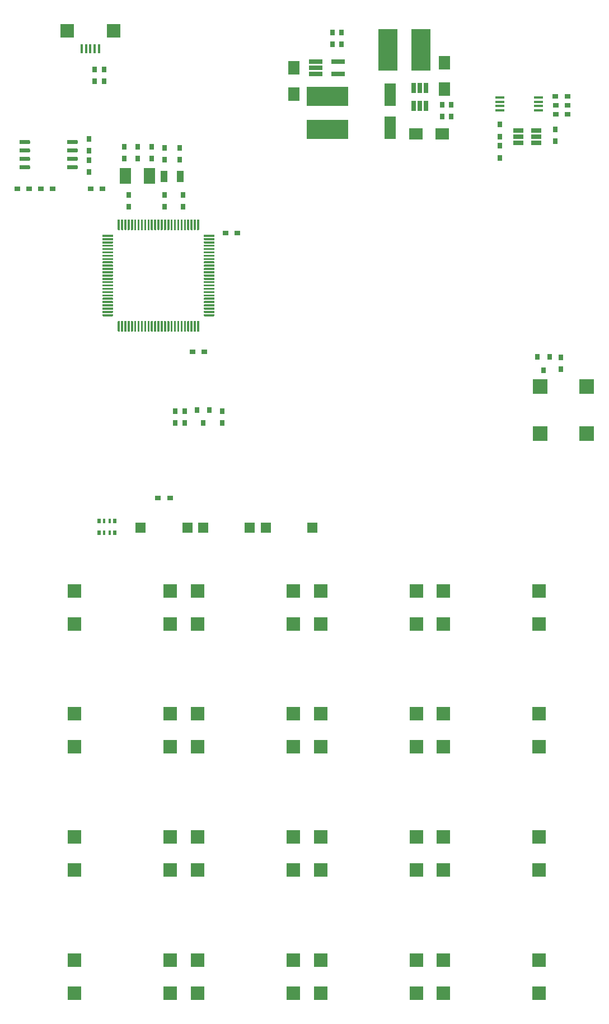
<source format=gbr>
G04 #@! TF.GenerationSoftware,KiCad,Pcbnew,5.0.2+dfsg1-1~bpo9+1*
G04 #@! TF.CreationDate,2019-07-30T16:59:57+07:00*
G04 #@! TF.ProjectId,edukate,6564756b-6174-4652-9e6b-696361645f70,rev?*
G04 #@! TF.SameCoordinates,Original*
G04 #@! TF.FileFunction,Paste,Top*
G04 #@! TF.FilePolarity,Positive*
%FSLAX46Y46*%
G04 Gerber Fmt 4.6, Leading zero omitted, Abs format (unit mm)*
G04 Created by KiCad (PCBNEW 5.0.2+dfsg1-1~bpo9+1) date Tue 30 Jul 2019 04:59:57 PM +07*
%MOMM*%
%LPD*%
G01*
G04 APERTURE LIST*
%ADD10R,1.500000X1.600000*%
%ADD11R,2.300000X2.300000*%
%ADD12R,0.900000X0.800000*%
%ADD13R,0.800000X0.900000*%
%ADD14R,1.700000X2.000000*%
%ADD15R,2.000000X1.700000*%
%ADD16R,1.800000X3.500000*%
%ADD17R,0.400000X1.350000*%
%ADD18R,2.000000X2.000000*%
%ADD19R,3.000000X6.300000*%
%ADD20R,6.300000X3.000000*%
%ADD21R,0.500000X0.800000*%
%ADD22R,0.400000X0.800000*%
%ADD23C,0.100000*%
%ADD24C,0.600000*%
%ADD25C,0.300000*%
%ADD26R,0.650000X1.560000*%
%ADD27R,2.000000X0.650000*%
%ADD28R,1.560000X0.650000*%
%ADD29R,1.450000X0.450000*%
%ADD30R,1.700000X2.400000*%
%ADD31R,1.000000X1.800000*%
G04 APERTURE END LIST*
D10*
G04 #@! TO.C,BOOT0*
X108750000Y-102540000D03*
X101660000Y-102540000D03*
G04 #@! TD*
D11*
G04 #@! TO.C,BZ1*
X150230000Y-81260000D03*
X143130000Y-81260000D03*
X150230000Y-88360000D03*
X143130000Y-88360000D03*
G04 #@! TD*
D12*
G04 #@! TO.C,C1*
X85370000Y-98090000D03*
X87170000Y-98090000D03*
G04 #@! TD*
D13*
G04 #@! TO.C,C2*
X84419500Y-44990131D03*
X84419500Y-46790131D03*
G04 #@! TD*
G04 #@! TO.C,C3*
X80290501Y-46800000D03*
X80290501Y-45000000D03*
G04 #@! TD*
G04 #@! TO.C,C4*
X74970000Y-45580000D03*
X74970000Y-43780000D03*
G04 #@! TD*
G04 #@! TO.C,C5*
X86400000Y-52280000D03*
X86400000Y-54080000D03*
G04 #@! TD*
G04 #@! TO.C,C6*
X80920000Y-52290000D03*
X80920000Y-54090000D03*
G04 #@! TD*
D12*
G04 #@! TO.C,C7*
X76990000Y-51370000D03*
X75190000Y-51370000D03*
G04 #@! TD*
G04 #@! TO.C,C8*
X65910000Y-51370000D03*
X64110000Y-51370000D03*
G04 #@! TD*
G04 #@! TO.C,C9*
X92350000Y-76020000D03*
X90550000Y-76020000D03*
G04 #@! TD*
G04 #@! TO.C,C10*
X95560000Y-58040000D03*
X97360000Y-58040000D03*
G04 #@! TD*
D13*
G04 #@! TO.C,C11*
X89180000Y-52290000D03*
X89180000Y-54090000D03*
G04 #@! TD*
G04 #@! TO.C,C12*
X88670000Y-46940000D03*
X88670000Y-45140000D03*
G04 #@! TD*
G04 #@! TO.C,C13*
X86331000Y-46930131D03*
X86331000Y-45130131D03*
G04 #@! TD*
D14*
G04 #@! TO.C,C14*
X128670000Y-36280000D03*
X128670000Y-32280000D03*
G04 #@! TD*
D15*
G04 #@! TO.C,C15*
X124360000Y-43010000D03*
X128360000Y-43010000D03*
G04 #@! TD*
D14*
G04 #@! TO.C,C16*
X105930000Y-37070000D03*
X105930000Y-33070000D03*
G04 #@! TD*
D13*
G04 #@! TO.C,C19*
X137090000Y-44860000D03*
X137090000Y-46660000D03*
G04 #@! TD*
D12*
G04 #@! TO.C,C20*
X145510000Y-40090000D03*
X147310000Y-40090000D03*
G04 #@! TD*
G04 #@! TO.C,C21*
X147300000Y-38730000D03*
X145500000Y-38730000D03*
G04 #@! TD*
G04 #@! TO.C,C22*
X145490000Y-37370000D03*
X147290000Y-37370000D03*
G04 #@! TD*
D13*
G04 #@! TO.C,C23*
X77200000Y-33310000D03*
X77200000Y-35110000D03*
G04 #@! TD*
D16*
G04 #@! TO.C,D1*
X120450000Y-42120000D03*
X120450000Y-37120000D03*
G04 #@! TD*
D17*
G04 #@! TO.C,J2*
X75140000Y-30170000D03*
X74490000Y-30170000D03*
X73840000Y-30170000D03*
X75790000Y-30170000D03*
X76440000Y-30170000D03*
D18*
X71590000Y-27495000D03*
X78690000Y-27495000D03*
G04 #@! TD*
D19*
G04 #@! TO.C,L1*
X120174999Y-30360000D03*
X125164999Y-30360000D03*
G04 #@! TD*
D20*
G04 #@! TO.C,L2*
X110970000Y-37360000D03*
X110970000Y-42350000D03*
G04 #@! TD*
D13*
G04 #@! TO.C,R1*
X74970000Y-48790000D03*
X74970000Y-46990000D03*
G04 #@! TD*
G04 #@! TO.C,R2*
X146290000Y-76830000D03*
X146290000Y-78630000D03*
G04 #@! TD*
D12*
G04 #@! TO.C,R3*
X69450000Y-51380000D03*
X67650000Y-51380000D03*
G04 #@! TD*
D13*
G04 #@! TO.C,R4*
X82290000Y-46789631D03*
X82290000Y-44989631D03*
G04 #@! TD*
G04 #@! TO.C,R5*
X129690000Y-38630000D03*
X129690000Y-40430000D03*
G04 #@! TD*
G04 #@! TO.C,R6*
X128330000Y-40440000D03*
X128330000Y-38640000D03*
G04 #@! TD*
G04 #@! TO.C,R7*
X87970000Y-86730000D03*
X87970000Y-84930000D03*
G04 #@! TD*
G04 #@! TO.C,R8*
X89370000Y-86730000D03*
X89370000Y-84930000D03*
G04 #@! TD*
G04 #@! TO.C,R9*
X95040000Y-86720000D03*
X95040000Y-84920000D03*
G04 #@! TD*
G04 #@! TO.C,R10*
X111780000Y-27740000D03*
X111780000Y-29540000D03*
G04 #@! TD*
G04 #@! TO.C,R11*
X145420000Y-42390000D03*
X145420000Y-44190000D03*
G04 #@! TD*
G04 #@! TO.C,R12*
X137090000Y-43450000D03*
X137090000Y-41650000D03*
G04 #@! TD*
G04 #@! TO.C,R13*
X75800000Y-35110000D03*
X75800000Y-33310000D03*
G04 #@! TD*
G04 #@! TO.C,R14*
X113140000Y-27730000D03*
X113140000Y-29530000D03*
G04 #@! TD*
D10*
G04 #@! TO.C,RESET*
X82710000Y-102540000D03*
X89800000Y-102540000D03*
G04 #@! TD*
D21*
G04 #@! TO.C,RN1*
X76430000Y-103320000D03*
D22*
X78030000Y-103320000D03*
X77230000Y-103320000D03*
D21*
X78830000Y-103320000D03*
D22*
X77230000Y-101520000D03*
D21*
X76430000Y-101520000D03*
D22*
X78030000Y-101520000D03*
D21*
X78830000Y-101520000D03*
G04 #@! TD*
D18*
G04 #@! TO.C,SW1*
X87240000Y-117100000D03*
X87240000Y-112100000D03*
X72740000Y-117100000D03*
X72740000Y-112100000D03*
G04 #@! TD*
G04 #@! TO.C,SW2*
X87240000Y-135700000D03*
X87240000Y-130700000D03*
X72740000Y-135700000D03*
X72740000Y-130700000D03*
G04 #@! TD*
G04 #@! TO.C,SW3*
X87240000Y-154300000D03*
X87240000Y-149300000D03*
X72740000Y-154300000D03*
X72740000Y-149300000D03*
G04 #@! TD*
G04 #@! TO.C,SW4*
X87240000Y-172900000D03*
X87240000Y-167900000D03*
X72740000Y-172900000D03*
X72740000Y-167900000D03*
G04 #@! TD*
G04 #@! TO.C,SW5*
X91330000Y-112100000D03*
X91330000Y-117100000D03*
X105830000Y-112100000D03*
X105830000Y-117100000D03*
G04 #@! TD*
G04 #@! TO.C,SW6*
X91330000Y-130700000D03*
X91330000Y-135700000D03*
X105830000Y-130700000D03*
X105830000Y-135700000D03*
G04 #@! TD*
G04 #@! TO.C,SW7*
X91330000Y-149300000D03*
X91330000Y-154300000D03*
X105830000Y-149300000D03*
X105830000Y-154300000D03*
G04 #@! TD*
G04 #@! TO.C,SW8*
X91330000Y-167900000D03*
X91330000Y-172900000D03*
X105830000Y-167900000D03*
X105830000Y-172900000D03*
G04 #@! TD*
G04 #@! TO.C,SW9*
X124440000Y-117100000D03*
X124440000Y-112100000D03*
X109940000Y-117100000D03*
X109940000Y-112100000D03*
G04 #@! TD*
G04 #@! TO.C,SW10*
X109940000Y-130700000D03*
X109940000Y-135700000D03*
X124440000Y-130700000D03*
X124440000Y-135700000D03*
G04 #@! TD*
G04 #@! TO.C,SW11*
X124440000Y-154300000D03*
X124440000Y-149300000D03*
X109940000Y-154300000D03*
X109940000Y-149300000D03*
G04 #@! TD*
G04 #@! TO.C,SW12*
X124440000Y-172900000D03*
X124440000Y-167900000D03*
X109940000Y-172900000D03*
X109940000Y-167900000D03*
G04 #@! TD*
G04 #@! TO.C,SW13*
X128540000Y-112100000D03*
X128540000Y-117100000D03*
X143040000Y-112100000D03*
X143040000Y-117100000D03*
G04 #@! TD*
G04 #@! TO.C,SW14*
X143040000Y-135700000D03*
X143040000Y-130700000D03*
X128540000Y-135700000D03*
X128540000Y-130700000D03*
G04 #@! TD*
G04 #@! TO.C,SW15*
X128540000Y-149300000D03*
X128540000Y-154300000D03*
X143040000Y-149300000D03*
X143040000Y-154300000D03*
G04 #@! TD*
G04 #@! TO.C,SW16*
X128540000Y-167900000D03*
X128540000Y-172900000D03*
X143040000Y-167900000D03*
X143040000Y-172900000D03*
G04 #@! TD*
D10*
G04 #@! TO.C,SW_MNU*
X92160000Y-102540000D03*
X99250000Y-102540000D03*
G04 #@! TD*
D23*
G04 #@! TO.C,U1*
G36*
X73064703Y-47805722D02*
X73079264Y-47807882D01*
X73093543Y-47811459D01*
X73107403Y-47816418D01*
X73120710Y-47822712D01*
X73133336Y-47830280D01*
X73145159Y-47839048D01*
X73156066Y-47848934D01*
X73165952Y-47859841D01*
X73174720Y-47871664D01*
X73182288Y-47884290D01*
X73188582Y-47897597D01*
X73193541Y-47911457D01*
X73197118Y-47925736D01*
X73199278Y-47940297D01*
X73200000Y-47955000D01*
X73200000Y-48255000D01*
X73199278Y-48269703D01*
X73197118Y-48284264D01*
X73193541Y-48298543D01*
X73188582Y-48312403D01*
X73182288Y-48325710D01*
X73174720Y-48338336D01*
X73165952Y-48350159D01*
X73156066Y-48361066D01*
X73145159Y-48370952D01*
X73133336Y-48379720D01*
X73120710Y-48387288D01*
X73107403Y-48393582D01*
X73093543Y-48398541D01*
X73079264Y-48402118D01*
X73064703Y-48404278D01*
X73050000Y-48405000D01*
X71750000Y-48405000D01*
X71735297Y-48404278D01*
X71720736Y-48402118D01*
X71706457Y-48398541D01*
X71692597Y-48393582D01*
X71679290Y-48387288D01*
X71666664Y-48379720D01*
X71654841Y-48370952D01*
X71643934Y-48361066D01*
X71634048Y-48350159D01*
X71625280Y-48338336D01*
X71617712Y-48325710D01*
X71611418Y-48312403D01*
X71606459Y-48298543D01*
X71602882Y-48284264D01*
X71600722Y-48269703D01*
X71600000Y-48255000D01*
X71600000Y-47955000D01*
X71600722Y-47940297D01*
X71602882Y-47925736D01*
X71606459Y-47911457D01*
X71611418Y-47897597D01*
X71617712Y-47884290D01*
X71625280Y-47871664D01*
X71634048Y-47859841D01*
X71643934Y-47848934D01*
X71654841Y-47839048D01*
X71666664Y-47830280D01*
X71679290Y-47822712D01*
X71692597Y-47816418D01*
X71706457Y-47811459D01*
X71720736Y-47807882D01*
X71735297Y-47805722D01*
X71750000Y-47805000D01*
X73050000Y-47805000D01*
X73064703Y-47805722D01*
X73064703Y-47805722D01*
G37*
D24*
X72400000Y-48105000D03*
D23*
G36*
X73064703Y-46535722D02*
X73079264Y-46537882D01*
X73093543Y-46541459D01*
X73107403Y-46546418D01*
X73120710Y-46552712D01*
X73133336Y-46560280D01*
X73145159Y-46569048D01*
X73156066Y-46578934D01*
X73165952Y-46589841D01*
X73174720Y-46601664D01*
X73182288Y-46614290D01*
X73188582Y-46627597D01*
X73193541Y-46641457D01*
X73197118Y-46655736D01*
X73199278Y-46670297D01*
X73200000Y-46685000D01*
X73200000Y-46985000D01*
X73199278Y-46999703D01*
X73197118Y-47014264D01*
X73193541Y-47028543D01*
X73188582Y-47042403D01*
X73182288Y-47055710D01*
X73174720Y-47068336D01*
X73165952Y-47080159D01*
X73156066Y-47091066D01*
X73145159Y-47100952D01*
X73133336Y-47109720D01*
X73120710Y-47117288D01*
X73107403Y-47123582D01*
X73093543Y-47128541D01*
X73079264Y-47132118D01*
X73064703Y-47134278D01*
X73050000Y-47135000D01*
X71750000Y-47135000D01*
X71735297Y-47134278D01*
X71720736Y-47132118D01*
X71706457Y-47128541D01*
X71692597Y-47123582D01*
X71679290Y-47117288D01*
X71666664Y-47109720D01*
X71654841Y-47100952D01*
X71643934Y-47091066D01*
X71634048Y-47080159D01*
X71625280Y-47068336D01*
X71617712Y-47055710D01*
X71611418Y-47042403D01*
X71606459Y-47028543D01*
X71602882Y-47014264D01*
X71600722Y-46999703D01*
X71600000Y-46985000D01*
X71600000Y-46685000D01*
X71600722Y-46670297D01*
X71602882Y-46655736D01*
X71606459Y-46641457D01*
X71611418Y-46627597D01*
X71617712Y-46614290D01*
X71625280Y-46601664D01*
X71634048Y-46589841D01*
X71643934Y-46578934D01*
X71654841Y-46569048D01*
X71666664Y-46560280D01*
X71679290Y-46552712D01*
X71692597Y-46546418D01*
X71706457Y-46541459D01*
X71720736Y-46537882D01*
X71735297Y-46535722D01*
X71750000Y-46535000D01*
X73050000Y-46535000D01*
X73064703Y-46535722D01*
X73064703Y-46535722D01*
G37*
D24*
X72400000Y-46835000D03*
D23*
G36*
X73064703Y-45265722D02*
X73079264Y-45267882D01*
X73093543Y-45271459D01*
X73107403Y-45276418D01*
X73120710Y-45282712D01*
X73133336Y-45290280D01*
X73145159Y-45299048D01*
X73156066Y-45308934D01*
X73165952Y-45319841D01*
X73174720Y-45331664D01*
X73182288Y-45344290D01*
X73188582Y-45357597D01*
X73193541Y-45371457D01*
X73197118Y-45385736D01*
X73199278Y-45400297D01*
X73200000Y-45415000D01*
X73200000Y-45715000D01*
X73199278Y-45729703D01*
X73197118Y-45744264D01*
X73193541Y-45758543D01*
X73188582Y-45772403D01*
X73182288Y-45785710D01*
X73174720Y-45798336D01*
X73165952Y-45810159D01*
X73156066Y-45821066D01*
X73145159Y-45830952D01*
X73133336Y-45839720D01*
X73120710Y-45847288D01*
X73107403Y-45853582D01*
X73093543Y-45858541D01*
X73079264Y-45862118D01*
X73064703Y-45864278D01*
X73050000Y-45865000D01*
X71750000Y-45865000D01*
X71735297Y-45864278D01*
X71720736Y-45862118D01*
X71706457Y-45858541D01*
X71692597Y-45853582D01*
X71679290Y-45847288D01*
X71666664Y-45839720D01*
X71654841Y-45830952D01*
X71643934Y-45821066D01*
X71634048Y-45810159D01*
X71625280Y-45798336D01*
X71617712Y-45785710D01*
X71611418Y-45772403D01*
X71606459Y-45758543D01*
X71602882Y-45744264D01*
X71600722Y-45729703D01*
X71600000Y-45715000D01*
X71600000Y-45415000D01*
X71600722Y-45400297D01*
X71602882Y-45385736D01*
X71606459Y-45371457D01*
X71611418Y-45357597D01*
X71617712Y-45344290D01*
X71625280Y-45331664D01*
X71634048Y-45319841D01*
X71643934Y-45308934D01*
X71654841Y-45299048D01*
X71666664Y-45290280D01*
X71679290Y-45282712D01*
X71692597Y-45276418D01*
X71706457Y-45271459D01*
X71720736Y-45267882D01*
X71735297Y-45265722D01*
X71750000Y-45265000D01*
X73050000Y-45265000D01*
X73064703Y-45265722D01*
X73064703Y-45265722D01*
G37*
D24*
X72400000Y-45565000D03*
D23*
G36*
X73064703Y-43995722D02*
X73079264Y-43997882D01*
X73093543Y-44001459D01*
X73107403Y-44006418D01*
X73120710Y-44012712D01*
X73133336Y-44020280D01*
X73145159Y-44029048D01*
X73156066Y-44038934D01*
X73165952Y-44049841D01*
X73174720Y-44061664D01*
X73182288Y-44074290D01*
X73188582Y-44087597D01*
X73193541Y-44101457D01*
X73197118Y-44115736D01*
X73199278Y-44130297D01*
X73200000Y-44145000D01*
X73200000Y-44445000D01*
X73199278Y-44459703D01*
X73197118Y-44474264D01*
X73193541Y-44488543D01*
X73188582Y-44502403D01*
X73182288Y-44515710D01*
X73174720Y-44528336D01*
X73165952Y-44540159D01*
X73156066Y-44551066D01*
X73145159Y-44560952D01*
X73133336Y-44569720D01*
X73120710Y-44577288D01*
X73107403Y-44583582D01*
X73093543Y-44588541D01*
X73079264Y-44592118D01*
X73064703Y-44594278D01*
X73050000Y-44595000D01*
X71750000Y-44595000D01*
X71735297Y-44594278D01*
X71720736Y-44592118D01*
X71706457Y-44588541D01*
X71692597Y-44583582D01*
X71679290Y-44577288D01*
X71666664Y-44569720D01*
X71654841Y-44560952D01*
X71643934Y-44551066D01*
X71634048Y-44540159D01*
X71625280Y-44528336D01*
X71617712Y-44515710D01*
X71611418Y-44502403D01*
X71606459Y-44488543D01*
X71602882Y-44474264D01*
X71600722Y-44459703D01*
X71600000Y-44445000D01*
X71600000Y-44145000D01*
X71600722Y-44130297D01*
X71602882Y-44115736D01*
X71606459Y-44101457D01*
X71611418Y-44087597D01*
X71617712Y-44074290D01*
X71625280Y-44061664D01*
X71634048Y-44049841D01*
X71643934Y-44038934D01*
X71654841Y-44029048D01*
X71666664Y-44020280D01*
X71679290Y-44012712D01*
X71692597Y-44006418D01*
X71706457Y-44001459D01*
X71720736Y-43997882D01*
X71735297Y-43995722D01*
X71750000Y-43995000D01*
X73050000Y-43995000D01*
X73064703Y-43995722D01*
X73064703Y-43995722D01*
G37*
D24*
X72400000Y-44295000D03*
D23*
G36*
X65864703Y-43995722D02*
X65879264Y-43997882D01*
X65893543Y-44001459D01*
X65907403Y-44006418D01*
X65920710Y-44012712D01*
X65933336Y-44020280D01*
X65945159Y-44029048D01*
X65956066Y-44038934D01*
X65965952Y-44049841D01*
X65974720Y-44061664D01*
X65982288Y-44074290D01*
X65988582Y-44087597D01*
X65993541Y-44101457D01*
X65997118Y-44115736D01*
X65999278Y-44130297D01*
X66000000Y-44145000D01*
X66000000Y-44445000D01*
X65999278Y-44459703D01*
X65997118Y-44474264D01*
X65993541Y-44488543D01*
X65988582Y-44502403D01*
X65982288Y-44515710D01*
X65974720Y-44528336D01*
X65965952Y-44540159D01*
X65956066Y-44551066D01*
X65945159Y-44560952D01*
X65933336Y-44569720D01*
X65920710Y-44577288D01*
X65907403Y-44583582D01*
X65893543Y-44588541D01*
X65879264Y-44592118D01*
X65864703Y-44594278D01*
X65850000Y-44595000D01*
X64550000Y-44595000D01*
X64535297Y-44594278D01*
X64520736Y-44592118D01*
X64506457Y-44588541D01*
X64492597Y-44583582D01*
X64479290Y-44577288D01*
X64466664Y-44569720D01*
X64454841Y-44560952D01*
X64443934Y-44551066D01*
X64434048Y-44540159D01*
X64425280Y-44528336D01*
X64417712Y-44515710D01*
X64411418Y-44502403D01*
X64406459Y-44488543D01*
X64402882Y-44474264D01*
X64400722Y-44459703D01*
X64400000Y-44445000D01*
X64400000Y-44145000D01*
X64400722Y-44130297D01*
X64402882Y-44115736D01*
X64406459Y-44101457D01*
X64411418Y-44087597D01*
X64417712Y-44074290D01*
X64425280Y-44061664D01*
X64434048Y-44049841D01*
X64443934Y-44038934D01*
X64454841Y-44029048D01*
X64466664Y-44020280D01*
X64479290Y-44012712D01*
X64492597Y-44006418D01*
X64506457Y-44001459D01*
X64520736Y-43997882D01*
X64535297Y-43995722D01*
X64550000Y-43995000D01*
X65850000Y-43995000D01*
X65864703Y-43995722D01*
X65864703Y-43995722D01*
G37*
D24*
X65200000Y-44295000D03*
D23*
G36*
X65864703Y-45265722D02*
X65879264Y-45267882D01*
X65893543Y-45271459D01*
X65907403Y-45276418D01*
X65920710Y-45282712D01*
X65933336Y-45290280D01*
X65945159Y-45299048D01*
X65956066Y-45308934D01*
X65965952Y-45319841D01*
X65974720Y-45331664D01*
X65982288Y-45344290D01*
X65988582Y-45357597D01*
X65993541Y-45371457D01*
X65997118Y-45385736D01*
X65999278Y-45400297D01*
X66000000Y-45415000D01*
X66000000Y-45715000D01*
X65999278Y-45729703D01*
X65997118Y-45744264D01*
X65993541Y-45758543D01*
X65988582Y-45772403D01*
X65982288Y-45785710D01*
X65974720Y-45798336D01*
X65965952Y-45810159D01*
X65956066Y-45821066D01*
X65945159Y-45830952D01*
X65933336Y-45839720D01*
X65920710Y-45847288D01*
X65907403Y-45853582D01*
X65893543Y-45858541D01*
X65879264Y-45862118D01*
X65864703Y-45864278D01*
X65850000Y-45865000D01*
X64550000Y-45865000D01*
X64535297Y-45864278D01*
X64520736Y-45862118D01*
X64506457Y-45858541D01*
X64492597Y-45853582D01*
X64479290Y-45847288D01*
X64466664Y-45839720D01*
X64454841Y-45830952D01*
X64443934Y-45821066D01*
X64434048Y-45810159D01*
X64425280Y-45798336D01*
X64417712Y-45785710D01*
X64411418Y-45772403D01*
X64406459Y-45758543D01*
X64402882Y-45744264D01*
X64400722Y-45729703D01*
X64400000Y-45715000D01*
X64400000Y-45415000D01*
X64400722Y-45400297D01*
X64402882Y-45385736D01*
X64406459Y-45371457D01*
X64411418Y-45357597D01*
X64417712Y-45344290D01*
X64425280Y-45331664D01*
X64434048Y-45319841D01*
X64443934Y-45308934D01*
X64454841Y-45299048D01*
X64466664Y-45290280D01*
X64479290Y-45282712D01*
X64492597Y-45276418D01*
X64506457Y-45271459D01*
X64520736Y-45267882D01*
X64535297Y-45265722D01*
X64550000Y-45265000D01*
X65850000Y-45265000D01*
X65864703Y-45265722D01*
X65864703Y-45265722D01*
G37*
D24*
X65200000Y-45565000D03*
D23*
G36*
X65864703Y-46535722D02*
X65879264Y-46537882D01*
X65893543Y-46541459D01*
X65907403Y-46546418D01*
X65920710Y-46552712D01*
X65933336Y-46560280D01*
X65945159Y-46569048D01*
X65956066Y-46578934D01*
X65965952Y-46589841D01*
X65974720Y-46601664D01*
X65982288Y-46614290D01*
X65988582Y-46627597D01*
X65993541Y-46641457D01*
X65997118Y-46655736D01*
X65999278Y-46670297D01*
X66000000Y-46685000D01*
X66000000Y-46985000D01*
X65999278Y-46999703D01*
X65997118Y-47014264D01*
X65993541Y-47028543D01*
X65988582Y-47042403D01*
X65982288Y-47055710D01*
X65974720Y-47068336D01*
X65965952Y-47080159D01*
X65956066Y-47091066D01*
X65945159Y-47100952D01*
X65933336Y-47109720D01*
X65920710Y-47117288D01*
X65907403Y-47123582D01*
X65893543Y-47128541D01*
X65879264Y-47132118D01*
X65864703Y-47134278D01*
X65850000Y-47135000D01*
X64550000Y-47135000D01*
X64535297Y-47134278D01*
X64520736Y-47132118D01*
X64506457Y-47128541D01*
X64492597Y-47123582D01*
X64479290Y-47117288D01*
X64466664Y-47109720D01*
X64454841Y-47100952D01*
X64443934Y-47091066D01*
X64434048Y-47080159D01*
X64425280Y-47068336D01*
X64417712Y-47055710D01*
X64411418Y-47042403D01*
X64406459Y-47028543D01*
X64402882Y-47014264D01*
X64400722Y-46999703D01*
X64400000Y-46985000D01*
X64400000Y-46685000D01*
X64400722Y-46670297D01*
X64402882Y-46655736D01*
X64406459Y-46641457D01*
X64411418Y-46627597D01*
X64417712Y-46614290D01*
X64425280Y-46601664D01*
X64434048Y-46589841D01*
X64443934Y-46578934D01*
X64454841Y-46569048D01*
X64466664Y-46560280D01*
X64479290Y-46552712D01*
X64492597Y-46546418D01*
X64506457Y-46541459D01*
X64520736Y-46537882D01*
X64535297Y-46535722D01*
X64550000Y-46535000D01*
X65850000Y-46535000D01*
X65864703Y-46535722D01*
X65864703Y-46535722D01*
G37*
D24*
X65200000Y-46835000D03*
D23*
G36*
X65864703Y-47805722D02*
X65879264Y-47807882D01*
X65893543Y-47811459D01*
X65907403Y-47816418D01*
X65920710Y-47822712D01*
X65933336Y-47830280D01*
X65945159Y-47839048D01*
X65956066Y-47848934D01*
X65965952Y-47859841D01*
X65974720Y-47871664D01*
X65982288Y-47884290D01*
X65988582Y-47897597D01*
X65993541Y-47911457D01*
X65997118Y-47925736D01*
X65999278Y-47940297D01*
X66000000Y-47955000D01*
X66000000Y-48255000D01*
X65999278Y-48269703D01*
X65997118Y-48284264D01*
X65993541Y-48298543D01*
X65988582Y-48312403D01*
X65982288Y-48325710D01*
X65974720Y-48338336D01*
X65965952Y-48350159D01*
X65956066Y-48361066D01*
X65945159Y-48370952D01*
X65933336Y-48379720D01*
X65920710Y-48387288D01*
X65907403Y-48393582D01*
X65893543Y-48398541D01*
X65879264Y-48402118D01*
X65864703Y-48404278D01*
X65850000Y-48405000D01*
X64550000Y-48405000D01*
X64535297Y-48404278D01*
X64520736Y-48402118D01*
X64506457Y-48398541D01*
X64492597Y-48393582D01*
X64479290Y-48387288D01*
X64466664Y-48379720D01*
X64454841Y-48370952D01*
X64443934Y-48361066D01*
X64434048Y-48350159D01*
X64425280Y-48338336D01*
X64417712Y-48325710D01*
X64411418Y-48312403D01*
X64406459Y-48298543D01*
X64402882Y-48284264D01*
X64400722Y-48269703D01*
X64400000Y-48255000D01*
X64400000Y-47955000D01*
X64400722Y-47940297D01*
X64402882Y-47925736D01*
X64406459Y-47911457D01*
X64411418Y-47897597D01*
X64417712Y-47884290D01*
X64425280Y-47871664D01*
X64434048Y-47859841D01*
X64443934Y-47848934D01*
X64454841Y-47839048D01*
X64466664Y-47830280D01*
X64479290Y-47822712D01*
X64492597Y-47816418D01*
X64506457Y-47811459D01*
X64520736Y-47807882D01*
X64535297Y-47805722D01*
X64550000Y-47805000D01*
X65850000Y-47805000D01*
X65864703Y-47805722D01*
X65864703Y-47805722D01*
G37*
D24*
X65200000Y-48105000D03*
G04 #@! TD*
D23*
G04 #@! TO.C,U2*
G36*
X91512351Y-55985361D02*
X91519632Y-55986441D01*
X91526771Y-55988229D01*
X91533701Y-55990709D01*
X91540355Y-55993856D01*
X91546668Y-55997640D01*
X91552579Y-56002024D01*
X91558033Y-56006967D01*
X91562976Y-56012421D01*
X91567360Y-56018332D01*
X91571144Y-56024645D01*
X91574291Y-56031299D01*
X91576771Y-56038229D01*
X91578559Y-56045368D01*
X91579639Y-56052649D01*
X91580000Y-56060000D01*
X91580000Y-57510000D01*
X91579639Y-57517351D01*
X91578559Y-57524632D01*
X91576771Y-57531771D01*
X91574291Y-57538701D01*
X91571144Y-57545355D01*
X91567360Y-57551668D01*
X91562976Y-57557579D01*
X91558033Y-57563033D01*
X91552579Y-57567976D01*
X91546668Y-57572360D01*
X91540355Y-57576144D01*
X91533701Y-57579291D01*
X91526771Y-57581771D01*
X91519632Y-57583559D01*
X91512351Y-57584639D01*
X91505000Y-57585000D01*
X91355000Y-57585000D01*
X91347649Y-57584639D01*
X91340368Y-57583559D01*
X91333229Y-57581771D01*
X91326299Y-57579291D01*
X91319645Y-57576144D01*
X91313332Y-57572360D01*
X91307421Y-57567976D01*
X91301967Y-57563033D01*
X91297024Y-57557579D01*
X91292640Y-57551668D01*
X91288856Y-57545355D01*
X91285709Y-57538701D01*
X91283229Y-57531771D01*
X91281441Y-57524632D01*
X91280361Y-57517351D01*
X91280000Y-57510000D01*
X91280000Y-56060000D01*
X91280361Y-56052649D01*
X91281441Y-56045368D01*
X91283229Y-56038229D01*
X91285709Y-56031299D01*
X91288856Y-56024645D01*
X91292640Y-56018332D01*
X91297024Y-56012421D01*
X91301967Y-56006967D01*
X91307421Y-56002024D01*
X91313332Y-55997640D01*
X91319645Y-55993856D01*
X91326299Y-55990709D01*
X91333229Y-55988229D01*
X91340368Y-55986441D01*
X91347649Y-55985361D01*
X91355000Y-55985000D01*
X91505000Y-55985000D01*
X91512351Y-55985361D01*
X91512351Y-55985361D01*
G37*
D25*
X91430000Y-56785000D03*
D23*
G36*
X91012351Y-55985361D02*
X91019632Y-55986441D01*
X91026771Y-55988229D01*
X91033701Y-55990709D01*
X91040355Y-55993856D01*
X91046668Y-55997640D01*
X91052579Y-56002024D01*
X91058033Y-56006967D01*
X91062976Y-56012421D01*
X91067360Y-56018332D01*
X91071144Y-56024645D01*
X91074291Y-56031299D01*
X91076771Y-56038229D01*
X91078559Y-56045368D01*
X91079639Y-56052649D01*
X91080000Y-56060000D01*
X91080000Y-57510000D01*
X91079639Y-57517351D01*
X91078559Y-57524632D01*
X91076771Y-57531771D01*
X91074291Y-57538701D01*
X91071144Y-57545355D01*
X91067360Y-57551668D01*
X91062976Y-57557579D01*
X91058033Y-57563033D01*
X91052579Y-57567976D01*
X91046668Y-57572360D01*
X91040355Y-57576144D01*
X91033701Y-57579291D01*
X91026771Y-57581771D01*
X91019632Y-57583559D01*
X91012351Y-57584639D01*
X91005000Y-57585000D01*
X90855000Y-57585000D01*
X90847649Y-57584639D01*
X90840368Y-57583559D01*
X90833229Y-57581771D01*
X90826299Y-57579291D01*
X90819645Y-57576144D01*
X90813332Y-57572360D01*
X90807421Y-57567976D01*
X90801967Y-57563033D01*
X90797024Y-57557579D01*
X90792640Y-57551668D01*
X90788856Y-57545355D01*
X90785709Y-57538701D01*
X90783229Y-57531771D01*
X90781441Y-57524632D01*
X90780361Y-57517351D01*
X90780000Y-57510000D01*
X90780000Y-56060000D01*
X90780361Y-56052649D01*
X90781441Y-56045368D01*
X90783229Y-56038229D01*
X90785709Y-56031299D01*
X90788856Y-56024645D01*
X90792640Y-56018332D01*
X90797024Y-56012421D01*
X90801967Y-56006967D01*
X90807421Y-56002024D01*
X90813332Y-55997640D01*
X90819645Y-55993856D01*
X90826299Y-55990709D01*
X90833229Y-55988229D01*
X90840368Y-55986441D01*
X90847649Y-55985361D01*
X90855000Y-55985000D01*
X91005000Y-55985000D01*
X91012351Y-55985361D01*
X91012351Y-55985361D01*
G37*
D25*
X90930000Y-56785000D03*
D23*
G36*
X90512351Y-55985361D02*
X90519632Y-55986441D01*
X90526771Y-55988229D01*
X90533701Y-55990709D01*
X90540355Y-55993856D01*
X90546668Y-55997640D01*
X90552579Y-56002024D01*
X90558033Y-56006967D01*
X90562976Y-56012421D01*
X90567360Y-56018332D01*
X90571144Y-56024645D01*
X90574291Y-56031299D01*
X90576771Y-56038229D01*
X90578559Y-56045368D01*
X90579639Y-56052649D01*
X90580000Y-56060000D01*
X90580000Y-57510000D01*
X90579639Y-57517351D01*
X90578559Y-57524632D01*
X90576771Y-57531771D01*
X90574291Y-57538701D01*
X90571144Y-57545355D01*
X90567360Y-57551668D01*
X90562976Y-57557579D01*
X90558033Y-57563033D01*
X90552579Y-57567976D01*
X90546668Y-57572360D01*
X90540355Y-57576144D01*
X90533701Y-57579291D01*
X90526771Y-57581771D01*
X90519632Y-57583559D01*
X90512351Y-57584639D01*
X90505000Y-57585000D01*
X90355000Y-57585000D01*
X90347649Y-57584639D01*
X90340368Y-57583559D01*
X90333229Y-57581771D01*
X90326299Y-57579291D01*
X90319645Y-57576144D01*
X90313332Y-57572360D01*
X90307421Y-57567976D01*
X90301967Y-57563033D01*
X90297024Y-57557579D01*
X90292640Y-57551668D01*
X90288856Y-57545355D01*
X90285709Y-57538701D01*
X90283229Y-57531771D01*
X90281441Y-57524632D01*
X90280361Y-57517351D01*
X90280000Y-57510000D01*
X90280000Y-56060000D01*
X90280361Y-56052649D01*
X90281441Y-56045368D01*
X90283229Y-56038229D01*
X90285709Y-56031299D01*
X90288856Y-56024645D01*
X90292640Y-56018332D01*
X90297024Y-56012421D01*
X90301967Y-56006967D01*
X90307421Y-56002024D01*
X90313332Y-55997640D01*
X90319645Y-55993856D01*
X90326299Y-55990709D01*
X90333229Y-55988229D01*
X90340368Y-55986441D01*
X90347649Y-55985361D01*
X90355000Y-55985000D01*
X90505000Y-55985000D01*
X90512351Y-55985361D01*
X90512351Y-55985361D01*
G37*
D25*
X90430000Y-56785000D03*
D23*
G36*
X90012351Y-55985361D02*
X90019632Y-55986441D01*
X90026771Y-55988229D01*
X90033701Y-55990709D01*
X90040355Y-55993856D01*
X90046668Y-55997640D01*
X90052579Y-56002024D01*
X90058033Y-56006967D01*
X90062976Y-56012421D01*
X90067360Y-56018332D01*
X90071144Y-56024645D01*
X90074291Y-56031299D01*
X90076771Y-56038229D01*
X90078559Y-56045368D01*
X90079639Y-56052649D01*
X90080000Y-56060000D01*
X90080000Y-57510000D01*
X90079639Y-57517351D01*
X90078559Y-57524632D01*
X90076771Y-57531771D01*
X90074291Y-57538701D01*
X90071144Y-57545355D01*
X90067360Y-57551668D01*
X90062976Y-57557579D01*
X90058033Y-57563033D01*
X90052579Y-57567976D01*
X90046668Y-57572360D01*
X90040355Y-57576144D01*
X90033701Y-57579291D01*
X90026771Y-57581771D01*
X90019632Y-57583559D01*
X90012351Y-57584639D01*
X90005000Y-57585000D01*
X89855000Y-57585000D01*
X89847649Y-57584639D01*
X89840368Y-57583559D01*
X89833229Y-57581771D01*
X89826299Y-57579291D01*
X89819645Y-57576144D01*
X89813332Y-57572360D01*
X89807421Y-57567976D01*
X89801967Y-57563033D01*
X89797024Y-57557579D01*
X89792640Y-57551668D01*
X89788856Y-57545355D01*
X89785709Y-57538701D01*
X89783229Y-57531771D01*
X89781441Y-57524632D01*
X89780361Y-57517351D01*
X89780000Y-57510000D01*
X89780000Y-56060000D01*
X89780361Y-56052649D01*
X89781441Y-56045368D01*
X89783229Y-56038229D01*
X89785709Y-56031299D01*
X89788856Y-56024645D01*
X89792640Y-56018332D01*
X89797024Y-56012421D01*
X89801967Y-56006967D01*
X89807421Y-56002024D01*
X89813332Y-55997640D01*
X89819645Y-55993856D01*
X89826299Y-55990709D01*
X89833229Y-55988229D01*
X89840368Y-55986441D01*
X89847649Y-55985361D01*
X89855000Y-55985000D01*
X90005000Y-55985000D01*
X90012351Y-55985361D01*
X90012351Y-55985361D01*
G37*
D25*
X89930000Y-56785000D03*
D23*
G36*
X89512351Y-55985361D02*
X89519632Y-55986441D01*
X89526771Y-55988229D01*
X89533701Y-55990709D01*
X89540355Y-55993856D01*
X89546668Y-55997640D01*
X89552579Y-56002024D01*
X89558033Y-56006967D01*
X89562976Y-56012421D01*
X89567360Y-56018332D01*
X89571144Y-56024645D01*
X89574291Y-56031299D01*
X89576771Y-56038229D01*
X89578559Y-56045368D01*
X89579639Y-56052649D01*
X89580000Y-56060000D01*
X89580000Y-57510000D01*
X89579639Y-57517351D01*
X89578559Y-57524632D01*
X89576771Y-57531771D01*
X89574291Y-57538701D01*
X89571144Y-57545355D01*
X89567360Y-57551668D01*
X89562976Y-57557579D01*
X89558033Y-57563033D01*
X89552579Y-57567976D01*
X89546668Y-57572360D01*
X89540355Y-57576144D01*
X89533701Y-57579291D01*
X89526771Y-57581771D01*
X89519632Y-57583559D01*
X89512351Y-57584639D01*
X89505000Y-57585000D01*
X89355000Y-57585000D01*
X89347649Y-57584639D01*
X89340368Y-57583559D01*
X89333229Y-57581771D01*
X89326299Y-57579291D01*
X89319645Y-57576144D01*
X89313332Y-57572360D01*
X89307421Y-57567976D01*
X89301967Y-57563033D01*
X89297024Y-57557579D01*
X89292640Y-57551668D01*
X89288856Y-57545355D01*
X89285709Y-57538701D01*
X89283229Y-57531771D01*
X89281441Y-57524632D01*
X89280361Y-57517351D01*
X89280000Y-57510000D01*
X89280000Y-56060000D01*
X89280361Y-56052649D01*
X89281441Y-56045368D01*
X89283229Y-56038229D01*
X89285709Y-56031299D01*
X89288856Y-56024645D01*
X89292640Y-56018332D01*
X89297024Y-56012421D01*
X89301967Y-56006967D01*
X89307421Y-56002024D01*
X89313332Y-55997640D01*
X89319645Y-55993856D01*
X89326299Y-55990709D01*
X89333229Y-55988229D01*
X89340368Y-55986441D01*
X89347649Y-55985361D01*
X89355000Y-55985000D01*
X89505000Y-55985000D01*
X89512351Y-55985361D01*
X89512351Y-55985361D01*
G37*
D25*
X89430000Y-56785000D03*
D23*
G36*
X89012351Y-55985361D02*
X89019632Y-55986441D01*
X89026771Y-55988229D01*
X89033701Y-55990709D01*
X89040355Y-55993856D01*
X89046668Y-55997640D01*
X89052579Y-56002024D01*
X89058033Y-56006967D01*
X89062976Y-56012421D01*
X89067360Y-56018332D01*
X89071144Y-56024645D01*
X89074291Y-56031299D01*
X89076771Y-56038229D01*
X89078559Y-56045368D01*
X89079639Y-56052649D01*
X89080000Y-56060000D01*
X89080000Y-57510000D01*
X89079639Y-57517351D01*
X89078559Y-57524632D01*
X89076771Y-57531771D01*
X89074291Y-57538701D01*
X89071144Y-57545355D01*
X89067360Y-57551668D01*
X89062976Y-57557579D01*
X89058033Y-57563033D01*
X89052579Y-57567976D01*
X89046668Y-57572360D01*
X89040355Y-57576144D01*
X89033701Y-57579291D01*
X89026771Y-57581771D01*
X89019632Y-57583559D01*
X89012351Y-57584639D01*
X89005000Y-57585000D01*
X88855000Y-57585000D01*
X88847649Y-57584639D01*
X88840368Y-57583559D01*
X88833229Y-57581771D01*
X88826299Y-57579291D01*
X88819645Y-57576144D01*
X88813332Y-57572360D01*
X88807421Y-57567976D01*
X88801967Y-57563033D01*
X88797024Y-57557579D01*
X88792640Y-57551668D01*
X88788856Y-57545355D01*
X88785709Y-57538701D01*
X88783229Y-57531771D01*
X88781441Y-57524632D01*
X88780361Y-57517351D01*
X88780000Y-57510000D01*
X88780000Y-56060000D01*
X88780361Y-56052649D01*
X88781441Y-56045368D01*
X88783229Y-56038229D01*
X88785709Y-56031299D01*
X88788856Y-56024645D01*
X88792640Y-56018332D01*
X88797024Y-56012421D01*
X88801967Y-56006967D01*
X88807421Y-56002024D01*
X88813332Y-55997640D01*
X88819645Y-55993856D01*
X88826299Y-55990709D01*
X88833229Y-55988229D01*
X88840368Y-55986441D01*
X88847649Y-55985361D01*
X88855000Y-55985000D01*
X89005000Y-55985000D01*
X89012351Y-55985361D01*
X89012351Y-55985361D01*
G37*
D25*
X88930000Y-56785000D03*
D23*
G36*
X88512351Y-55985361D02*
X88519632Y-55986441D01*
X88526771Y-55988229D01*
X88533701Y-55990709D01*
X88540355Y-55993856D01*
X88546668Y-55997640D01*
X88552579Y-56002024D01*
X88558033Y-56006967D01*
X88562976Y-56012421D01*
X88567360Y-56018332D01*
X88571144Y-56024645D01*
X88574291Y-56031299D01*
X88576771Y-56038229D01*
X88578559Y-56045368D01*
X88579639Y-56052649D01*
X88580000Y-56060000D01*
X88580000Y-57510000D01*
X88579639Y-57517351D01*
X88578559Y-57524632D01*
X88576771Y-57531771D01*
X88574291Y-57538701D01*
X88571144Y-57545355D01*
X88567360Y-57551668D01*
X88562976Y-57557579D01*
X88558033Y-57563033D01*
X88552579Y-57567976D01*
X88546668Y-57572360D01*
X88540355Y-57576144D01*
X88533701Y-57579291D01*
X88526771Y-57581771D01*
X88519632Y-57583559D01*
X88512351Y-57584639D01*
X88505000Y-57585000D01*
X88355000Y-57585000D01*
X88347649Y-57584639D01*
X88340368Y-57583559D01*
X88333229Y-57581771D01*
X88326299Y-57579291D01*
X88319645Y-57576144D01*
X88313332Y-57572360D01*
X88307421Y-57567976D01*
X88301967Y-57563033D01*
X88297024Y-57557579D01*
X88292640Y-57551668D01*
X88288856Y-57545355D01*
X88285709Y-57538701D01*
X88283229Y-57531771D01*
X88281441Y-57524632D01*
X88280361Y-57517351D01*
X88280000Y-57510000D01*
X88280000Y-56060000D01*
X88280361Y-56052649D01*
X88281441Y-56045368D01*
X88283229Y-56038229D01*
X88285709Y-56031299D01*
X88288856Y-56024645D01*
X88292640Y-56018332D01*
X88297024Y-56012421D01*
X88301967Y-56006967D01*
X88307421Y-56002024D01*
X88313332Y-55997640D01*
X88319645Y-55993856D01*
X88326299Y-55990709D01*
X88333229Y-55988229D01*
X88340368Y-55986441D01*
X88347649Y-55985361D01*
X88355000Y-55985000D01*
X88505000Y-55985000D01*
X88512351Y-55985361D01*
X88512351Y-55985361D01*
G37*
D25*
X88430000Y-56785000D03*
D23*
G36*
X88012351Y-55985361D02*
X88019632Y-55986441D01*
X88026771Y-55988229D01*
X88033701Y-55990709D01*
X88040355Y-55993856D01*
X88046668Y-55997640D01*
X88052579Y-56002024D01*
X88058033Y-56006967D01*
X88062976Y-56012421D01*
X88067360Y-56018332D01*
X88071144Y-56024645D01*
X88074291Y-56031299D01*
X88076771Y-56038229D01*
X88078559Y-56045368D01*
X88079639Y-56052649D01*
X88080000Y-56060000D01*
X88080000Y-57510000D01*
X88079639Y-57517351D01*
X88078559Y-57524632D01*
X88076771Y-57531771D01*
X88074291Y-57538701D01*
X88071144Y-57545355D01*
X88067360Y-57551668D01*
X88062976Y-57557579D01*
X88058033Y-57563033D01*
X88052579Y-57567976D01*
X88046668Y-57572360D01*
X88040355Y-57576144D01*
X88033701Y-57579291D01*
X88026771Y-57581771D01*
X88019632Y-57583559D01*
X88012351Y-57584639D01*
X88005000Y-57585000D01*
X87855000Y-57585000D01*
X87847649Y-57584639D01*
X87840368Y-57583559D01*
X87833229Y-57581771D01*
X87826299Y-57579291D01*
X87819645Y-57576144D01*
X87813332Y-57572360D01*
X87807421Y-57567976D01*
X87801967Y-57563033D01*
X87797024Y-57557579D01*
X87792640Y-57551668D01*
X87788856Y-57545355D01*
X87785709Y-57538701D01*
X87783229Y-57531771D01*
X87781441Y-57524632D01*
X87780361Y-57517351D01*
X87780000Y-57510000D01*
X87780000Y-56060000D01*
X87780361Y-56052649D01*
X87781441Y-56045368D01*
X87783229Y-56038229D01*
X87785709Y-56031299D01*
X87788856Y-56024645D01*
X87792640Y-56018332D01*
X87797024Y-56012421D01*
X87801967Y-56006967D01*
X87807421Y-56002024D01*
X87813332Y-55997640D01*
X87819645Y-55993856D01*
X87826299Y-55990709D01*
X87833229Y-55988229D01*
X87840368Y-55986441D01*
X87847649Y-55985361D01*
X87855000Y-55985000D01*
X88005000Y-55985000D01*
X88012351Y-55985361D01*
X88012351Y-55985361D01*
G37*
D25*
X87930000Y-56785000D03*
D23*
G36*
X87512351Y-55985361D02*
X87519632Y-55986441D01*
X87526771Y-55988229D01*
X87533701Y-55990709D01*
X87540355Y-55993856D01*
X87546668Y-55997640D01*
X87552579Y-56002024D01*
X87558033Y-56006967D01*
X87562976Y-56012421D01*
X87567360Y-56018332D01*
X87571144Y-56024645D01*
X87574291Y-56031299D01*
X87576771Y-56038229D01*
X87578559Y-56045368D01*
X87579639Y-56052649D01*
X87580000Y-56060000D01*
X87580000Y-57510000D01*
X87579639Y-57517351D01*
X87578559Y-57524632D01*
X87576771Y-57531771D01*
X87574291Y-57538701D01*
X87571144Y-57545355D01*
X87567360Y-57551668D01*
X87562976Y-57557579D01*
X87558033Y-57563033D01*
X87552579Y-57567976D01*
X87546668Y-57572360D01*
X87540355Y-57576144D01*
X87533701Y-57579291D01*
X87526771Y-57581771D01*
X87519632Y-57583559D01*
X87512351Y-57584639D01*
X87505000Y-57585000D01*
X87355000Y-57585000D01*
X87347649Y-57584639D01*
X87340368Y-57583559D01*
X87333229Y-57581771D01*
X87326299Y-57579291D01*
X87319645Y-57576144D01*
X87313332Y-57572360D01*
X87307421Y-57567976D01*
X87301967Y-57563033D01*
X87297024Y-57557579D01*
X87292640Y-57551668D01*
X87288856Y-57545355D01*
X87285709Y-57538701D01*
X87283229Y-57531771D01*
X87281441Y-57524632D01*
X87280361Y-57517351D01*
X87280000Y-57510000D01*
X87280000Y-56060000D01*
X87280361Y-56052649D01*
X87281441Y-56045368D01*
X87283229Y-56038229D01*
X87285709Y-56031299D01*
X87288856Y-56024645D01*
X87292640Y-56018332D01*
X87297024Y-56012421D01*
X87301967Y-56006967D01*
X87307421Y-56002024D01*
X87313332Y-55997640D01*
X87319645Y-55993856D01*
X87326299Y-55990709D01*
X87333229Y-55988229D01*
X87340368Y-55986441D01*
X87347649Y-55985361D01*
X87355000Y-55985000D01*
X87505000Y-55985000D01*
X87512351Y-55985361D01*
X87512351Y-55985361D01*
G37*
D25*
X87430000Y-56785000D03*
D23*
G36*
X87012351Y-55985361D02*
X87019632Y-55986441D01*
X87026771Y-55988229D01*
X87033701Y-55990709D01*
X87040355Y-55993856D01*
X87046668Y-55997640D01*
X87052579Y-56002024D01*
X87058033Y-56006967D01*
X87062976Y-56012421D01*
X87067360Y-56018332D01*
X87071144Y-56024645D01*
X87074291Y-56031299D01*
X87076771Y-56038229D01*
X87078559Y-56045368D01*
X87079639Y-56052649D01*
X87080000Y-56060000D01*
X87080000Y-57510000D01*
X87079639Y-57517351D01*
X87078559Y-57524632D01*
X87076771Y-57531771D01*
X87074291Y-57538701D01*
X87071144Y-57545355D01*
X87067360Y-57551668D01*
X87062976Y-57557579D01*
X87058033Y-57563033D01*
X87052579Y-57567976D01*
X87046668Y-57572360D01*
X87040355Y-57576144D01*
X87033701Y-57579291D01*
X87026771Y-57581771D01*
X87019632Y-57583559D01*
X87012351Y-57584639D01*
X87005000Y-57585000D01*
X86855000Y-57585000D01*
X86847649Y-57584639D01*
X86840368Y-57583559D01*
X86833229Y-57581771D01*
X86826299Y-57579291D01*
X86819645Y-57576144D01*
X86813332Y-57572360D01*
X86807421Y-57567976D01*
X86801967Y-57563033D01*
X86797024Y-57557579D01*
X86792640Y-57551668D01*
X86788856Y-57545355D01*
X86785709Y-57538701D01*
X86783229Y-57531771D01*
X86781441Y-57524632D01*
X86780361Y-57517351D01*
X86780000Y-57510000D01*
X86780000Y-56060000D01*
X86780361Y-56052649D01*
X86781441Y-56045368D01*
X86783229Y-56038229D01*
X86785709Y-56031299D01*
X86788856Y-56024645D01*
X86792640Y-56018332D01*
X86797024Y-56012421D01*
X86801967Y-56006967D01*
X86807421Y-56002024D01*
X86813332Y-55997640D01*
X86819645Y-55993856D01*
X86826299Y-55990709D01*
X86833229Y-55988229D01*
X86840368Y-55986441D01*
X86847649Y-55985361D01*
X86855000Y-55985000D01*
X87005000Y-55985000D01*
X87012351Y-55985361D01*
X87012351Y-55985361D01*
G37*
D25*
X86930000Y-56785000D03*
D23*
G36*
X86512351Y-55985361D02*
X86519632Y-55986441D01*
X86526771Y-55988229D01*
X86533701Y-55990709D01*
X86540355Y-55993856D01*
X86546668Y-55997640D01*
X86552579Y-56002024D01*
X86558033Y-56006967D01*
X86562976Y-56012421D01*
X86567360Y-56018332D01*
X86571144Y-56024645D01*
X86574291Y-56031299D01*
X86576771Y-56038229D01*
X86578559Y-56045368D01*
X86579639Y-56052649D01*
X86580000Y-56060000D01*
X86580000Y-57510000D01*
X86579639Y-57517351D01*
X86578559Y-57524632D01*
X86576771Y-57531771D01*
X86574291Y-57538701D01*
X86571144Y-57545355D01*
X86567360Y-57551668D01*
X86562976Y-57557579D01*
X86558033Y-57563033D01*
X86552579Y-57567976D01*
X86546668Y-57572360D01*
X86540355Y-57576144D01*
X86533701Y-57579291D01*
X86526771Y-57581771D01*
X86519632Y-57583559D01*
X86512351Y-57584639D01*
X86505000Y-57585000D01*
X86355000Y-57585000D01*
X86347649Y-57584639D01*
X86340368Y-57583559D01*
X86333229Y-57581771D01*
X86326299Y-57579291D01*
X86319645Y-57576144D01*
X86313332Y-57572360D01*
X86307421Y-57567976D01*
X86301967Y-57563033D01*
X86297024Y-57557579D01*
X86292640Y-57551668D01*
X86288856Y-57545355D01*
X86285709Y-57538701D01*
X86283229Y-57531771D01*
X86281441Y-57524632D01*
X86280361Y-57517351D01*
X86280000Y-57510000D01*
X86280000Y-56060000D01*
X86280361Y-56052649D01*
X86281441Y-56045368D01*
X86283229Y-56038229D01*
X86285709Y-56031299D01*
X86288856Y-56024645D01*
X86292640Y-56018332D01*
X86297024Y-56012421D01*
X86301967Y-56006967D01*
X86307421Y-56002024D01*
X86313332Y-55997640D01*
X86319645Y-55993856D01*
X86326299Y-55990709D01*
X86333229Y-55988229D01*
X86340368Y-55986441D01*
X86347649Y-55985361D01*
X86355000Y-55985000D01*
X86505000Y-55985000D01*
X86512351Y-55985361D01*
X86512351Y-55985361D01*
G37*
D25*
X86430000Y-56785000D03*
D23*
G36*
X86012351Y-55985361D02*
X86019632Y-55986441D01*
X86026771Y-55988229D01*
X86033701Y-55990709D01*
X86040355Y-55993856D01*
X86046668Y-55997640D01*
X86052579Y-56002024D01*
X86058033Y-56006967D01*
X86062976Y-56012421D01*
X86067360Y-56018332D01*
X86071144Y-56024645D01*
X86074291Y-56031299D01*
X86076771Y-56038229D01*
X86078559Y-56045368D01*
X86079639Y-56052649D01*
X86080000Y-56060000D01*
X86080000Y-57510000D01*
X86079639Y-57517351D01*
X86078559Y-57524632D01*
X86076771Y-57531771D01*
X86074291Y-57538701D01*
X86071144Y-57545355D01*
X86067360Y-57551668D01*
X86062976Y-57557579D01*
X86058033Y-57563033D01*
X86052579Y-57567976D01*
X86046668Y-57572360D01*
X86040355Y-57576144D01*
X86033701Y-57579291D01*
X86026771Y-57581771D01*
X86019632Y-57583559D01*
X86012351Y-57584639D01*
X86005000Y-57585000D01*
X85855000Y-57585000D01*
X85847649Y-57584639D01*
X85840368Y-57583559D01*
X85833229Y-57581771D01*
X85826299Y-57579291D01*
X85819645Y-57576144D01*
X85813332Y-57572360D01*
X85807421Y-57567976D01*
X85801967Y-57563033D01*
X85797024Y-57557579D01*
X85792640Y-57551668D01*
X85788856Y-57545355D01*
X85785709Y-57538701D01*
X85783229Y-57531771D01*
X85781441Y-57524632D01*
X85780361Y-57517351D01*
X85780000Y-57510000D01*
X85780000Y-56060000D01*
X85780361Y-56052649D01*
X85781441Y-56045368D01*
X85783229Y-56038229D01*
X85785709Y-56031299D01*
X85788856Y-56024645D01*
X85792640Y-56018332D01*
X85797024Y-56012421D01*
X85801967Y-56006967D01*
X85807421Y-56002024D01*
X85813332Y-55997640D01*
X85819645Y-55993856D01*
X85826299Y-55990709D01*
X85833229Y-55988229D01*
X85840368Y-55986441D01*
X85847649Y-55985361D01*
X85855000Y-55985000D01*
X86005000Y-55985000D01*
X86012351Y-55985361D01*
X86012351Y-55985361D01*
G37*
D25*
X85930000Y-56785000D03*
D23*
G36*
X85512351Y-55985361D02*
X85519632Y-55986441D01*
X85526771Y-55988229D01*
X85533701Y-55990709D01*
X85540355Y-55993856D01*
X85546668Y-55997640D01*
X85552579Y-56002024D01*
X85558033Y-56006967D01*
X85562976Y-56012421D01*
X85567360Y-56018332D01*
X85571144Y-56024645D01*
X85574291Y-56031299D01*
X85576771Y-56038229D01*
X85578559Y-56045368D01*
X85579639Y-56052649D01*
X85580000Y-56060000D01*
X85580000Y-57510000D01*
X85579639Y-57517351D01*
X85578559Y-57524632D01*
X85576771Y-57531771D01*
X85574291Y-57538701D01*
X85571144Y-57545355D01*
X85567360Y-57551668D01*
X85562976Y-57557579D01*
X85558033Y-57563033D01*
X85552579Y-57567976D01*
X85546668Y-57572360D01*
X85540355Y-57576144D01*
X85533701Y-57579291D01*
X85526771Y-57581771D01*
X85519632Y-57583559D01*
X85512351Y-57584639D01*
X85505000Y-57585000D01*
X85355000Y-57585000D01*
X85347649Y-57584639D01*
X85340368Y-57583559D01*
X85333229Y-57581771D01*
X85326299Y-57579291D01*
X85319645Y-57576144D01*
X85313332Y-57572360D01*
X85307421Y-57567976D01*
X85301967Y-57563033D01*
X85297024Y-57557579D01*
X85292640Y-57551668D01*
X85288856Y-57545355D01*
X85285709Y-57538701D01*
X85283229Y-57531771D01*
X85281441Y-57524632D01*
X85280361Y-57517351D01*
X85280000Y-57510000D01*
X85280000Y-56060000D01*
X85280361Y-56052649D01*
X85281441Y-56045368D01*
X85283229Y-56038229D01*
X85285709Y-56031299D01*
X85288856Y-56024645D01*
X85292640Y-56018332D01*
X85297024Y-56012421D01*
X85301967Y-56006967D01*
X85307421Y-56002024D01*
X85313332Y-55997640D01*
X85319645Y-55993856D01*
X85326299Y-55990709D01*
X85333229Y-55988229D01*
X85340368Y-55986441D01*
X85347649Y-55985361D01*
X85355000Y-55985000D01*
X85505000Y-55985000D01*
X85512351Y-55985361D01*
X85512351Y-55985361D01*
G37*
D25*
X85430000Y-56785000D03*
D23*
G36*
X85012351Y-55985361D02*
X85019632Y-55986441D01*
X85026771Y-55988229D01*
X85033701Y-55990709D01*
X85040355Y-55993856D01*
X85046668Y-55997640D01*
X85052579Y-56002024D01*
X85058033Y-56006967D01*
X85062976Y-56012421D01*
X85067360Y-56018332D01*
X85071144Y-56024645D01*
X85074291Y-56031299D01*
X85076771Y-56038229D01*
X85078559Y-56045368D01*
X85079639Y-56052649D01*
X85080000Y-56060000D01*
X85080000Y-57510000D01*
X85079639Y-57517351D01*
X85078559Y-57524632D01*
X85076771Y-57531771D01*
X85074291Y-57538701D01*
X85071144Y-57545355D01*
X85067360Y-57551668D01*
X85062976Y-57557579D01*
X85058033Y-57563033D01*
X85052579Y-57567976D01*
X85046668Y-57572360D01*
X85040355Y-57576144D01*
X85033701Y-57579291D01*
X85026771Y-57581771D01*
X85019632Y-57583559D01*
X85012351Y-57584639D01*
X85005000Y-57585000D01*
X84855000Y-57585000D01*
X84847649Y-57584639D01*
X84840368Y-57583559D01*
X84833229Y-57581771D01*
X84826299Y-57579291D01*
X84819645Y-57576144D01*
X84813332Y-57572360D01*
X84807421Y-57567976D01*
X84801967Y-57563033D01*
X84797024Y-57557579D01*
X84792640Y-57551668D01*
X84788856Y-57545355D01*
X84785709Y-57538701D01*
X84783229Y-57531771D01*
X84781441Y-57524632D01*
X84780361Y-57517351D01*
X84780000Y-57510000D01*
X84780000Y-56060000D01*
X84780361Y-56052649D01*
X84781441Y-56045368D01*
X84783229Y-56038229D01*
X84785709Y-56031299D01*
X84788856Y-56024645D01*
X84792640Y-56018332D01*
X84797024Y-56012421D01*
X84801967Y-56006967D01*
X84807421Y-56002024D01*
X84813332Y-55997640D01*
X84819645Y-55993856D01*
X84826299Y-55990709D01*
X84833229Y-55988229D01*
X84840368Y-55986441D01*
X84847649Y-55985361D01*
X84855000Y-55985000D01*
X85005000Y-55985000D01*
X85012351Y-55985361D01*
X85012351Y-55985361D01*
G37*
D25*
X84930000Y-56785000D03*
D23*
G36*
X84512351Y-55985361D02*
X84519632Y-55986441D01*
X84526771Y-55988229D01*
X84533701Y-55990709D01*
X84540355Y-55993856D01*
X84546668Y-55997640D01*
X84552579Y-56002024D01*
X84558033Y-56006967D01*
X84562976Y-56012421D01*
X84567360Y-56018332D01*
X84571144Y-56024645D01*
X84574291Y-56031299D01*
X84576771Y-56038229D01*
X84578559Y-56045368D01*
X84579639Y-56052649D01*
X84580000Y-56060000D01*
X84580000Y-57510000D01*
X84579639Y-57517351D01*
X84578559Y-57524632D01*
X84576771Y-57531771D01*
X84574291Y-57538701D01*
X84571144Y-57545355D01*
X84567360Y-57551668D01*
X84562976Y-57557579D01*
X84558033Y-57563033D01*
X84552579Y-57567976D01*
X84546668Y-57572360D01*
X84540355Y-57576144D01*
X84533701Y-57579291D01*
X84526771Y-57581771D01*
X84519632Y-57583559D01*
X84512351Y-57584639D01*
X84505000Y-57585000D01*
X84355000Y-57585000D01*
X84347649Y-57584639D01*
X84340368Y-57583559D01*
X84333229Y-57581771D01*
X84326299Y-57579291D01*
X84319645Y-57576144D01*
X84313332Y-57572360D01*
X84307421Y-57567976D01*
X84301967Y-57563033D01*
X84297024Y-57557579D01*
X84292640Y-57551668D01*
X84288856Y-57545355D01*
X84285709Y-57538701D01*
X84283229Y-57531771D01*
X84281441Y-57524632D01*
X84280361Y-57517351D01*
X84280000Y-57510000D01*
X84280000Y-56060000D01*
X84280361Y-56052649D01*
X84281441Y-56045368D01*
X84283229Y-56038229D01*
X84285709Y-56031299D01*
X84288856Y-56024645D01*
X84292640Y-56018332D01*
X84297024Y-56012421D01*
X84301967Y-56006967D01*
X84307421Y-56002024D01*
X84313332Y-55997640D01*
X84319645Y-55993856D01*
X84326299Y-55990709D01*
X84333229Y-55988229D01*
X84340368Y-55986441D01*
X84347649Y-55985361D01*
X84355000Y-55985000D01*
X84505000Y-55985000D01*
X84512351Y-55985361D01*
X84512351Y-55985361D01*
G37*
D25*
X84430000Y-56785000D03*
D23*
G36*
X84012351Y-55985361D02*
X84019632Y-55986441D01*
X84026771Y-55988229D01*
X84033701Y-55990709D01*
X84040355Y-55993856D01*
X84046668Y-55997640D01*
X84052579Y-56002024D01*
X84058033Y-56006967D01*
X84062976Y-56012421D01*
X84067360Y-56018332D01*
X84071144Y-56024645D01*
X84074291Y-56031299D01*
X84076771Y-56038229D01*
X84078559Y-56045368D01*
X84079639Y-56052649D01*
X84080000Y-56060000D01*
X84080000Y-57510000D01*
X84079639Y-57517351D01*
X84078559Y-57524632D01*
X84076771Y-57531771D01*
X84074291Y-57538701D01*
X84071144Y-57545355D01*
X84067360Y-57551668D01*
X84062976Y-57557579D01*
X84058033Y-57563033D01*
X84052579Y-57567976D01*
X84046668Y-57572360D01*
X84040355Y-57576144D01*
X84033701Y-57579291D01*
X84026771Y-57581771D01*
X84019632Y-57583559D01*
X84012351Y-57584639D01*
X84005000Y-57585000D01*
X83855000Y-57585000D01*
X83847649Y-57584639D01*
X83840368Y-57583559D01*
X83833229Y-57581771D01*
X83826299Y-57579291D01*
X83819645Y-57576144D01*
X83813332Y-57572360D01*
X83807421Y-57567976D01*
X83801967Y-57563033D01*
X83797024Y-57557579D01*
X83792640Y-57551668D01*
X83788856Y-57545355D01*
X83785709Y-57538701D01*
X83783229Y-57531771D01*
X83781441Y-57524632D01*
X83780361Y-57517351D01*
X83780000Y-57510000D01*
X83780000Y-56060000D01*
X83780361Y-56052649D01*
X83781441Y-56045368D01*
X83783229Y-56038229D01*
X83785709Y-56031299D01*
X83788856Y-56024645D01*
X83792640Y-56018332D01*
X83797024Y-56012421D01*
X83801967Y-56006967D01*
X83807421Y-56002024D01*
X83813332Y-55997640D01*
X83819645Y-55993856D01*
X83826299Y-55990709D01*
X83833229Y-55988229D01*
X83840368Y-55986441D01*
X83847649Y-55985361D01*
X83855000Y-55985000D01*
X84005000Y-55985000D01*
X84012351Y-55985361D01*
X84012351Y-55985361D01*
G37*
D25*
X83930000Y-56785000D03*
D23*
G36*
X83512351Y-55985361D02*
X83519632Y-55986441D01*
X83526771Y-55988229D01*
X83533701Y-55990709D01*
X83540355Y-55993856D01*
X83546668Y-55997640D01*
X83552579Y-56002024D01*
X83558033Y-56006967D01*
X83562976Y-56012421D01*
X83567360Y-56018332D01*
X83571144Y-56024645D01*
X83574291Y-56031299D01*
X83576771Y-56038229D01*
X83578559Y-56045368D01*
X83579639Y-56052649D01*
X83580000Y-56060000D01*
X83580000Y-57510000D01*
X83579639Y-57517351D01*
X83578559Y-57524632D01*
X83576771Y-57531771D01*
X83574291Y-57538701D01*
X83571144Y-57545355D01*
X83567360Y-57551668D01*
X83562976Y-57557579D01*
X83558033Y-57563033D01*
X83552579Y-57567976D01*
X83546668Y-57572360D01*
X83540355Y-57576144D01*
X83533701Y-57579291D01*
X83526771Y-57581771D01*
X83519632Y-57583559D01*
X83512351Y-57584639D01*
X83505000Y-57585000D01*
X83355000Y-57585000D01*
X83347649Y-57584639D01*
X83340368Y-57583559D01*
X83333229Y-57581771D01*
X83326299Y-57579291D01*
X83319645Y-57576144D01*
X83313332Y-57572360D01*
X83307421Y-57567976D01*
X83301967Y-57563033D01*
X83297024Y-57557579D01*
X83292640Y-57551668D01*
X83288856Y-57545355D01*
X83285709Y-57538701D01*
X83283229Y-57531771D01*
X83281441Y-57524632D01*
X83280361Y-57517351D01*
X83280000Y-57510000D01*
X83280000Y-56060000D01*
X83280361Y-56052649D01*
X83281441Y-56045368D01*
X83283229Y-56038229D01*
X83285709Y-56031299D01*
X83288856Y-56024645D01*
X83292640Y-56018332D01*
X83297024Y-56012421D01*
X83301967Y-56006967D01*
X83307421Y-56002024D01*
X83313332Y-55997640D01*
X83319645Y-55993856D01*
X83326299Y-55990709D01*
X83333229Y-55988229D01*
X83340368Y-55986441D01*
X83347649Y-55985361D01*
X83355000Y-55985000D01*
X83505000Y-55985000D01*
X83512351Y-55985361D01*
X83512351Y-55985361D01*
G37*
D25*
X83430000Y-56785000D03*
D23*
G36*
X83012351Y-55985361D02*
X83019632Y-55986441D01*
X83026771Y-55988229D01*
X83033701Y-55990709D01*
X83040355Y-55993856D01*
X83046668Y-55997640D01*
X83052579Y-56002024D01*
X83058033Y-56006967D01*
X83062976Y-56012421D01*
X83067360Y-56018332D01*
X83071144Y-56024645D01*
X83074291Y-56031299D01*
X83076771Y-56038229D01*
X83078559Y-56045368D01*
X83079639Y-56052649D01*
X83080000Y-56060000D01*
X83080000Y-57510000D01*
X83079639Y-57517351D01*
X83078559Y-57524632D01*
X83076771Y-57531771D01*
X83074291Y-57538701D01*
X83071144Y-57545355D01*
X83067360Y-57551668D01*
X83062976Y-57557579D01*
X83058033Y-57563033D01*
X83052579Y-57567976D01*
X83046668Y-57572360D01*
X83040355Y-57576144D01*
X83033701Y-57579291D01*
X83026771Y-57581771D01*
X83019632Y-57583559D01*
X83012351Y-57584639D01*
X83005000Y-57585000D01*
X82855000Y-57585000D01*
X82847649Y-57584639D01*
X82840368Y-57583559D01*
X82833229Y-57581771D01*
X82826299Y-57579291D01*
X82819645Y-57576144D01*
X82813332Y-57572360D01*
X82807421Y-57567976D01*
X82801967Y-57563033D01*
X82797024Y-57557579D01*
X82792640Y-57551668D01*
X82788856Y-57545355D01*
X82785709Y-57538701D01*
X82783229Y-57531771D01*
X82781441Y-57524632D01*
X82780361Y-57517351D01*
X82780000Y-57510000D01*
X82780000Y-56060000D01*
X82780361Y-56052649D01*
X82781441Y-56045368D01*
X82783229Y-56038229D01*
X82785709Y-56031299D01*
X82788856Y-56024645D01*
X82792640Y-56018332D01*
X82797024Y-56012421D01*
X82801967Y-56006967D01*
X82807421Y-56002024D01*
X82813332Y-55997640D01*
X82819645Y-55993856D01*
X82826299Y-55990709D01*
X82833229Y-55988229D01*
X82840368Y-55986441D01*
X82847649Y-55985361D01*
X82855000Y-55985000D01*
X83005000Y-55985000D01*
X83012351Y-55985361D01*
X83012351Y-55985361D01*
G37*
D25*
X82930000Y-56785000D03*
D23*
G36*
X82512351Y-55985361D02*
X82519632Y-55986441D01*
X82526771Y-55988229D01*
X82533701Y-55990709D01*
X82540355Y-55993856D01*
X82546668Y-55997640D01*
X82552579Y-56002024D01*
X82558033Y-56006967D01*
X82562976Y-56012421D01*
X82567360Y-56018332D01*
X82571144Y-56024645D01*
X82574291Y-56031299D01*
X82576771Y-56038229D01*
X82578559Y-56045368D01*
X82579639Y-56052649D01*
X82580000Y-56060000D01*
X82580000Y-57510000D01*
X82579639Y-57517351D01*
X82578559Y-57524632D01*
X82576771Y-57531771D01*
X82574291Y-57538701D01*
X82571144Y-57545355D01*
X82567360Y-57551668D01*
X82562976Y-57557579D01*
X82558033Y-57563033D01*
X82552579Y-57567976D01*
X82546668Y-57572360D01*
X82540355Y-57576144D01*
X82533701Y-57579291D01*
X82526771Y-57581771D01*
X82519632Y-57583559D01*
X82512351Y-57584639D01*
X82505000Y-57585000D01*
X82355000Y-57585000D01*
X82347649Y-57584639D01*
X82340368Y-57583559D01*
X82333229Y-57581771D01*
X82326299Y-57579291D01*
X82319645Y-57576144D01*
X82313332Y-57572360D01*
X82307421Y-57567976D01*
X82301967Y-57563033D01*
X82297024Y-57557579D01*
X82292640Y-57551668D01*
X82288856Y-57545355D01*
X82285709Y-57538701D01*
X82283229Y-57531771D01*
X82281441Y-57524632D01*
X82280361Y-57517351D01*
X82280000Y-57510000D01*
X82280000Y-56060000D01*
X82280361Y-56052649D01*
X82281441Y-56045368D01*
X82283229Y-56038229D01*
X82285709Y-56031299D01*
X82288856Y-56024645D01*
X82292640Y-56018332D01*
X82297024Y-56012421D01*
X82301967Y-56006967D01*
X82307421Y-56002024D01*
X82313332Y-55997640D01*
X82319645Y-55993856D01*
X82326299Y-55990709D01*
X82333229Y-55988229D01*
X82340368Y-55986441D01*
X82347649Y-55985361D01*
X82355000Y-55985000D01*
X82505000Y-55985000D01*
X82512351Y-55985361D01*
X82512351Y-55985361D01*
G37*
D25*
X82430000Y-56785000D03*
D23*
G36*
X82012351Y-55985361D02*
X82019632Y-55986441D01*
X82026771Y-55988229D01*
X82033701Y-55990709D01*
X82040355Y-55993856D01*
X82046668Y-55997640D01*
X82052579Y-56002024D01*
X82058033Y-56006967D01*
X82062976Y-56012421D01*
X82067360Y-56018332D01*
X82071144Y-56024645D01*
X82074291Y-56031299D01*
X82076771Y-56038229D01*
X82078559Y-56045368D01*
X82079639Y-56052649D01*
X82080000Y-56060000D01*
X82080000Y-57510000D01*
X82079639Y-57517351D01*
X82078559Y-57524632D01*
X82076771Y-57531771D01*
X82074291Y-57538701D01*
X82071144Y-57545355D01*
X82067360Y-57551668D01*
X82062976Y-57557579D01*
X82058033Y-57563033D01*
X82052579Y-57567976D01*
X82046668Y-57572360D01*
X82040355Y-57576144D01*
X82033701Y-57579291D01*
X82026771Y-57581771D01*
X82019632Y-57583559D01*
X82012351Y-57584639D01*
X82005000Y-57585000D01*
X81855000Y-57585000D01*
X81847649Y-57584639D01*
X81840368Y-57583559D01*
X81833229Y-57581771D01*
X81826299Y-57579291D01*
X81819645Y-57576144D01*
X81813332Y-57572360D01*
X81807421Y-57567976D01*
X81801967Y-57563033D01*
X81797024Y-57557579D01*
X81792640Y-57551668D01*
X81788856Y-57545355D01*
X81785709Y-57538701D01*
X81783229Y-57531771D01*
X81781441Y-57524632D01*
X81780361Y-57517351D01*
X81780000Y-57510000D01*
X81780000Y-56060000D01*
X81780361Y-56052649D01*
X81781441Y-56045368D01*
X81783229Y-56038229D01*
X81785709Y-56031299D01*
X81788856Y-56024645D01*
X81792640Y-56018332D01*
X81797024Y-56012421D01*
X81801967Y-56006967D01*
X81807421Y-56002024D01*
X81813332Y-55997640D01*
X81819645Y-55993856D01*
X81826299Y-55990709D01*
X81833229Y-55988229D01*
X81840368Y-55986441D01*
X81847649Y-55985361D01*
X81855000Y-55985000D01*
X82005000Y-55985000D01*
X82012351Y-55985361D01*
X82012351Y-55985361D01*
G37*
D25*
X81930000Y-56785000D03*
D23*
G36*
X81512351Y-55985361D02*
X81519632Y-55986441D01*
X81526771Y-55988229D01*
X81533701Y-55990709D01*
X81540355Y-55993856D01*
X81546668Y-55997640D01*
X81552579Y-56002024D01*
X81558033Y-56006967D01*
X81562976Y-56012421D01*
X81567360Y-56018332D01*
X81571144Y-56024645D01*
X81574291Y-56031299D01*
X81576771Y-56038229D01*
X81578559Y-56045368D01*
X81579639Y-56052649D01*
X81580000Y-56060000D01*
X81580000Y-57510000D01*
X81579639Y-57517351D01*
X81578559Y-57524632D01*
X81576771Y-57531771D01*
X81574291Y-57538701D01*
X81571144Y-57545355D01*
X81567360Y-57551668D01*
X81562976Y-57557579D01*
X81558033Y-57563033D01*
X81552579Y-57567976D01*
X81546668Y-57572360D01*
X81540355Y-57576144D01*
X81533701Y-57579291D01*
X81526771Y-57581771D01*
X81519632Y-57583559D01*
X81512351Y-57584639D01*
X81505000Y-57585000D01*
X81355000Y-57585000D01*
X81347649Y-57584639D01*
X81340368Y-57583559D01*
X81333229Y-57581771D01*
X81326299Y-57579291D01*
X81319645Y-57576144D01*
X81313332Y-57572360D01*
X81307421Y-57567976D01*
X81301967Y-57563033D01*
X81297024Y-57557579D01*
X81292640Y-57551668D01*
X81288856Y-57545355D01*
X81285709Y-57538701D01*
X81283229Y-57531771D01*
X81281441Y-57524632D01*
X81280361Y-57517351D01*
X81280000Y-57510000D01*
X81280000Y-56060000D01*
X81280361Y-56052649D01*
X81281441Y-56045368D01*
X81283229Y-56038229D01*
X81285709Y-56031299D01*
X81288856Y-56024645D01*
X81292640Y-56018332D01*
X81297024Y-56012421D01*
X81301967Y-56006967D01*
X81307421Y-56002024D01*
X81313332Y-55997640D01*
X81319645Y-55993856D01*
X81326299Y-55990709D01*
X81333229Y-55988229D01*
X81340368Y-55986441D01*
X81347649Y-55985361D01*
X81355000Y-55985000D01*
X81505000Y-55985000D01*
X81512351Y-55985361D01*
X81512351Y-55985361D01*
G37*
D25*
X81430000Y-56785000D03*
D23*
G36*
X81012351Y-55985361D02*
X81019632Y-55986441D01*
X81026771Y-55988229D01*
X81033701Y-55990709D01*
X81040355Y-55993856D01*
X81046668Y-55997640D01*
X81052579Y-56002024D01*
X81058033Y-56006967D01*
X81062976Y-56012421D01*
X81067360Y-56018332D01*
X81071144Y-56024645D01*
X81074291Y-56031299D01*
X81076771Y-56038229D01*
X81078559Y-56045368D01*
X81079639Y-56052649D01*
X81080000Y-56060000D01*
X81080000Y-57510000D01*
X81079639Y-57517351D01*
X81078559Y-57524632D01*
X81076771Y-57531771D01*
X81074291Y-57538701D01*
X81071144Y-57545355D01*
X81067360Y-57551668D01*
X81062976Y-57557579D01*
X81058033Y-57563033D01*
X81052579Y-57567976D01*
X81046668Y-57572360D01*
X81040355Y-57576144D01*
X81033701Y-57579291D01*
X81026771Y-57581771D01*
X81019632Y-57583559D01*
X81012351Y-57584639D01*
X81005000Y-57585000D01*
X80855000Y-57585000D01*
X80847649Y-57584639D01*
X80840368Y-57583559D01*
X80833229Y-57581771D01*
X80826299Y-57579291D01*
X80819645Y-57576144D01*
X80813332Y-57572360D01*
X80807421Y-57567976D01*
X80801967Y-57563033D01*
X80797024Y-57557579D01*
X80792640Y-57551668D01*
X80788856Y-57545355D01*
X80785709Y-57538701D01*
X80783229Y-57531771D01*
X80781441Y-57524632D01*
X80780361Y-57517351D01*
X80780000Y-57510000D01*
X80780000Y-56060000D01*
X80780361Y-56052649D01*
X80781441Y-56045368D01*
X80783229Y-56038229D01*
X80785709Y-56031299D01*
X80788856Y-56024645D01*
X80792640Y-56018332D01*
X80797024Y-56012421D01*
X80801967Y-56006967D01*
X80807421Y-56002024D01*
X80813332Y-55997640D01*
X80819645Y-55993856D01*
X80826299Y-55990709D01*
X80833229Y-55988229D01*
X80840368Y-55986441D01*
X80847649Y-55985361D01*
X80855000Y-55985000D01*
X81005000Y-55985000D01*
X81012351Y-55985361D01*
X81012351Y-55985361D01*
G37*
D25*
X80930000Y-56785000D03*
D23*
G36*
X80512351Y-55985361D02*
X80519632Y-55986441D01*
X80526771Y-55988229D01*
X80533701Y-55990709D01*
X80540355Y-55993856D01*
X80546668Y-55997640D01*
X80552579Y-56002024D01*
X80558033Y-56006967D01*
X80562976Y-56012421D01*
X80567360Y-56018332D01*
X80571144Y-56024645D01*
X80574291Y-56031299D01*
X80576771Y-56038229D01*
X80578559Y-56045368D01*
X80579639Y-56052649D01*
X80580000Y-56060000D01*
X80580000Y-57510000D01*
X80579639Y-57517351D01*
X80578559Y-57524632D01*
X80576771Y-57531771D01*
X80574291Y-57538701D01*
X80571144Y-57545355D01*
X80567360Y-57551668D01*
X80562976Y-57557579D01*
X80558033Y-57563033D01*
X80552579Y-57567976D01*
X80546668Y-57572360D01*
X80540355Y-57576144D01*
X80533701Y-57579291D01*
X80526771Y-57581771D01*
X80519632Y-57583559D01*
X80512351Y-57584639D01*
X80505000Y-57585000D01*
X80355000Y-57585000D01*
X80347649Y-57584639D01*
X80340368Y-57583559D01*
X80333229Y-57581771D01*
X80326299Y-57579291D01*
X80319645Y-57576144D01*
X80313332Y-57572360D01*
X80307421Y-57567976D01*
X80301967Y-57563033D01*
X80297024Y-57557579D01*
X80292640Y-57551668D01*
X80288856Y-57545355D01*
X80285709Y-57538701D01*
X80283229Y-57531771D01*
X80281441Y-57524632D01*
X80280361Y-57517351D01*
X80280000Y-57510000D01*
X80280000Y-56060000D01*
X80280361Y-56052649D01*
X80281441Y-56045368D01*
X80283229Y-56038229D01*
X80285709Y-56031299D01*
X80288856Y-56024645D01*
X80292640Y-56018332D01*
X80297024Y-56012421D01*
X80301967Y-56006967D01*
X80307421Y-56002024D01*
X80313332Y-55997640D01*
X80319645Y-55993856D01*
X80326299Y-55990709D01*
X80333229Y-55988229D01*
X80340368Y-55986441D01*
X80347649Y-55985361D01*
X80355000Y-55985000D01*
X80505000Y-55985000D01*
X80512351Y-55985361D01*
X80512351Y-55985361D01*
G37*
D25*
X80430000Y-56785000D03*
D23*
G36*
X80012351Y-55985361D02*
X80019632Y-55986441D01*
X80026771Y-55988229D01*
X80033701Y-55990709D01*
X80040355Y-55993856D01*
X80046668Y-55997640D01*
X80052579Y-56002024D01*
X80058033Y-56006967D01*
X80062976Y-56012421D01*
X80067360Y-56018332D01*
X80071144Y-56024645D01*
X80074291Y-56031299D01*
X80076771Y-56038229D01*
X80078559Y-56045368D01*
X80079639Y-56052649D01*
X80080000Y-56060000D01*
X80080000Y-57510000D01*
X80079639Y-57517351D01*
X80078559Y-57524632D01*
X80076771Y-57531771D01*
X80074291Y-57538701D01*
X80071144Y-57545355D01*
X80067360Y-57551668D01*
X80062976Y-57557579D01*
X80058033Y-57563033D01*
X80052579Y-57567976D01*
X80046668Y-57572360D01*
X80040355Y-57576144D01*
X80033701Y-57579291D01*
X80026771Y-57581771D01*
X80019632Y-57583559D01*
X80012351Y-57584639D01*
X80005000Y-57585000D01*
X79855000Y-57585000D01*
X79847649Y-57584639D01*
X79840368Y-57583559D01*
X79833229Y-57581771D01*
X79826299Y-57579291D01*
X79819645Y-57576144D01*
X79813332Y-57572360D01*
X79807421Y-57567976D01*
X79801967Y-57563033D01*
X79797024Y-57557579D01*
X79792640Y-57551668D01*
X79788856Y-57545355D01*
X79785709Y-57538701D01*
X79783229Y-57531771D01*
X79781441Y-57524632D01*
X79780361Y-57517351D01*
X79780000Y-57510000D01*
X79780000Y-56060000D01*
X79780361Y-56052649D01*
X79781441Y-56045368D01*
X79783229Y-56038229D01*
X79785709Y-56031299D01*
X79788856Y-56024645D01*
X79792640Y-56018332D01*
X79797024Y-56012421D01*
X79801967Y-56006967D01*
X79807421Y-56002024D01*
X79813332Y-55997640D01*
X79819645Y-55993856D01*
X79826299Y-55990709D01*
X79833229Y-55988229D01*
X79840368Y-55986441D01*
X79847649Y-55985361D01*
X79855000Y-55985000D01*
X80005000Y-55985000D01*
X80012351Y-55985361D01*
X80012351Y-55985361D01*
G37*
D25*
X79930000Y-56785000D03*
D23*
G36*
X79512351Y-55985361D02*
X79519632Y-55986441D01*
X79526771Y-55988229D01*
X79533701Y-55990709D01*
X79540355Y-55993856D01*
X79546668Y-55997640D01*
X79552579Y-56002024D01*
X79558033Y-56006967D01*
X79562976Y-56012421D01*
X79567360Y-56018332D01*
X79571144Y-56024645D01*
X79574291Y-56031299D01*
X79576771Y-56038229D01*
X79578559Y-56045368D01*
X79579639Y-56052649D01*
X79580000Y-56060000D01*
X79580000Y-57510000D01*
X79579639Y-57517351D01*
X79578559Y-57524632D01*
X79576771Y-57531771D01*
X79574291Y-57538701D01*
X79571144Y-57545355D01*
X79567360Y-57551668D01*
X79562976Y-57557579D01*
X79558033Y-57563033D01*
X79552579Y-57567976D01*
X79546668Y-57572360D01*
X79540355Y-57576144D01*
X79533701Y-57579291D01*
X79526771Y-57581771D01*
X79519632Y-57583559D01*
X79512351Y-57584639D01*
X79505000Y-57585000D01*
X79355000Y-57585000D01*
X79347649Y-57584639D01*
X79340368Y-57583559D01*
X79333229Y-57581771D01*
X79326299Y-57579291D01*
X79319645Y-57576144D01*
X79313332Y-57572360D01*
X79307421Y-57567976D01*
X79301967Y-57563033D01*
X79297024Y-57557579D01*
X79292640Y-57551668D01*
X79288856Y-57545355D01*
X79285709Y-57538701D01*
X79283229Y-57531771D01*
X79281441Y-57524632D01*
X79280361Y-57517351D01*
X79280000Y-57510000D01*
X79280000Y-56060000D01*
X79280361Y-56052649D01*
X79281441Y-56045368D01*
X79283229Y-56038229D01*
X79285709Y-56031299D01*
X79288856Y-56024645D01*
X79292640Y-56018332D01*
X79297024Y-56012421D01*
X79301967Y-56006967D01*
X79307421Y-56002024D01*
X79313332Y-55997640D01*
X79319645Y-55993856D01*
X79326299Y-55990709D01*
X79333229Y-55988229D01*
X79340368Y-55986441D01*
X79347649Y-55985361D01*
X79355000Y-55985000D01*
X79505000Y-55985000D01*
X79512351Y-55985361D01*
X79512351Y-55985361D01*
G37*
D25*
X79430000Y-56785000D03*
D23*
G36*
X78487351Y-58310361D02*
X78494632Y-58311441D01*
X78501771Y-58313229D01*
X78508701Y-58315709D01*
X78515355Y-58318856D01*
X78521668Y-58322640D01*
X78527579Y-58327024D01*
X78533033Y-58331967D01*
X78537976Y-58337421D01*
X78542360Y-58343332D01*
X78546144Y-58349645D01*
X78549291Y-58356299D01*
X78551771Y-58363229D01*
X78553559Y-58370368D01*
X78554639Y-58377649D01*
X78555000Y-58385000D01*
X78555000Y-58535000D01*
X78554639Y-58542351D01*
X78553559Y-58549632D01*
X78551771Y-58556771D01*
X78549291Y-58563701D01*
X78546144Y-58570355D01*
X78542360Y-58576668D01*
X78537976Y-58582579D01*
X78533033Y-58588033D01*
X78527579Y-58592976D01*
X78521668Y-58597360D01*
X78515355Y-58601144D01*
X78508701Y-58604291D01*
X78501771Y-58606771D01*
X78494632Y-58608559D01*
X78487351Y-58609639D01*
X78480000Y-58610000D01*
X77030000Y-58610000D01*
X77022649Y-58609639D01*
X77015368Y-58608559D01*
X77008229Y-58606771D01*
X77001299Y-58604291D01*
X76994645Y-58601144D01*
X76988332Y-58597360D01*
X76982421Y-58592976D01*
X76976967Y-58588033D01*
X76972024Y-58582579D01*
X76967640Y-58576668D01*
X76963856Y-58570355D01*
X76960709Y-58563701D01*
X76958229Y-58556771D01*
X76956441Y-58549632D01*
X76955361Y-58542351D01*
X76955000Y-58535000D01*
X76955000Y-58385000D01*
X76955361Y-58377649D01*
X76956441Y-58370368D01*
X76958229Y-58363229D01*
X76960709Y-58356299D01*
X76963856Y-58349645D01*
X76967640Y-58343332D01*
X76972024Y-58337421D01*
X76976967Y-58331967D01*
X76982421Y-58327024D01*
X76988332Y-58322640D01*
X76994645Y-58318856D01*
X77001299Y-58315709D01*
X77008229Y-58313229D01*
X77015368Y-58311441D01*
X77022649Y-58310361D01*
X77030000Y-58310000D01*
X78480000Y-58310000D01*
X78487351Y-58310361D01*
X78487351Y-58310361D01*
G37*
D25*
X77755000Y-58460000D03*
D23*
G36*
X78487351Y-58810361D02*
X78494632Y-58811441D01*
X78501771Y-58813229D01*
X78508701Y-58815709D01*
X78515355Y-58818856D01*
X78521668Y-58822640D01*
X78527579Y-58827024D01*
X78533033Y-58831967D01*
X78537976Y-58837421D01*
X78542360Y-58843332D01*
X78546144Y-58849645D01*
X78549291Y-58856299D01*
X78551771Y-58863229D01*
X78553559Y-58870368D01*
X78554639Y-58877649D01*
X78555000Y-58885000D01*
X78555000Y-59035000D01*
X78554639Y-59042351D01*
X78553559Y-59049632D01*
X78551771Y-59056771D01*
X78549291Y-59063701D01*
X78546144Y-59070355D01*
X78542360Y-59076668D01*
X78537976Y-59082579D01*
X78533033Y-59088033D01*
X78527579Y-59092976D01*
X78521668Y-59097360D01*
X78515355Y-59101144D01*
X78508701Y-59104291D01*
X78501771Y-59106771D01*
X78494632Y-59108559D01*
X78487351Y-59109639D01*
X78480000Y-59110000D01*
X77030000Y-59110000D01*
X77022649Y-59109639D01*
X77015368Y-59108559D01*
X77008229Y-59106771D01*
X77001299Y-59104291D01*
X76994645Y-59101144D01*
X76988332Y-59097360D01*
X76982421Y-59092976D01*
X76976967Y-59088033D01*
X76972024Y-59082579D01*
X76967640Y-59076668D01*
X76963856Y-59070355D01*
X76960709Y-59063701D01*
X76958229Y-59056771D01*
X76956441Y-59049632D01*
X76955361Y-59042351D01*
X76955000Y-59035000D01*
X76955000Y-58885000D01*
X76955361Y-58877649D01*
X76956441Y-58870368D01*
X76958229Y-58863229D01*
X76960709Y-58856299D01*
X76963856Y-58849645D01*
X76967640Y-58843332D01*
X76972024Y-58837421D01*
X76976967Y-58831967D01*
X76982421Y-58827024D01*
X76988332Y-58822640D01*
X76994645Y-58818856D01*
X77001299Y-58815709D01*
X77008229Y-58813229D01*
X77015368Y-58811441D01*
X77022649Y-58810361D01*
X77030000Y-58810000D01*
X78480000Y-58810000D01*
X78487351Y-58810361D01*
X78487351Y-58810361D01*
G37*
D25*
X77755000Y-58960000D03*
D23*
G36*
X78487351Y-59310361D02*
X78494632Y-59311441D01*
X78501771Y-59313229D01*
X78508701Y-59315709D01*
X78515355Y-59318856D01*
X78521668Y-59322640D01*
X78527579Y-59327024D01*
X78533033Y-59331967D01*
X78537976Y-59337421D01*
X78542360Y-59343332D01*
X78546144Y-59349645D01*
X78549291Y-59356299D01*
X78551771Y-59363229D01*
X78553559Y-59370368D01*
X78554639Y-59377649D01*
X78555000Y-59385000D01*
X78555000Y-59535000D01*
X78554639Y-59542351D01*
X78553559Y-59549632D01*
X78551771Y-59556771D01*
X78549291Y-59563701D01*
X78546144Y-59570355D01*
X78542360Y-59576668D01*
X78537976Y-59582579D01*
X78533033Y-59588033D01*
X78527579Y-59592976D01*
X78521668Y-59597360D01*
X78515355Y-59601144D01*
X78508701Y-59604291D01*
X78501771Y-59606771D01*
X78494632Y-59608559D01*
X78487351Y-59609639D01*
X78480000Y-59610000D01*
X77030000Y-59610000D01*
X77022649Y-59609639D01*
X77015368Y-59608559D01*
X77008229Y-59606771D01*
X77001299Y-59604291D01*
X76994645Y-59601144D01*
X76988332Y-59597360D01*
X76982421Y-59592976D01*
X76976967Y-59588033D01*
X76972024Y-59582579D01*
X76967640Y-59576668D01*
X76963856Y-59570355D01*
X76960709Y-59563701D01*
X76958229Y-59556771D01*
X76956441Y-59549632D01*
X76955361Y-59542351D01*
X76955000Y-59535000D01*
X76955000Y-59385000D01*
X76955361Y-59377649D01*
X76956441Y-59370368D01*
X76958229Y-59363229D01*
X76960709Y-59356299D01*
X76963856Y-59349645D01*
X76967640Y-59343332D01*
X76972024Y-59337421D01*
X76976967Y-59331967D01*
X76982421Y-59327024D01*
X76988332Y-59322640D01*
X76994645Y-59318856D01*
X77001299Y-59315709D01*
X77008229Y-59313229D01*
X77015368Y-59311441D01*
X77022649Y-59310361D01*
X77030000Y-59310000D01*
X78480000Y-59310000D01*
X78487351Y-59310361D01*
X78487351Y-59310361D01*
G37*
D25*
X77755000Y-59460000D03*
D23*
G36*
X78487351Y-59810361D02*
X78494632Y-59811441D01*
X78501771Y-59813229D01*
X78508701Y-59815709D01*
X78515355Y-59818856D01*
X78521668Y-59822640D01*
X78527579Y-59827024D01*
X78533033Y-59831967D01*
X78537976Y-59837421D01*
X78542360Y-59843332D01*
X78546144Y-59849645D01*
X78549291Y-59856299D01*
X78551771Y-59863229D01*
X78553559Y-59870368D01*
X78554639Y-59877649D01*
X78555000Y-59885000D01*
X78555000Y-60035000D01*
X78554639Y-60042351D01*
X78553559Y-60049632D01*
X78551771Y-60056771D01*
X78549291Y-60063701D01*
X78546144Y-60070355D01*
X78542360Y-60076668D01*
X78537976Y-60082579D01*
X78533033Y-60088033D01*
X78527579Y-60092976D01*
X78521668Y-60097360D01*
X78515355Y-60101144D01*
X78508701Y-60104291D01*
X78501771Y-60106771D01*
X78494632Y-60108559D01*
X78487351Y-60109639D01*
X78480000Y-60110000D01*
X77030000Y-60110000D01*
X77022649Y-60109639D01*
X77015368Y-60108559D01*
X77008229Y-60106771D01*
X77001299Y-60104291D01*
X76994645Y-60101144D01*
X76988332Y-60097360D01*
X76982421Y-60092976D01*
X76976967Y-60088033D01*
X76972024Y-60082579D01*
X76967640Y-60076668D01*
X76963856Y-60070355D01*
X76960709Y-60063701D01*
X76958229Y-60056771D01*
X76956441Y-60049632D01*
X76955361Y-60042351D01*
X76955000Y-60035000D01*
X76955000Y-59885000D01*
X76955361Y-59877649D01*
X76956441Y-59870368D01*
X76958229Y-59863229D01*
X76960709Y-59856299D01*
X76963856Y-59849645D01*
X76967640Y-59843332D01*
X76972024Y-59837421D01*
X76976967Y-59831967D01*
X76982421Y-59827024D01*
X76988332Y-59822640D01*
X76994645Y-59818856D01*
X77001299Y-59815709D01*
X77008229Y-59813229D01*
X77015368Y-59811441D01*
X77022649Y-59810361D01*
X77030000Y-59810000D01*
X78480000Y-59810000D01*
X78487351Y-59810361D01*
X78487351Y-59810361D01*
G37*
D25*
X77755000Y-59960000D03*
D23*
G36*
X78487351Y-60310361D02*
X78494632Y-60311441D01*
X78501771Y-60313229D01*
X78508701Y-60315709D01*
X78515355Y-60318856D01*
X78521668Y-60322640D01*
X78527579Y-60327024D01*
X78533033Y-60331967D01*
X78537976Y-60337421D01*
X78542360Y-60343332D01*
X78546144Y-60349645D01*
X78549291Y-60356299D01*
X78551771Y-60363229D01*
X78553559Y-60370368D01*
X78554639Y-60377649D01*
X78555000Y-60385000D01*
X78555000Y-60535000D01*
X78554639Y-60542351D01*
X78553559Y-60549632D01*
X78551771Y-60556771D01*
X78549291Y-60563701D01*
X78546144Y-60570355D01*
X78542360Y-60576668D01*
X78537976Y-60582579D01*
X78533033Y-60588033D01*
X78527579Y-60592976D01*
X78521668Y-60597360D01*
X78515355Y-60601144D01*
X78508701Y-60604291D01*
X78501771Y-60606771D01*
X78494632Y-60608559D01*
X78487351Y-60609639D01*
X78480000Y-60610000D01*
X77030000Y-60610000D01*
X77022649Y-60609639D01*
X77015368Y-60608559D01*
X77008229Y-60606771D01*
X77001299Y-60604291D01*
X76994645Y-60601144D01*
X76988332Y-60597360D01*
X76982421Y-60592976D01*
X76976967Y-60588033D01*
X76972024Y-60582579D01*
X76967640Y-60576668D01*
X76963856Y-60570355D01*
X76960709Y-60563701D01*
X76958229Y-60556771D01*
X76956441Y-60549632D01*
X76955361Y-60542351D01*
X76955000Y-60535000D01*
X76955000Y-60385000D01*
X76955361Y-60377649D01*
X76956441Y-60370368D01*
X76958229Y-60363229D01*
X76960709Y-60356299D01*
X76963856Y-60349645D01*
X76967640Y-60343332D01*
X76972024Y-60337421D01*
X76976967Y-60331967D01*
X76982421Y-60327024D01*
X76988332Y-60322640D01*
X76994645Y-60318856D01*
X77001299Y-60315709D01*
X77008229Y-60313229D01*
X77015368Y-60311441D01*
X77022649Y-60310361D01*
X77030000Y-60310000D01*
X78480000Y-60310000D01*
X78487351Y-60310361D01*
X78487351Y-60310361D01*
G37*
D25*
X77755000Y-60460000D03*
D23*
G36*
X78487351Y-60810361D02*
X78494632Y-60811441D01*
X78501771Y-60813229D01*
X78508701Y-60815709D01*
X78515355Y-60818856D01*
X78521668Y-60822640D01*
X78527579Y-60827024D01*
X78533033Y-60831967D01*
X78537976Y-60837421D01*
X78542360Y-60843332D01*
X78546144Y-60849645D01*
X78549291Y-60856299D01*
X78551771Y-60863229D01*
X78553559Y-60870368D01*
X78554639Y-60877649D01*
X78555000Y-60885000D01*
X78555000Y-61035000D01*
X78554639Y-61042351D01*
X78553559Y-61049632D01*
X78551771Y-61056771D01*
X78549291Y-61063701D01*
X78546144Y-61070355D01*
X78542360Y-61076668D01*
X78537976Y-61082579D01*
X78533033Y-61088033D01*
X78527579Y-61092976D01*
X78521668Y-61097360D01*
X78515355Y-61101144D01*
X78508701Y-61104291D01*
X78501771Y-61106771D01*
X78494632Y-61108559D01*
X78487351Y-61109639D01*
X78480000Y-61110000D01*
X77030000Y-61110000D01*
X77022649Y-61109639D01*
X77015368Y-61108559D01*
X77008229Y-61106771D01*
X77001299Y-61104291D01*
X76994645Y-61101144D01*
X76988332Y-61097360D01*
X76982421Y-61092976D01*
X76976967Y-61088033D01*
X76972024Y-61082579D01*
X76967640Y-61076668D01*
X76963856Y-61070355D01*
X76960709Y-61063701D01*
X76958229Y-61056771D01*
X76956441Y-61049632D01*
X76955361Y-61042351D01*
X76955000Y-61035000D01*
X76955000Y-60885000D01*
X76955361Y-60877649D01*
X76956441Y-60870368D01*
X76958229Y-60863229D01*
X76960709Y-60856299D01*
X76963856Y-60849645D01*
X76967640Y-60843332D01*
X76972024Y-60837421D01*
X76976967Y-60831967D01*
X76982421Y-60827024D01*
X76988332Y-60822640D01*
X76994645Y-60818856D01*
X77001299Y-60815709D01*
X77008229Y-60813229D01*
X77015368Y-60811441D01*
X77022649Y-60810361D01*
X77030000Y-60810000D01*
X78480000Y-60810000D01*
X78487351Y-60810361D01*
X78487351Y-60810361D01*
G37*
D25*
X77755000Y-60960000D03*
D23*
G36*
X78487351Y-61310361D02*
X78494632Y-61311441D01*
X78501771Y-61313229D01*
X78508701Y-61315709D01*
X78515355Y-61318856D01*
X78521668Y-61322640D01*
X78527579Y-61327024D01*
X78533033Y-61331967D01*
X78537976Y-61337421D01*
X78542360Y-61343332D01*
X78546144Y-61349645D01*
X78549291Y-61356299D01*
X78551771Y-61363229D01*
X78553559Y-61370368D01*
X78554639Y-61377649D01*
X78555000Y-61385000D01*
X78555000Y-61535000D01*
X78554639Y-61542351D01*
X78553559Y-61549632D01*
X78551771Y-61556771D01*
X78549291Y-61563701D01*
X78546144Y-61570355D01*
X78542360Y-61576668D01*
X78537976Y-61582579D01*
X78533033Y-61588033D01*
X78527579Y-61592976D01*
X78521668Y-61597360D01*
X78515355Y-61601144D01*
X78508701Y-61604291D01*
X78501771Y-61606771D01*
X78494632Y-61608559D01*
X78487351Y-61609639D01*
X78480000Y-61610000D01*
X77030000Y-61610000D01*
X77022649Y-61609639D01*
X77015368Y-61608559D01*
X77008229Y-61606771D01*
X77001299Y-61604291D01*
X76994645Y-61601144D01*
X76988332Y-61597360D01*
X76982421Y-61592976D01*
X76976967Y-61588033D01*
X76972024Y-61582579D01*
X76967640Y-61576668D01*
X76963856Y-61570355D01*
X76960709Y-61563701D01*
X76958229Y-61556771D01*
X76956441Y-61549632D01*
X76955361Y-61542351D01*
X76955000Y-61535000D01*
X76955000Y-61385000D01*
X76955361Y-61377649D01*
X76956441Y-61370368D01*
X76958229Y-61363229D01*
X76960709Y-61356299D01*
X76963856Y-61349645D01*
X76967640Y-61343332D01*
X76972024Y-61337421D01*
X76976967Y-61331967D01*
X76982421Y-61327024D01*
X76988332Y-61322640D01*
X76994645Y-61318856D01*
X77001299Y-61315709D01*
X77008229Y-61313229D01*
X77015368Y-61311441D01*
X77022649Y-61310361D01*
X77030000Y-61310000D01*
X78480000Y-61310000D01*
X78487351Y-61310361D01*
X78487351Y-61310361D01*
G37*
D25*
X77755000Y-61460000D03*
D23*
G36*
X78487351Y-61810361D02*
X78494632Y-61811441D01*
X78501771Y-61813229D01*
X78508701Y-61815709D01*
X78515355Y-61818856D01*
X78521668Y-61822640D01*
X78527579Y-61827024D01*
X78533033Y-61831967D01*
X78537976Y-61837421D01*
X78542360Y-61843332D01*
X78546144Y-61849645D01*
X78549291Y-61856299D01*
X78551771Y-61863229D01*
X78553559Y-61870368D01*
X78554639Y-61877649D01*
X78555000Y-61885000D01*
X78555000Y-62035000D01*
X78554639Y-62042351D01*
X78553559Y-62049632D01*
X78551771Y-62056771D01*
X78549291Y-62063701D01*
X78546144Y-62070355D01*
X78542360Y-62076668D01*
X78537976Y-62082579D01*
X78533033Y-62088033D01*
X78527579Y-62092976D01*
X78521668Y-62097360D01*
X78515355Y-62101144D01*
X78508701Y-62104291D01*
X78501771Y-62106771D01*
X78494632Y-62108559D01*
X78487351Y-62109639D01*
X78480000Y-62110000D01*
X77030000Y-62110000D01*
X77022649Y-62109639D01*
X77015368Y-62108559D01*
X77008229Y-62106771D01*
X77001299Y-62104291D01*
X76994645Y-62101144D01*
X76988332Y-62097360D01*
X76982421Y-62092976D01*
X76976967Y-62088033D01*
X76972024Y-62082579D01*
X76967640Y-62076668D01*
X76963856Y-62070355D01*
X76960709Y-62063701D01*
X76958229Y-62056771D01*
X76956441Y-62049632D01*
X76955361Y-62042351D01*
X76955000Y-62035000D01*
X76955000Y-61885000D01*
X76955361Y-61877649D01*
X76956441Y-61870368D01*
X76958229Y-61863229D01*
X76960709Y-61856299D01*
X76963856Y-61849645D01*
X76967640Y-61843332D01*
X76972024Y-61837421D01*
X76976967Y-61831967D01*
X76982421Y-61827024D01*
X76988332Y-61822640D01*
X76994645Y-61818856D01*
X77001299Y-61815709D01*
X77008229Y-61813229D01*
X77015368Y-61811441D01*
X77022649Y-61810361D01*
X77030000Y-61810000D01*
X78480000Y-61810000D01*
X78487351Y-61810361D01*
X78487351Y-61810361D01*
G37*
D25*
X77755000Y-61960000D03*
D23*
G36*
X78487351Y-62310361D02*
X78494632Y-62311441D01*
X78501771Y-62313229D01*
X78508701Y-62315709D01*
X78515355Y-62318856D01*
X78521668Y-62322640D01*
X78527579Y-62327024D01*
X78533033Y-62331967D01*
X78537976Y-62337421D01*
X78542360Y-62343332D01*
X78546144Y-62349645D01*
X78549291Y-62356299D01*
X78551771Y-62363229D01*
X78553559Y-62370368D01*
X78554639Y-62377649D01*
X78555000Y-62385000D01*
X78555000Y-62535000D01*
X78554639Y-62542351D01*
X78553559Y-62549632D01*
X78551771Y-62556771D01*
X78549291Y-62563701D01*
X78546144Y-62570355D01*
X78542360Y-62576668D01*
X78537976Y-62582579D01*
X78533033Y-62588033D01*
X78527579Y-62592976D01*
X78521668Y-62597360D01*
X78515355Y-62601144D01*
X78508701Y-62604291D01*
X78501771Y-62606771D01*
X78494632Y-62608559D01*
X78487351Y-62609639D01*
X78480000Y-62610000D01*
X77030000Y-62610000D01*
X77022649Y-62609639D01*
X77015368Y-62608559D01*
X77008229Y-62606771D01*
X77001299Y-62604291D01*
X76994645Y-62601144D01*
X76988332Y-62597360D01*
X76982421Y-62592976D01*
X76976967Y-62588033D01*
X76972024Y-62582579D01*
X76967640Y-62576668D01*
X76963856Y-62570355D01*
X76960709Y-62563701D01*
X76958229Y-62556771D01*
X76956441Y-62549632D01*
X76955361Y-62542351D01*
X76955000Y-62535000D01*
X76955000Y-62385000D01*
X76955361Y-62377649D01*
X76956441Y-62370368D01*
X76958229Y-62363229D01*
X76960709Y-62356299D01*
X76963856Y-62349645D01*
X76967640Y-62343332D01*
X76972024Y-62337421D01*
X76976967Y-62331967D01*
X76982421Y-62327024D01*
X76988332Y-62322640D01*
X76994645Y-62318856D01*
X77001299Y-62315709D01*
X77008229Y-62313229D01*
X77015368Y-62311441D01*
X77022649Y-62310361D01*
X77030000Y-62310000D01*
X78480000Y-62310000D01*
X78487351Y-62310361D01*
X78487351Y-62310361D01*
G37*
D25*
X77755000Y-62460000D03*
D23*
G36*
X78487351Y-62810361D02*
X78494632Y-62811441D01*
X78501771Y-62813229D01*
X78508701Y-62815709D01*
X78515355Y-62818856D01*
X78521668Y-62822640D01*
X78527579Y-62827024D01*
X78533033Y-62831967D01*
X78537976Y-62837421D01*
X78542360Y-62843332D01*
X78546144Y-62849645D01*
X78549291Y-62856299D01*
X78551771Y-62863229D01*
X78553559Y-62870368D01*
X78554639Y-62877649D01*
X78555000Y-62885000D01*
X78555000Y-63035000D01*
X78554639Y-63042351D01*
X78553559Y-63049632D01*
X78551771Y-63056771D01*
X78549291Y-63063701D01*
X78546144Y-63070355D01*
X78542360Y-63076668D01*
X78537976Y-63082579D01*
X78533033Y-63088033D01*
X78527579Y-63092976D01*
X78521668Y-63097360D01*
X78515355Y-63101144D01*
X78508701Y-63104291D01*
X78501771Y-63106771D01*
X78494632Y-63108559D01*
X78487351Y-63109639D01*
X78480000Y-63110000D01*
X77030000Y-63110000D01*
X77022649Y-63109639D01*
X77015368Y-63108559D01*
X77008229Y-63106771D01*
X77001299Y-63104291D01*
X76994645Y-63101144D01*
X76988332Y-63097360D01*
X76982421Y-63092976D01*
X76976967Y-63088033D01*
X76972024Y-63082579D01*
X76967640Y-63076668D01*
X76963856Y-63070355D01*
X76960709Y-63063701D01*
X76958229Y-63056771D01*
X76956441Y-63049632D01*
X76955361Y-63042351D01*
X76955000Y-63035000D01*
X76955000Y-62885000D01*
X76955361Y-62877649D01*
X76956441Y-62870368D01*
X76958229Y-62863229D01*
X76960709Y-62856299D01*
X76963856Y-62849645D01*
X76967640Y-62843332D01*
X76972024Y-62837421D01*
X76976967Y-62831967D01*
X76982421Y-62827024D01*
X76988332Y-62822640D01*
X76994645Y-62818856D01*
X77001299Y-62815709D01*
X77008229Y-62813229D01*
X77015368Y-62811441D01*
X77022649Y-62810361D01*
X77030000Y-62810000D01*
X78480000Y-62810000D01*
X78487351Y-62810361D01*
X78487351Y-62810361D01*
G37*
D25*
X77755000Y-62960000D03*
D23*
G36*
X78487351Y-63310361D02*
X78494632Y-63311441D01*
X78501771Y-63313229D01*
X78508701Y-63315709D01*
X78515355Y-63318856D01*
X78521668Y-63322640D01*
X78527579Y-63327024D01*
X78533033Y-63331967D01*
X78537976Y-63337421D01*
X78542360Y-63343332D01*
X78546144Y-63349645D01*
X78549291Y-63356299D01*
X78551771Y-63363229D01*
X78553559Y-63370368D01*
X78554639Y-63377649D01*
X78555000Y-63385000D01*
X78555000Y-63535000D01*
X78554639Y-63542351D01*
X78553559Y-63549632D01*
X78551771Y-63556771D01*
X78549291Y-63563701D01*
X78546144Y-63570355D01*
X78542360Y-63576668D01*
X78537976Y-63582579D01*
X78533033Y-63588033D01*
X78527579Y-63592976D01*
X78521668Y-63597360D01*
X78515355Y-63601144D01*
X78508701Y-63604291D01*
X78501771Y-63606771D01*
X78494632Y-63608559D01*
X78487351Y-63609639D01*
X78480000Y-63610000D01*
X77030000Y-63610000D01*
X77022649Y-63609639D01*
X77015368Y-63608559D01*
X77008229Y-63606771D01*
X77001299Y-63604291D01*
X76994645Y-63601144D01*
X76988332Y-63597360D01*
X76982421Y-63592976D01*
X76976967Y-63588033D01*
X76972024Y-63582579D01*
X76967640Y-63576668D01*
X76963856Y-63570355D01*
X76960709Y-63563701D01*
X76958229Y-63556771D01*
X76956441Y-63549632D01*
X76955361Y-63542351D01*
X76955000Y-63535000D01*
X76955000Y-63385000D01*
X76955361Y-63377649D01*
X76956441Y-63370368D01*
X76958229Y-63363229D01*
X76960709Y-63356299D01*
X76963856Y-63349645D01*
X76967640Y-63343332D01*
X76972024Y-63337421D01*
X76976967Y-63331967D01*
X76982421Y-63327024D01*
X76988332Y-63322640D01*
X76994645Y-63318856D01*
X77001299Y-63315709D01*
X77008229Y-63313229D01*
X77015368Y-63311441D01*
X77022649Y-63310361D01*
X77030000Y-63310000D01*
X78480000Y-63310000D01*
X78487351Y-63310361D01*
X78487351Y-63310361D01*
G37*
D25*
X77755000Y-63460000D03*
D23*
G36*
X78487351Y-63810361D02*
X78494632Y-63811441D01*
X78501771Y-63813229D01*
X78508701Y-63815709D01*
X78515355Y-63818856D01*
X78521668Y-63822640D01*
X78527579Y-63827024D01*
X78533033Y-63831967D01*
X78537976Y-63837421D01*
X78542360Y-63843332D01*
X78546144Y-63849645D01*
X78549291Y-63856299D01*
X78551771Y-63863229D01*
X78553559Y-63870368D01*
X78554639Y-63877649D01*
X78555000Y-63885000D01*
X78555000Y-64035000D01*
X78554639Y-64042351D01*
X78553559Y-64049632D01*
X78551771Y-64056771D01*
X78549291Y-64063701D01*
X78546144Y-64070355D01*
X78542360Y-64076668D01*
X78537976Y-64082579D01*
X78533033Y-64088033D01*
X78527579Y-64092976D01*
X78521668Y-64097360D01*
X78515355Y-64101144D01*
X78508701Y-64104291D01*
X78501771Y-64106771D01*
X78494632Y-64108559D01*
X78487351Y-64109639D01*
X78480000Y-64110000D01*
X77030000Y-64110000D01*
X77022649Y-64109639D01*
X77015368Y-64108559D01*
X77008229Y-64106771D01*
X77001299Y-64104291D01*
X76994645Y-64101144D01*
X76988332Y-64097360D01*
X76982421Y-64092976D01*
X76976967Y-64088033D01*
X76972024Y-64082579D01*
X76967640Y-64076668D01*
X76963856Y-64070355D01*
X76960709Y-64063701D01*
X76958229Y-64056771D01*
X76956441Y-64049632D01*
X76955361Y-64042351D01*
X76955000Y-64035000D01*
X76955000Y-63885000D01*
X76955361Y-63877649D01*
X76956441Y-63870368D01*
X76958229Y-63863229D01*
X76960709Y-63856299D01*
X76963856Y-63849645D01*
X76967640Y-63843332D01*
X76972024Y-63837421D01*
X76976967Y-63831967D01*
X76982421Y-63827024D01*
X76988332Y-63822640D01*
X76994645Y-63818856D01*
X77001299Y-63815709D01*
X77008229Y-63813229D01*
X77015368Y-63811441D01*
X77022649Y-63810361D01*
X77030000Y-63810000D01*
X78480000Y-63810000D01*
X78487351Y-63810361D01*
X78487351Y-63810361D01*
G37*
D25*
X77755000Y-63960000D03*
D23*
G36*
X78487351Y-64310361D02*
X78494632Y-64311441D01*
X78501771Y-64313229D01*
X78508701Y-64315709D01*
X78515355Y-64318856D01*
X78521668Y-64322640D01*
X78527579Y-64327024D01*
X78533033Y-64331967D01*
X78537976Y-64337421D01*
X78542360Y-64343332D01*
X78546144Y-64349645D01*
X78549291Y-64356299D01*
X78551771Y-64363229D01*
X78553559Y-64370368D01*
X78554639Y-64377649D01*
X78555000Y-64385000D01*
X78555000Y-64535000D01*
X78554639Y-64542351D01*
X78553559Y-64549632D01*
X78551771Y-64556771D01*
X78549291Y-64563701D01*
X78546144Y-64570355D01*
X78542360Y-64576668D01*
X78537976Y-64582579D01*
X78533033Y-64588033D01*
X78527579Y-64592976D01*
X78521668Y-64597360D01*
X78515355Y-64601144D01*
X78508701Y-64604291D01*
X78501771Y-64606771D01*
X78494632Y-64608559D01*
X78487351Y-64609639D01*
X78480000Y-64610000D01*
X77030000Y-64610000D01*
X77022649Y-64609639D01*
X77015368Y-64608559D01*
X77008229Y-64606771D01*
X77001299Y-64604291D01*
X76994645Y-64601144D01*
X76988332Y-64597360D01*
X76982421Y-64592976D01*
X76976967Y-64588033D01*
X76972024Y-64582579D01*
X76967640Y-64576668D01*
X76963856Y-64570355D01*
X76960709Y-64563701D01*
X76958229Y-64556771D01*
X76956441Y-64549632D01*
X76955361Y-64542351D01*
X76955000Y-64535000D01*
X76955000Y-64385000D01*
X76955361Y-64377649D01*
X76956441Y-64370368D01*
X76958229Y-64363229D01*
X76960709Y-64356299D01*
X76963856Y-64349645D01*
X76967640Y-64343332D01*
X76972024Y-64337421D01*
X76976967Y-64331967D01*
X76982421Y-64327024D01*
X76988332Y-64322640D01*
X76994645Y-64318856D01*
X77001299Y-64315709D01*
X77008229Y-64313229D01*
X77015368Y-64311441D01*
X77022649Y-64310361D01*
X77030000Y-64310000D01*
X78480000Y-64310000D01*
X78487351Y-64310361D01*
X78487351Y-64310361D01*
G37*
D25*
X77755000Y-64460000D03*
D23*
G36*
X78487351Y-64810361D02*
X78494632Y-64811441D01*
X78501771Y-64813229D01*
X78508701Y-64815709D01*
X78515355Y-64818856D01*
X78521668Y-64822640D01*
X78527579Y-64827024D01*
X78533033Y-64831967D01*
X78537976Y-64837421D01*
X78542360Y-64843332D01*
X78546144Y-64849645D01*
X78549291Y-64856299D01*
X78551771Y-64863229D01*
X78553559Y-64870368D01*
X78554639Y-64877649D01*
X78555000Y-64885000D01*
X78555000Y-65035000D01*
X78554639Y-65042351D01*
X78553559Y-65049632D01*
X78551771Y-65056771D01*
X78549291Y-65063701D01*
X78546144Y-65070355D01*
X78542360Y-65076668D01*
X78537976Y-65082579D01*
X78533033Y-65088033D01*
X78527579Y-65092976D01*
X78521668Y-65097360D01*
X78515355Y-65101144D01*
X78508701Y-65104291D01*
X78501771Y-65106771D01*
X78494632Y-65108559D01*
X78487351Y-65109639D01*
X78480000Y-65110000D01*
X77030000Y-65110000D01*
X77022649Y-65109639D01*
X77015368Y-65108559D01*
X77008229Y-65106771D01*
X77001299Y-65104291D01*
X76994645Y-65101144D01*
X76988332Y-65097360D01*
X76982421Y-65092976D01*
X76976967Y-65088033D01*
X76972024Y-65082579D01*
X76967640Y-65076668D01*
X76963856Y-65070355D01*
X76960709Y-65063701D01*
X76958229Y-65056771D01*
X76956441Y-65049632D01*
X76955361Y-65042351D01*
X76955000Y-65035000D01*
X76955000Y-64885000D01*
X76955361Y-64877649D01*
X76956441Y-64870368D01*
X76958229Y-64863229D01*
X76960709Y-64856299D01*
X76963856Y-64849645D01*
X76967640Y-64843332D01*
X76972024Y-64837421D01*
X76976967Y-64831967D01*
X76982421Y-64827024D01*
X76988332Y-64822640D01*
X76994645Y-64818856D01*
X77001299Y-64815709D01*
X77008229Y-64813229D01*
X77015368Y-64811441D01*
X77022649Y-64810361D01*
X77030000Y-64810000D01*
X78480000Y-64810000D01*
X78487351Y-64810361D01*
X78487351Y-64810361D01*
G37*
D25*
X77755000Y-64960000D03*
D23*
G36*
X78487351Y-65310361D02*
X78494632Y-65311441D01*
X78501771Y-65313229D01*
X78508701Y-65315709D01*
X78515355Y-65318856D01*
X78521668Y-65322640D01*
X78527579Y-65327024D01*
X78533033Y-65331967D01*
X78537976Y-65337421D01*
X78542360Y-65343332D01*
X78546144Y-65349645D01*
X78549291Y-65356299D01*
X78551771Y-65363229D01*
X78553559Y-65370368D01*
X78554639Y-65377649D01*
X78555000Y-65385000D01*
X78555000Y-65535000D01*
X78554639Y-65542351D01*
X78553559Y-65549632D01*
X78551771Y-65556771D01*
X78549291Y-65563701D01*
X78546144Y-65570355D01*
X78542360Y-65576668D01*
X78537976Y-65582579D01*
X78533033Y-65588033D01*
X78527579Y-65592976D01*
X78521668Y-65597360D01*
X78515355Y-65601144D01*
X78508701Y-65604291D01*
X78501771Y-65606771D01*
X78494632Y-65608559D01*
X78487351Y-65609639D01*
X78480000Y-65610000D01*
X77030000Y-65610000D01*
X77022649Y-65609639D01*
X77015368Y-65608559D01*
X77008229Y-65606771D01*
X77001299Y-65604291D01*
X76994645Y-65601144D01*
X76988332Y-65597360D01*
X76982421Y-65592976D01*
X76976967Y-65588033D01*
X76972024Y-65582579D01*
X76967640Y-65576668D01*
X76963856Y-65570355D01*
X76960709Y-65563701D01*
X76958229Y-65556771D01*
X76956441Y-65549632D01*
X76955361Y-65542351D01*
X76955000Y-65535000D01*
X76955000Y-65385000D01*
X76955361Y-65377649D01*
X76956441Y-65370368D01*
X76958229Y-65363229D01*
X76960709Y-65356299D01*
X76963856Y-65349645D01*
X76967640Y-65343332D01*
X76972024Y-65337421D01*
X76976967Y-65331967D01*
X76982421Y-65327024D01*
X76988332Y-65322640D01*
X76994645Y-65318856D01*
X77001299Y-65315709D01*
X77008229Y-65313229D01*
X77015368Y-65311441D01*
X77022649Y-65310361D01*
X77030000Y-65310000D01*
X78480000Y-65310000D01*
X78487351Y-65310361D01*
X78487351Y-65310361D01*
G37*
D25*
X77755000Y-65460000D03*
D23*
G36*
X78487351Y-65810361D02*
X78494632Y-65811441D01*
X78501771Y-65813229D01*
X78508701Y-65815709D01*
X78515355Y-65818856D01*
X78521668Y-65822640D01*
X78527579Y-65827024D01*
X78533033Y-65831967D01*
X78537976Y-65837421D01*
X78542360Y-65843332D01*
X78546144Y-65849645D01*
X78549291Y-65856299D01*
X78551771Y-65863229D01*
X78553559Y-65870368D01*
X78554639Y-65877649D01*
X78555000Y-65885000D01*
X78555000Y-66035000D01*
X78554639Y-66042351D01*
X78553559Y-66049632D01*
X78551771Y-66056771D01*
X78549291Y-66063701D01*
X78546144Y-66070355D01*
X78542360Y-66076668D01*
X78537976Y-66082579D01*
X78533033Y-66088033D01*
X78527579Y-66092976D01*
X78521668Y-66097360D01*
X78515355Y-66101144D01*
X78508701Y-66104291D01*
X78501771Y-66106771D01*
X78494632Y-66108559D01*
X78487351Y-66109639D01*
X78480000Y-66110000D01*
X77030000Y-66110000D01*
X77022649Y-66109639D01*
X77015368Y-66108559D01*
X77008229Y-66106771D01*
X77001299Y-66104291D01*
X76994645Y-66101144D01*
X76988332Y-66097360D01*
X76982421Y-66092976D01*
X76976967Y-66088033D01*
X76972024Y-66082579D01*
X76967640Y-66076668D01*
X76963856Y-66070355D01*
X76960709Y-66063701D01*
X76958229Y-66056771D01*
X76956441Y-66049632D01*
X76955361Y-66042351D01*
X76955000Y-66035000D01*
X76955000Y-65885000D01*
X76955361Y-65877649D01*
X76956441Y-65870368D01*
X76958229Y-65863229D01*
X76960709Y-65856299D01*
X76963856Y-65849645D01*
X76967640Y-65843332D01*
X76972024Y-65837421D01*
X76976967Y-65831967D01*
X76982421Y-65827024D01*
X76988332Y-65822640D01*
X76994645Y-65818856D01*
X77001299Y-65815709D01*
X77008229Y-65813229D01*
X77015368Y-65811441D01*
X77022649Y-65810361D01*
X77030000Y-65810000D01*
X78480000Y-65810000D01*
X78487351Y-65810361D01*
X78487351Y-65810361D01*
G37*
D25*
X77755000Y-65960000D03*
D23*
G36*
X78487351Y-66310361D02*
X78494632Y-66311441D01*
X78501771Y-66313229D01*
X78508701Y-66315709D01*
X78515355Y-66318856D01*
X78521668Y-66322640D01*
X78527579Y-66327024D01*
X78533033Y-66331967D01*
X78537976Y-66337421D01*
X78542360Y-66343332D01*
X78546144Y-66349645D01*
X78549291Y-66356299D01*
X78551771Y-66363229D01*
X78553559Y-66370368D01*
X78554639Y-66377649D01*
X78555000Y-66385000D01*
X78555000Y-66535000D01*
X78554639Y-66542351D01*
X78553559Y-66549632D01*
X78551771Y-66556771D01*
X78549291Y-66563701D01*
X78546144Y-66570355D01*
X78542360Y-66576668D01*
X78537976Y-66582579D01*
X78533033Y-66588033D01*
X78527579Y-66592976D01*
X78521668Y-66597360D01*
X78515355Y-66601144D01*
X78508701Y-66604291D01*
X78501771Y-66606771D01*
X78494632Y-66608559D01*
X78487351Y-66609639D01*
X78480000Y-66610000D01*
X77030000Y-66610000D01*
X77022649Y-66609639D01*
X77015368Y-66608559D01*
X77008229Y-66606771D01*
X77001299Y-66604291D01*
X76994645Y-66601144D01*
X76988332Y-66597360D01*
X76982421Y-66592976D01*
X76976967Y-66588033D01*
X76972024Y-66582579D01*
X76967640Y-66576668D01*
X76963856Y-66570355D01*
X76960709Y-66563701D01*
X76958229Y-66556771D01*
X76956441Y-66549632D01*
X76955361Y-66542351D01*
X76955000Y-66535000D01*
X76955000Y-66385000D01*
X76955361Y-66377649D01*
X76956441Y-66370368D01*
X76958229Y-66363229D01*
X76960709Y-66356299D01*
X76963856Y-66349645D01*
X76967640Y-66343332D01*
X76972024Y-66337421D01*
X76976967Y-66331967D01*
X76982421Y-66327024D01*
X76988332Y-66322640D01*
X76994645Y-66318856D01*
X77001299Y-66315709D01*
X77008229Y-66313229D01*
X77015368Y-66311441D01*
X77022649Y-66310361D01*
X77030000Y-66310000D01*
X78480000Y-66310000D01*
X78487351Y-66310361D01*
X78487351Y-66310361D01*
G37*
D25*
X77755000Y-66460000D03*
D23*
G36*
X78487351Y-66810361D02*
X78494632Y-66811441D01*
X78501771Y-66813229D01*
X78508701Y-66815709D01*
X78515355Y-66818856D01*
X78521668Y-66822640D01*
X78527579Y-66827024D01*
X78533033Y-66831967D01*
X78537976Y-66837421D01*
X78542360Y-66843332D01*
X78546144Y-66849645D01*
X78549291Y-66856299D01*
X78551771Y-66863229D01*
X78553559Y-66870368D01*
X78554639Y-66877649D01*
X78555000Y-66885000D01*
X78555000Y-67035000D01*
X78554639Y-67042351D01*
X78553559Y-67049632D01*
X78551771Y-67056771D01*
X78549291Y-67063701D01*
X78546144Y-67070355D01*
X78542360Y-67076668D01*
X78537976Y-67082579D01*
X78533033Y-67088033D01*
X78527579Y-67092976D01*
X78521668Y-67097360D01*
X78515355Y-67101144D01*
X78508701Y-67104291D01*
X78501771Y-67106771D01*
X78494632Y-67108559D01*
X78487351Y-67109639D01*
X78480000Y-67110000D01*
X77030000Y-67110000D01*
X77022649Y-67109639D01*
X77015368Y-67108559D01*
X77008229Y-67106771D01*
X77001299Y-67104291D01*
X76994645Y-67101144D01*
X76988332Y-67097360D01*
X76982421Y-67092976D01*
X76976967Y-67088033D01*
X76972024Y-67082579D01*
X76967640Y-67076668D01*
X76963856Y-67070355D01*
X76960709Y-67063701D01*
X76958229Y-67056771D01*
X76956441Y-67049632D01*
X76955361Y-67042351D01*
X76955000Y-67035000D01*
X76955000Y-66885000D01*
X76955361Y-66877649D01*
X76956441Y-66870368D01*
X76958229Y-66863229D01*
X76960709Y-66856299D01*
X76963856Y-66849645D01*
X76967640Y-66843332D01*
X76972024Y-66837421D01*
X76976967Y-66831967D01*
X76982421Y-66827024D01*
X76988332Y-66822640D01*
X76994645Y-66818856D01*
X77001299Y-66815709D01*
X77008229Y-66813229D01*
X77015368Y-66811441D01*
X77022649Y-66810361D01*
X77030000Y-66810000D01*
X78480000Y-66810000D01*
X78487351Y-66810361D01*
X78487351Y-66810361D01*
G37*
D25*
X77755000Y-66960000D03*
D23*
G36*
X78487351Y-67310361D02*
X78494632Y-67311441D01*
X78501771Y-67313229D01*
X78508701Y-67315709D01*
X78515355Y-67318856D01*
X78521668Y-67322640D01*
X78527579Y-67327024D01*
X78533033Y-67331967D01*
X78537976Y-67337421D01*
X78542360Y-67343332D01*
X78546144Y-67349645D01*
X78549291Y-67356299D01*
X78551771Y-67363229D01*
X78553559Y-67370368D01*
X78554639Y-67377649D01*
X78555000Y-67385000D01*
X78555000Y-67535000D01*
X78554639Y-67542351D01*
X78553559Y-67549632D01*
X78551771Y-67556771D01*
X78549291Y-67563701D01*
X78546144Y-67570355D01*
X78542360Y-67576668D01*
X78537976Y-67582579D01*
X78533033Y-67588033D01*
X78527579Y-67592976D01*
X78521668Y-67597360D01*
X78515355Y-67601144D01*
X78508701Y-67604291D01*
X78501771Y-67606771D01*
X78494632Y-67608559D01*
X78487351Y-67609639D01*
X78480000Y-67610000D01*
X77030000Y-67610000D01*
X77022649Y-67609639D01*
X77015368Y-67608559D01*
X77008229Y-67606771D01*
X77001299Y-67604291D01*
X76994645Y-67601144D01*
X76988332Y-67597360D01*
X76982421Y-67592976D01*
X76976967Y-67588033D01*
X76972024Y-67582579D01*
X76967640Y-67576668D01*
X76963856Y-67570355D01*
X76960709Y-67563701D01*
X76958229Y-67556771D01*
X76956441Y-67549632D01*
X76955361Y-67542351D01*
X76955000Y-67535000D01*
X76955000Y-67385000D01*
X76955361Y-67377649D01*
X76956441Y-67370368D01*
X76958229Y-67363229D01*
X76960709Y-67356299D01*
X76963856Y-67349645D01*
X76967640Y-67343332D01*
X76972024Y-67337421D01*
X76976967Y-67331967D01*
X76982421Y-67327024D01*
X76988332Y-67322640D01*
X76994645Y-67318856D01*
X77001299Y-67315709D01*
X77008229Y-67313229D01*
X77015368Y-67311441D01*
X77022649Y-67310361D01*
X77030000Y-67310000D01*
X78480000Y-67310000D01*
X78487351Y-67310361D01*
X78487351Y-67310361D01*
G37*
D25*
X77755000Y-67460000D03*
D23*
G36*
X78487351Y-67810361D02*
X78494632Y-67811441D01*
X78501771Y-67813229D01*
X78508701Y-67815709D01*
X78515355Y-67818856D01*
X78521668Y-67822640D01*
X78527579Y-67827024D01*
X78533033Y-67831967D01*
X78537976Y-67837421D01*
X78542360Y-67843332D01*
X78546144Y-67849645D01*
X78549291Y-67856299D01*
X78551771Y-67863229D01*
X78553559Y-67870368D01*
X78554639Y-67877649D01*
X78555000Y-67885000D01*
X78555000Y-68035000D01*
X78554639Y-68042351D01*
X78553559Y-68049632D01*
X78551771Y-68056771D01*
X78549291Y-68063701D01*
X78546144Y-68070355D01*
X78542360Y-68076668D01*
X78537976Y-68082579D01*
X78533033Y-68088033D01*
X78527579Y-68092976D01*
X78521668Y-68097360D01*
X78515355Y-68101144D01*
X78508701Y-68104291D01*
X78501771Y-68106771D01*
X78494632Y-68108559D01*
X78487351Y-68109639D01*
X78480000Y-68110000D01*
X77030000Y-68110000D01*
X77022649Y-68109639D01*
X77015368Y-68108559D01*
X77008229Y-68106771D01*
X77001299Y-68104291D01*
X76994645Y-68101144D01*
X76988332Y-68097360D01*
X76982421Y-68092976D01*
X76976967Y-68088033D01*
X76972024Y-68082579D01*
X76967640Y-68076668D01*
X76963856Y-68070355D01*
X76960709Y-68063701D01*
X76958229Y-68056771D01*
X76956441Y-68049632D01*
X76955361Y-68042351D01*
X76955000Y-68035000D01*
X76955000Y-67885000D01*
X76955361Y-67877649D01*
X76956441Y-67870368D01*
X76958229Y-67863229D01*
X76960709Y-67856299D01*
X76963856Y-67849645D01*
X76967640Y-67843332D01*
X76972024Y-67837421D01*
X76976967Y-67831967D01*
X76982421Y-67827024D01*
X76988332Y-67822640D01*
X76994645Y-67818856D01*
X77001299Y-67815709D01*
X77008229Y-67813229D01*
X77015368Y-67811441D01*
X77022649Y-67810361D01*
X77030000Y-67810000D01*
X78480000Y-67810000D01*
X78487351Y-67810361D01*
X78487351Y-67810361D01*
G37*
D25*
X77755000Y-67960000D03*
D23*
G36*
X78487351Y-68310361D02*
X78494632Y-68311441D01*
X78501771Y-68313229D01*
X78508701Y-68315709D01*
X78515355Y-68318856D01*
X78521668Y-68322640D01*
X78527579Y-68327024D01*
X78533033Y-68331967D01*
X78537976Y-68337421D01*
X78542360Y-68343332D01*
X78546144Y-68349645D01*
X78549291Y-68356299D01*
X78551771Y-68363229D01*
X78553559Y-68370368D01*
X78554639Y-68377649D01*
X78555000Y-68385000D01*
X78555000Y-68535000D01*
X78554639Y-68542351D01*
X78553559Y-68549632D01*
X78551771Y-68556771D01*
X78549291Y-68563701D01*
X78546144Y-68570355D01*
X78542360Y-68576668D01*
X78537976Y-68582579D01*
X78533033Y-68588033D01*
X78527579Y-68592976D01*
X78521668Y-68597360D01*
X78515355Y-68601144D01*
X78508701Y-68604291D01*
X78501771Y-68606771D01*
X78494632Y-68608559D01*
X78487351Y-68609639D01*
X78480000Y-68610000D01*
X77030000Y-68610000D01*
X77022649Y-68609639D01*
X77015368Y-68608559D01*
X77008229Y-68606771D01*
X77001299Y-68604291D01*
X76994645Y-68601144D01*
X76988332Y-68597360D01*
X76982421Y-68592976D01*
X76976967Y-68588033D01*
X76972024Y-68582579D01*
X76967640Y-68576668D01*
X76963856Y-68570355D01*
X76960709Y-68563701D01*
X76958229Y-68556771D01*
X76956441Y-68549632D01*
X76955361Y-68542351D01*
X76955000Y-68535000D01*
X76955000Y-68385000D01*
X76955361Y-68377649D01*
X76956441Y-68370368D01*
X76958229Y-68363229D01*
X76960709Y-68356299D01*
X76963856Y-68349645D01*
X76967640Y-68343332D01*
X76972024Y-68337421D01*
X76976967Y-68331967D01*
X76982421Y-68327024D01*
X76988332Y-68322640D01*
X76994645Y-68318856D01*
X77001299Y-68315709D01*
X77008229Y-68313229D01*
X77015368Y-68311441D01*
X77022649Y-68310361D01*
X77030000Y-68310000D01*
X78480000Y-68310000D01*
X78487351Y-68310361D01*
X78487351Y-68310361D01*
G37*
D25*
X77755000Y-68460000D03*
D23*
G36*
X78487351Y-68810361D02*
X78494632Y-68811441D01*
X78501771Y-68813229D01*
X78508701Y-68815709D01*
X78515355Y-68818856D01*
X78521668Y-68822640D01*
X78527579Y-68827024D01*
X78533033Y-68831967D01*
X78537976Y-68837421D01*
X78542360Y-68843332D01*
X78546144Y-68849645D01*
X78549291Y-68856299D01*
X78551771Y-68863229D01*
X78553559Y-68870368D01*
X78554639Y-68877649D01*
X78555000Y-68885000D01*
X78555000Y-69035000D01*
X78554639Y-69042351D01*
X78553559Y-69049632D01*
X78551771Y-69056771D01*
X78549291Y-69063701D01*
X78546144Y-69070355D01*
X78542360Y-69076668D01*
X78537976Y-69082579D01*
X78533033Y-69088033D01*
X78527579Y-69092976D01*
X78521668Y-69097360D01*
X78515355Y-69101144D01*
X78508701Y-69104291D01*
X78501771Y-69106771D01*
X78494632Y-69108559D01*
X78487351Y-69109639D01*
X78480000Y-69110000D01*
X77030000Y-69110000D01*
X77022649Y-69109639D01*
X77015368Y-69108559D01*
X77008229Y-69106771D01*
X77001299Y-69104291D01*
X76994645Y-69101144D01*
X76988332Y-69097360D01*
X76982421Y-69092976D01*
X76976967Y-69088033D01*
X76972024Y-69082579D01*
X76967640Y-69076668D01*
X76963856Y-69070355D01*
X76960709Y-69063701D01*
X76958229Y-69056771D01*
X76956441Y-69049632D01*
X76955361Y-69042351D01*
X76955000Y-69035000D01*
X76955000Y-68885000D01*
X76955361Y-68877649D01*
X76956441Y-68870368D01*
X76958229Y-68863229D01*
X76960709Y-68856299D01*
X76963856Y-68849645D01*
X76967640Y-68843332D01*
X76972024Y-68837421D01*
X76976967Y-68831967D01*
X76982421Y-68827024D01*
X76988332Y-68822640D01*
X76994645Y-68818856D01*
X77001299Y-68815709D01*
X77008229Y-68813229D01*
X77015368Y-68811441D01*
X77022649Y-68810361D01*
X77030000Y-68810000D01*
X78480000Y-68810000D01*
X78487351Y-68810361D01*
X78487351Y-68810361D01*
G37*
D25*
X77755000Y-68960000D03*
D23*
G36*
X78487351Y-69310361D02*
X78494632Y-69311441D01*
X78501771Y-69313229D01*
X78508701Y-69315709D01*
X78515355Y-69318856D01*
X78521668Y-69322640D01*
X78527579Y-69327024D01*
X78533033Y-69331967D01*
X78537976Y-69337421D01*
X78542360Y-69343332D01*
X78546144Y-69349645D01*
X78549291Y-69356299D01*
X78551771Y-69363229D01*
X78553559Y-69370368D01*
X78554639Y-69377649D01*
X78555000Y-69385000D01*
X78555000Y-69535000D01*
X78554639Y-69542351D01*
X78553559Y-69549632D01*
X78551771Y-69556771D01*
X78549291Y-69563701D01*
X78546144Y-69570355D01*
X78542360Y-69576668D01*
X78537976Y-69582579D01*
X78533033Y-69588033D01*
X78527579Y-69592976D01*
X78521668Y-69597360D01*
X78515355Y-69601144D01*
X78508701Y-69604291D01*
X78501771Y-69606771D01*
X78494632Y-69608559D01*
X78487351Y-69609639D01*
X78480000Y-69610000D01*
X77030000Y-69610000D01*
X77022649Y-69609639D01*
X77015368Y-69608559D01*
X77008229Y-69606771D01*
X77001299Y-69604291D01*
X76994645Y-69601144D01*
X76988332Y-69597360D01*
X76982421Y-69592976D01*
X76976967Y-69588033D01*
X76972024Y-69582579D01*
X76967640Y-69576668D01*
X76963856Y-69570355D01*
X76960709Y-69563701D01*
X76958229Y-69556771D01*
X76956441Y-69549632D01*
X76955361Y-69542351D01*
X76955000Y-69535000D01*
X76955000Y-69385000D01*
X76955361Y-69377649D01*
X76956441Y-69370368D01*
X76958229Y-69363229D01*
X76960709Y-69356299D01*
X76963856Y-69349645D01*
X76967640Y-69343332D01*
X76972024Y-69337421D01*
X76976967Y-69331967D01*
X76982421Y-69327024D01*
X76988332Y-69322640D01*
X76994645Y-69318856D01*
X77001299Y-69315709D01*
X77008229Y-69313229D01*
X77015368Y-69311441D01*
X77022649Y-69310361D01*
X77030000Y-69310000D01*
X78480000Y-69310000D01*
X78487351Y-69310361D01*
X78487351Y-69310361D01*
G37*
D25*
X77755000Y-69460000D03*
D23*
G36*
X78487351Y-69810361D02*
X78494632Y-69811441D01*
X78501771Y-69813229D01*
X78508701Y-69815709D01*
X78515355Y-69818856D01*
X78521668Y-69822640D01*
X78527579Y-69827024D01*
X78533033Y-69831967D01*
X78537976Y-69837421D01*
X78542360Y-69843332D01*
X78546144Y-69849645D01*
X78549291Y-69856299D01*
X78551771Y-69863229D01*
X78553559Y-69870368D01*
X78554639Y-69877649D01*
X78555000Y-69885000D01*
X78555000Y-70035000D01*
X78554639Y-70042351D01*
X78553559Y-70049632D01*
X78551771Y-70056771D01*
X78549291Y-70063701D01*
X78546144Y-70070355D01*
X78542360Y-70076668D01*
X78537976Y-70082579D01*
X78533033Y-70088033D01*
X78527579Y-70092976D01*
X78521668Y-70097360D01*
X78515355Y-70101144D01*
X78508701Y-70104291D01*
X78501771Y-70106771D01*
X78494632Y-70108559D01*
X78487351Y-70109639D01*
X78480000Y-70110000D01*
X77030000Y-70110000D01*
X77022649Y-70109639D01*
X77015368Y-70108559D01*
X77008229Y-70106771D01*
X77001299Y-70104291D01*
X76994645Y-70101144D01*
X76988332Y-70097360D01*
X76982421Y-70092976D01*
X76976967Y-70088033D01*
X76972024Y-70082579D01*
X76967640Y-70076668D01*
X76963856Y-70070355D01*
X76960709Y-70063701D01*
X76958229Y-70056771D01*
X76956441Y-70049632D01*
X76955361Y-70042351D01*
X76955000Y-70035000D01*
X76955000Y-69885000D01*
X76955361Y-69877649D01*
X76956441Y-69870368D01*
X76958229Y-69863229D01*
X76960709Y-69856299D01*
X76963856Y-69849645D01*
X76967640Y-69843332D01*
X76972024Y-69837421D01*
X76976967Y-69831967D01*
X76982421Y-69827024D01*
X76988332Y-69822640D01*
X76994645Y-69818856D01*
X77001299Y-69815709D01*
X77008229Y-69813229D01*
X77015368Y-69811441D01*
X77022649Y-69810361D01*
X77030000Y-69810000D01*
X78480000Y-69810000D01*
X78487351Y-69810361D01*
X78487351Y-69810361D01*
G37*
D25*
X77755000Y-69960000D03*
D23*
G36*
X78487351Y-70310361D02*
X78494632Y-70311441D01*
X78501771Y-70313229D01*
X78508701Y-70315709D01*
X78515355Y-70318856D01*
X78521668Y-70322640D01*
X78527579Y-70327024D01*
X78533033Y-70331967D01*
X78537976Y-70337421D01*
X78542360Y-70343332D01*
X78546144Y-70349645D01*
X78549291Y-70356299D01*
X78551771Y-70363229D01*
X78553559Y-70370368D01*
X78554639Y-70377649D01*
X78555000Y-70385000D01*
X78555000Y-70535000D01*
X78554639Y-70542351D01*
X78553559Y-70549632D01*
X78551771Y-70556771D01*
X78549291Y-70563701D01*
X78546144Y-70570355D01*
X78542360Y-70576668D01*
X78537976Y-70582579D01*
X78533033Y-70588033D01*
X78527579Y-70592976D01*
X78521668Y-70597360D01*
X78515355Y-70601144D01*
X78508701Y-70604291D01*
X78501771Y-70606771D01*
X78494632Y-70608559D01*
X78487351Y-70609639D01*
X78480000Y-70610000D01*
X77030000Y-70610000D01*
X77022649Y-70609639D01*
X77015368Y-70608559D01*
X77008229Y-70606771D01*
X77001299Y-70604291D01*
X76994645Y-70601144D01*
X76988332Y-70597360D01*
X76982421Y-70592976D01*
X76976967Y-70588033D01*
X76972024Y-70582579D01*
X76967640Y-70576668D01*
X76963856Y-70570355D01*
X76960709Y-70563701D01*
X76958229Y-70556771D01*
X76956441Y-70549632D01*
X76955361Y-70542351D01*
X76955000Y-70535000D01*
X76955000Y-70385000D01*
X76955361Y-70377649D01*
X76956441Y-70370368D01*
X76958229Y-70363229D01*
X76960709Y-70356299D01*
X76963856Y-70349645D01*
X76967640Y-70343332D01*
X76972024Y-70337421D01*
X76976967Y-70331967D01*
X76982421Y-70327024D01*
X76988332Y-70322640D01*
X76994645Y-70318856D01*
X77001299Y-70315709D01*
X77008229Y-70313229D01*
X77015368Y-70311441D01*
X77022649Y-70310361D01*
X77030000Y-70310000D01*
X78480000Y-70310000D01*
X78487351Y-70310361D01*
X78487351Y-70310361D01*
G37*
D25*
X77755000Y-70460000D03*
D23*
G36*
X79512351Y-71335361D02*
X79519632Y-71336441D01*
X79526771Y-71338229D01*
X79533701Y-71340709D01*
X79540355Y-71343856D01*
X79546668Y-71347640D01*
X79552579Y-71352024D01*
X79558033Y-71356967D01*
X79562976Y-71362421D01*
X79567360Y-71368332D01*
X79571144Y-71374645D01*
X79574291Y-71381299D01*
X79576771Y-71388229D01*
X79578559Y-71395368D01*
X79579639Y-71402649D01*
X79580000Y-71410000D01*
X79580000Y-72860000D01*
X79579639Y-72867351D01*
X79578559Y-72874632D01*
X79576771Y-72881771D01*
X79574291Y-72888701D01*
X79571144Y-72895355D01*
X79567360Y-72901668D01*
X79562976Y-72907579D01*
X79558033Y-72913033D01*
X79552579Y-72917976D01*
X79546668Y-72922360D01*
X79540355Y-72926144D01*
X79533701Y-72929291D01*
X79526771Y-72931771D01*
X79519632Y-72933559D01*
X79512351Y-72934639D01*
X79505000Y-72935000D01*
X79355000Y-72935000D01*
X79347649Y-72934639D01*
X79340368Y-72933559D01*
X79333229Y-72931771D01*
X79326299Y-72929291D01*
X79319645Y-72926144D01*
X79313332Y-72922360D01*
X79307421Y-72917976D01*
X79301967Y-72913033D01*
X79297024Y-72907579D01*
X79292640Y-72901668D01*
X79288856Y-72895355D01*
X79285709Y-72888701D01*
X79283229Y-72881771D01*
X79281441Y-72874632D01*
X79280361Y-72867351D01*
X79280000Y-72860000D01*
X79280000Y-71410000D01*
X79280361Y-71402649D01*
X79281441Y-71395368D01*
X79283229Y-71388229D01*
X79285709Y-71381299D01*
X79288856Y-71374645D01*
X79292640Y-71368332D01*
X79297024Y-71362421D01*
X79301967Y-71356967D01*
X79307421Y-71352024D01*
X79313332Y-71347640D01*
X79319645Y-71343856D01*
X79326299Y-71340709D01*
X79333229Y-71338229D01*
X79340368Y-71336441D01*
X79347649Y-71335361D01*
X79355000Y-71335000D01*
X79505000Y-71335000D01*
X79512351Y-71335361D01*
X79512351Y-71335361D01*
G37*
D25*
X79430000Y-72135000D03*
D23*
G36*
X80012351Y-71335361D02*
X80019632Y-71336441D01*
X80026771Y-71338229D01*
X80033701Y-71340709D01*
X80040355Y-71343856D01*
X80046668Y-71347640D01*
X80052579Y-71352024D01*
X80058033Y-71356967D01*
X80062976Y-71362421D01*
X80067360Y-71368332D01*
X80071144Y-71374645D01*
X80074291Y-71381299D01*
X80076771Y-71388229D01*
X80078559Y-71395368D01*
X80079639Y-71402649D01*
X80080000Y-71410000D01*
X80080000Y-72860000D01*
X80079639Y-72867351D01*
X80078559Y-72874632D01*
X80076771Y-72881771D01*
X80074291Y-72888701D01*
X80071144Y-72895355D01*
X80067360Y-72901668D01*
X80062976Y-72907579D01*
X80058033Y-72913033D01*
X80052579Y-72917976D01*
X80046668Y-72922360D01*
X80040355Y-72926144D01*
X80033701Y-72929291D01*
X80026771Y-72931771D01*
X80019632Y-72933559D01*
X80012351Y-72934639D01*
X80005000Y-72935000D01*
X79855000Y-72935000D01*
X79847649Y-72934639D01*
X79840368Y-72933559D01*
X79833229Y-72931771D01*
X79826299Y-72929291D01*
X79819645Y-72926144D01*
X79813332Y-72922360D01*
X79807421Y-72917976D01*
X79801967Y-72913033D01*
X79797024Y-72907579D01*
X79792640Y-72901668D01*
X79788856Y-72895355D01*
X79785709Y-72888701D01*
X79783229Y-72881771D01*
X79781441Y-72874632D01*
X79780361Y-72867351D01*
X79780000Y-72860000D01*
X79780000Y-71410000D01*
X79780361Y-71402649D01*
X79781441Y-71395368D01*
X79783229Y-71388229D01*
X79785709Y-71381299D01*
X79788856Y-71374645D01*
X79792640Y-71368332D01*
X79797024Y-71362421D01*
X79801967Y-71356967D01*
X79807421Y-71352024D01*
X79813332Y-71347640D01*
X79819645Y-71343856D01*
X79826299Y-71340709D01*
X79833229Y-71338229D01*
X79840368Y-71336441D01*
X79847649Y-71335361D01*
X79855000Y-71335000D01*
X80005000Y-71335000D01*
X80012351Y-71335361D01*
X80012351Y-71335361D01*
G37*
D25*
X79930000Y-72135000D03*
D23*
G36*
X80512351Y-71335361D02*
X80519632Y-71336441D01*
X80526771Y-71338229D01*
X80533701Y-71340709D01*
X80540355Y-71343856D01*
X80546668Y-71347640D01*
X80552579Y-71352024D01*
X80558033Y-71356967D01*
X80562976Y-71362421D01*
X80567360Y-71368332D01*
X80571144Y-71374645D01*
X80574291Y-71381299D01*
X80576771Y-71388229D01*
X80578559Y-71395368D01*
X80579639Y-71402649D01*
X80580000Y-71410000D01*
X80580000Y-72860000D01*
X80579639Y-72867351D01*
X80578559Y-72874632D01*
X80576771Y-72881771D01*
X80574291Y-72888701D01*
X80571144Y-72895355D01*
X80567360Y-72901668D01*
X80562976Y-72907579D01*
X80558033Y-72913033D01*
X80552579Y-72917976D01*
X80546668Y-72922360D01*
X80540355Y-72926144D01*
X80533701Y-72929291D01*
X80526771Y-72931771D01*
X80519632Y-72933559D01*
X80512351Y-72934639D01*
X80505000Y-72935000D01*
X80355000Y-72935000D01*
X80347649Y-72934639D01*
X80340368Y-72933559D01*
X80333229Y-72931771D01*
X80326299Y-72929291D01*
X80319645Y-72926144D01*
X80313332Y-72922360D01*
X80307421Y-72917976D01*
X80301967Y-72913033D01*
X80297024Y-72907579D01*
X80292640Y-72901668D01*
X80288856Y-72895355D01*
X80285709Y-72888701D01*
X80283229Y-72881771D01*
X80281441Y-72874632D01*
X80280361Y-72867351D01*
X80280000Y-72860000D01*
X80280000Y-71410000D01*
X80280361Y-71402649D01*
X80281441Y-71395368D01*
X80283229Y-71388229D01*
X80285709Y-71381299D01*
X80288856Y-71374645D01*
X80292640Y-71368332D01*
X80297024Y-71362421D01*
X80301967Y-71356967D01*
X80307421Y-71352024D01*
X80313332Y-71347640D01*
X80319645Y-71343856D01*
X80326299Y-71340709D01*
X80333229Y-71338229D01*
X80340368Y-71336441D01*
X80347649Y-71335361D01*
X80355000Y-71335000D01*
X80505000Y-71335000D01*
X80512351Y-71335361D01*
X80512351Y-71335361D01*
G37*
D25*
X80430000Y-72135000D03*
D23*
G36*
X81012351Y-71335361D02*
X81019632Y-71336441D01*
X81026771Y-71338229D01*
X81033701Y-71340709D01*
X81040355Y-71343856D01*
X81046668Y-71347640D01*
X81052579Y-71352024D01*
X81058033Y-71356967D01*
X81062976Y-71362421D01*
X81067360Y-71368332D01*
X81071144Y-71374645D01*
X81074291Y-71381299D01*
X81076771Y-71388229D01*
X81078559Y-71395368D01*
X81079639Y-71402649D01*
X81080000Y-71410000D01*
X81080000Y-72860000D01*
X81079639Y-72867351D01*
X81078559Y-72874632D01*
X81076771Y-72881771D01*
X81074291Y-72888701D01*
X81071144Y-72895355D01*
X81067360Y-72901668D01*
X81062976Y-72907579D01*
X81058033Y-72913033D01*
X81052579Y-72917976D01*
X81046668Y-72922360D01*
X81040355Y-72926144D01*
X81033701Y-72929291D01*
X81026771Y-72931771D01*
X81019632Y-72933559D01*
X81012351Y-72934639D01*
X81005000Y-72935000D01*
X80855000Y-72935000D01*
X80847649Y-72934639D01*
X80840368Y-72933559D01*
X80833229Y-72931771D01*
X80826299Y-72929291D01*
X80819645Y-72926144D01*
X80813332Y-72922360D01*
X80807421Y-72917976D01*
X80801967Y-72913033D01*
X80797024Y-72907579D01*
X80792640Y-72901668D01*
X80788856Y-72895355D01*
X80785709Y-72888701D01*
X80783229Y-72881771D01*
X80781441Y-72874632D01*
X80780361Y-72867351D01*
X80780000Y-72860000D01*
X80780000Y-71410000D01*
X80780361Y-71402649D01*
X80781441Y-71395368D01*
X80783229Y-71388229D01*
X80785709Y-71381299D01*
X80788856Y-71374645D01*
X80792640Y-71368332D01*
X80797024Y-71362421D01*
X80801967Y-71356967D01*
X80807421Y-71352024D01*
X80813332Y-71347640D01*
X80819645Y-71343856D01*
X80826299Y-71340709D01*
X80833229Y-71338229D01*
X80840368Y-71336441D01*
X80847649Y-71335361D01*
X80855000Y-71335000D01*
X81005000Y-71335000D01*
X81012351Y-71335361D01*
X81012351Y-71335361D01*
G37*
D25*
X80930000Y-72135000D03*
D23*
G36*
X81512351Y-71335361D02*
X81519632Y-71336441D01*
X81526771Y-71338229D01*
X81533701Y-71340709D01*
X81540355Y-71343856D01*
X81546668Y-71347640D01*
X81552579Y-71352024D01*
X81558033Y-71356967D01*
X81562976Y-71362421D01*
X81567360Y-71368332D01*
X81571144Y-71374645D01*
X81574291Y-71381299D01*
X81576771Y-71388229D01*
X81578559Y-71395368D01*
X81579639Y-71402649D01*
X81580000Y-71410000D01*
X81580000Y-72860000D01*
X81579639Y-72867351D01*
X81578559Y-72874632D01*
X81576771Y-72881771D01*
X81574291Y-72888701D01*
X81571144Y-72895355D01*
X81567360Y-72901668D01*
X81562976Y-72907579D01*
X81558033Y-72913033D01*
X81552579Y-72917976D01*
X81546668Y-72922360D01*
X81540355Y-72926144D01*
X81533701Y-72929291D01*
X81526771Y-72931771D01*
X81519632Y-72933559D01*
X81512351Y-72934639D01*
X81505000Y-72935000D01*
X81355000Y-72935000D01*
X81347649Y-72934639D01*
X81340368Y-72933559D01*
X81333229Y-72931771D01*
X81326299Y-72929291D01*
X81319645Y-72926144D01*
X81313332Y-72922360D01*
X81307421Y-72917976D01*
X81301967Y-72913033D01*
X81297024Y-72907579D01*
X81292640Y-72901668D01*
X81288856Y-72895355D01*
X81285709Y-72888701D01*
X81283229Y-72881771D01*
X81281441Y-72874632D01*
X81280361Y-72867351D01*
X81280000Y-72860000D01*
X81280000Y-71410000D01*
X81280361Y-71402649D01*
X81281441Y-71395368D01*
X81283229Y-71388229D01*
X81285709Y-71381299D01*
X81288856Y-71374645D01*
X81292640Y-71368332D01*
X81297024Y-71362421D01*
X81301967Y-71356967D01*
X81307421Y-71352024D01*
X81313332Y-71347640D01*
X81319645Y-71343856D01*
X81326299Y-71340709D01*
X81333229Y-71338229D01*
X81340368Y-71336441D01*
X81347649Y-71335361D01*
X81355000Y-71335000D01*
X81505000Y-71335000D01*
X81512351Y-71335361D01*
X81512351Y-71335361D01*
G37*
D25*
X81430000Y-72135000D03*
D23*
G36*
X82012351Y-71335361D02*
X82019632Y-71336441D01*
X82026771Y-71338229D01*
X82033701Y-71340709D01*
X82040355Y-71343856D01*
X82046668Y-71347640D01*
X82052579Y-71352024D01*
X82058033Y-71356967D01*
X82062976Y-71362421D01*
X82067360Y-71368332D01*
X82071144Y-71374645D01*
X82074291Y-71381299D01*
X82076771Y-71388229D01*
X82078559Y-71395368D01*
X82079639Y-71402649D01*
X82080000Y-71410000D01*
X82080000Y-72860000D01*
X82079639Y-72867351D01*
X82078559Y-72874632D01*
X82076771Y-72881771D01*
X82074291Y-72888701D01*
X82071144Y-72895355D01*
X82067360Y-72901668D01*
X82062976Y-72907579D01*
X82058033Y-72913033D01*
X82052579Y-72917976D01*
X82046668Y-72922360D01*
X82040355Y-72926144D01*
X82033701Y-72929291D01*
X82026771Y-72931771D01*
X82019632Y-72933559D01*
X82012351Y-72934639D01*
X82005000Y-72935000D01*
X81855000Y-72935000D01*
X81847649Y-72934639D01*
X81840368Y-72933559D01*
X81833229Y-72931771D01*
X81826299Y-72929291D01*
X81819645Y-72926144D01*
X81813332Y-72922360D01*
X81807421Y-72917976D01*
X81801967Y-72913033D01*
X81797024Y-72907579D01*
X81792640Y-72901668D01*
X81788856Y-72895355D01*
X81785709Y-72888701D01*
X81783229Y-72881771D01*
X81781441Y-72874632D01*
X81780361Y-72867351D01*
X81780000Y-72860000D01*
X81780000Y-71410000D01*
X81780361Y-71402649D01*
X81781441Y-71395368D01*
X81783229Y-71388229D01*
X81785709Y-71381299D01*
X81788856Y-71374645D01*
X81792640Y-71368332D01*
X81797024Y-71362421D01*
X81801967Y-71356967D01*
X81807421Y-71352024D01*
X81813332Y-71347640D01*
X81819645Y-71343856D01*
X81826299Y-71340709D01*
X81833229Y-71338229D01*
X81840368Y-71336441D01*
X81847649Y-71335361D01*
X81855000Y-71335000D01*
X82005000Y-71335000D01*
X82012351Y-71335361D01*
X82012351Y-71335361D01*
G37*
D25*
X81930000Y-72135000D03*
D23*
G36*
X82512351Y-71335361D02*
X82519632Y-71336441D01*
X82526771Y-71338229D01*
X82533701Y-71340709D01*
X82540355Y-71343856D01*
X82546668Y-71347640D01*
X82552579Y-71352024D01*
X82558033Y-71356967D01*
X82562976Y-71362421D01*
X82567360Y-71368332D01*
X82571144Y-71374645D01*
X82574291Y-71381299D01*
X82576771Y-71388229D01*
X82578559Y-71395368D01*
X82579639Y-71402649D01*
X82580000Y-71410000D01*
X82580000Y-72860000D01*
X82579639Y-72867351D01*
X82578559Y-72874632D01*
X82576771Y-72881771D01*
X82574291Y-72888701D01*
X82571144Y-72895355D01*
X82567360Y-72901668D01*
X82562976Y-72907579D01*
X82558033Y-72913033D01*
X82552579Y-72917976D01*
X82546668Y-72922360D01*
X82540355Y-72926144D01*
X82533701Y-72929291D01*
X82526771Y-72931771D01*
X82519632Y-72933559D01*
X82512351Y-72934639D01*
X82505000Y-72935000D01*
X82355000Y-72935000D01*
X82347649Y-72934639D01*
X82340368Y-72933559D01*
X82333229Y-72931771D01*
X82326299Y-72929291D01*
X82319645Y-72926144D01*
X82313332Y-72922360D01*
X82307421Y-72917976D01*
X82301967Y-72913033D01*
X82297024Y-72907579D01*
X82292640Y-72901668D01*
X82288856Y-72895355D01*
X82285709Y-72888701D01*
X82283229Y-72881771D01*
X82281441Y-72874632D01*
X82280361Y-72867351D01*
X82280000Y-72860000D01*
X82280000Y-71410000D01*
X82280361Y-71402649D01*
X82281441Y-71395368D01*
X82283229Y-71388229D01*
X82285709Y-71381299D01*
X82288856Y-71374645D01*
X82292640Y-71368332D01*
X82297024Y-71362421D01*
X82301967Y-71356967D01*
X82307421Y-71352024D01*
X82313332Y-71347640D01*
X82319645Y-71343856D01*
X82326299Y-71340709D01*
X82333229Y-71338229D01*
X82340368Y-71336441D01*
X82347649Y-71335361D01*
X82355000Y-71335000D01*
X82505000Y-71335000D01*
X82512351Y-71335361D01*
X82512351Y-71335361D01*
G37*
D25*
X82430000Y-72135000D03*
D23*
G36*
X83012351Y-71335361D02*
X83019632Y-71336441D01*
X83026771Y-71338229D01*
X83033701Y-71340709D01*
X83040355Y-71343856D01*
X83046668Y-71347640D01*
X83052579Y-71352024D01*
X83058033Y-71356967D01*
X83062976Y-71362421D01*
X83067360Y-71368332D01*
X83071144Y-71374645D01*
X83074291Y-71381299D01*
X83076771Y-71388229D01*
X83078559Y-71395368D01*
X83079639Y-71402649D01*
X83080000Y-71410000D01*
X83080000Y-72860000D01*
X83079639Y-72867351D01*
X83078559Y-72874632D01*
X83076771Y-72881771D01*
X83074291Y-72888701D01*
X83071144Y-72895355D01*
X83067360Y-72901668D01*
X83062976Y-72907579D01*
X83058033Y-72913033D01*
X83052579Y-72917976D01*
X83046668Y-72922360D01*
X83040355Y-72926144D01*
X83033701Y-72929291D01*
X83026771Y-72931771D01*
X83019632Y-72933559D01*
X83012351Y-72934639D01*
X83005000Y-72935000D01*
X82855000Y-72935000D01*
X82847649Y-72934639D01*
X82840368Y-72933559D01*
X82833229Y-72931771D01*
X82826299Y-72929291D01*
X82819645Y-72926144D01*
X82813332Y-72922360D01*
X82807421Y-72917976D01*
X82801967Y-72913033D01*
X82797024Y-72907579D01*
X82792640Y-72901668D01*
X82788856Y-72895355D01*
X82785709Y-72888701D01*
X82783229Y-72881771D01*
X82781441Y-72874632D01*
X82780361Y-72867351D01*
X82780000Y-72860000D01*
X82780000Y-71410000D01*
X82780361Y-71402649D01*
X82781441Y-71395368D01*
X82783229Y-71388229D01*
X82785709Y-71381299D01*
X82788856Y-71374645D01*
X82792640Y-71368332D01*
X82797024Y-71362421D01*
X82801967Y-71356967D01*
X82807421Y-71352024D01*
X82813332Y-71347640D01*
X82819645Y-71343856D01*
X82826299Y-71340709D01*
X82833229Y-71338229D01*
X82840368Y-71336441D01*
X82847649Y-71335361D01*
X82855000Y-71335000D01*
X83005000Y-71335000D01*
X83012351Y-71335361D01*
X83012351Y-71335361D01*
G37*
D25*
X82930000Y-72135000D03*
D23*
G36*
X83512351Y-71335361D02*
X83519632Y-71336441D01*
X83526771Y-71338229D01*
X83533701Y-71340709D01*
X83540355Y-71343856D01*
X83546668Y-71347640D01*
X83552579Y-71352024D01*
X83558033Y-71356967D01*
X83562976Y-71362421D01*
X83567360Y-71368332D01*
X83571144Y-71374645D01*
X83574291Y-71381299D01*
X83576771Y-71388229D01*
X83578559Y-71395368D01*
X83579639Y-71402649D01*
X83580000Y-71410000D01*
X83580000Y-72860000D01*
X83579639Y-72867351D01*
X83578559Y-72874632D01*
X83576771Y-72881771D01*
X83574291Y-72888701D01*
X83571144Y-72895355D01*
X83567360Y-72901668D01*
X83562976Y-72907579D01*
X83558033Y-72913033D01*
X83552579Y-72917976D01*
X83546668Y-72922360D01*
X83540355Y-72926144D01*
X83533701Y-72929291D01*
X83526771Y-72931771D01*
X83519632Y-72933559D01*
X83512351Y-72934639D01*
X83505000Y-72935000D01*
X83355000Y-72935000D01*
X83347649Y-72934639D01*
X83340368Y-72933559D01*
X83333229Y-72931771D01*
X83326299Y-72929291D01*
X83319645Y-72926144D01*
X83313332Y-72922360D01*
X83307421Y-72917976D01*
X83301967Y-72913033D01*
X83297024Y-72907579D01*
X83292640Y-72901668D01*
X83288856Y-72895355D01*
X83285709Y-72888701D01*
X83283229Y-72881771D01*
X83281441Y-72874632D01*
X83280361Y-72867351D01*
X83280000Y-72860000D01*
X83280000Y-71410000D01*
X83280361Y-71402649D01*
X83281441Y-71395368D01*
X83283229Y-71388229D01*
X83285709Y-71381299D01*
X83288856Y-71374645D01*
X83292640Y-71368332D01*
X83297024Y-71362421D01*
X83301967Y-71356967D01*
X83307421Y-71352024D01*
X83313332Y-71347640D01*
X83319645Y-71343856D01*
X83326299Y-71340709D01*
X83333229Y-71338229D01*
X83340368Y-71336441D01*
X83347649Y-71335361D01*
X83355000Y-71335000D01*
X83505000Y-71335000D01*
X83512351Y-71335361D01*
X83512351Y-71335361D01*
G37*
D25*
X83430000Y-72135000D03*
D23*
G36*
X84012351Y-71335361D02*
X84019632Y-71336441D01*
X84026771Y-71338229D01*
X84033701Y-71340709D01*
X84040355Y-71343856D01*
X84046668Y-71347640D01*
X84052579Y-71352024D01*
X84058033Y-71356967D01*
X84062976Y-71362421D01*
X84067360Y-71368332D01*
X84071144Y-71374645D01*
X84074291Y-71381299D01*
X84076771Y-71388229D01*
X84078559Y-71395368D01*
X84079639Y-71402649D01*
X84080000Y-71410000D01*
X84080000Y-72860000D01*
X84079639Y-72867351D01*
X84078559Y-72874632D01*
X84076771Y-72881771D01*
X84074291Y-72888701D01*
X84071144Y-72895355D01*
X84067360Y-72901668D01*
X84062976Y-72907579D01*
X84058033Y-72913033D01*
X84052579Y-72917976D01*
X84046668Y-72922360D01*
X84040355Y-72926144D01*
X84033701Y-72929291D01*
X84026771Y-72931771D01*
X84019632Y-72933559D01*
X84012351Y-72934639D01*
X84005000Y-72935000D01*
X83855000Y-72935000D01*
X83847649Y-72934639D01*
X83840368Y-72933559D01*
X83833229Y-72931771D01*
X83826299Y-72929291D01*
X83819645Y-72926144D01*
X83813332Y-72922360D01*
X83807421Y-72917976D01*
X83801967Y-72913033D01*
X83797024Y-72907579D01*
X83792640Y-72901668D01*
X83788856Y-72895355D01*
X83785709Y-72888701D01*
X83783229Y-72881771D01*
X83781441Y-72874632D01*
X83780361Y-72867351D01*
X83780000Y-72860000D01*
X83780000Y-71410000D01*
X83780361Y-71402649D01*
X83781441Y-71395368D01*
X83783229Y-71388229D01*
X83785709Y-71381299D01*
X83788856Y-71374645D01*
X83792640Y-71368332D01*
X83797024Y-71362421D01*
X83801967Y-71356967D01*
X83807421Y-71352024D01*
X83813332Y-71347640D01*
X83819645Y-71343856D01*
X83826299Y-71340709D01*
X83833229Y-71338229D01*
X83840368Y-71336441D01*
X83847649Y-71335361D01*
X83855000Y-71335000D01*
X84005000Y-71335000D01*
X84012351Y-71335361D01*
X84012351Y-71335361D01*
G37*
D25*
X83930000Y-72135000D03*
D23*
G36*
X84512351Y-71335361D02*
X84519632Y-71336441D01*
X84526771Y-71338229D01*
X84533701Y-71340709D01*
X84540355Y-71343856D01*
X84546668Y-71347640D01*
X84552579Y-71352024D01*
X84558033Y-71356967D01*
X84562976Y-71362421D01*
X84567360Y-71368332D01*
X84571144Y-71374645D01*
X84574291Y-71381299D01*
X84576771Y-71388229D01*
X84578559Y-71395368D01*
X84579639Y-71402649D01*
X84580000Y-71410000D01*
X84580000Y-72860000D01*
X84579639Y-72867351D01*
X84578559Y-72874632D01*
X84576771Y-72881771D01*
X84574291Y-72888701D01*
X84571144Y-72895355D01*
X84567360Y-72901668D01*
X84562976Y-72907579D01*
X84558033Y-72913033D01*
X84552579Y-72917976D01*
X84546668Y-72922360D01*
X84540355Y-72926144D01*
X84533701Y-72929291D01*
X84526771Y-72931771D01*
X84519632Y-72933559D01*
X84512351Y-72934639D01*
X84505000Y-72935000D01*
X84355000Y-72935000D01*
X84347649Y-72934639D01*
X84340368Y-72933559D01*
X84333229Y-72931771D01*
X84326299Y-72929291D01*
X84319645Y-72926144D01*
X84313332Y-72922360D01*
X84307421Y-72917976D01*
X84301967Y-72913033D01*
X84297024Y-72907579D01*
X84292640Y-72901668D01*
X84288856Y-72895355D01*
X84285709Y-72888701D01*
X84283229Y-72881771D01*
X84281441Y-72874632D01*
X84280361Y-72867351D01*
X84280000Y-72860000D01*
X84280000Y-71410000D01*
X84280361Y-71402649D01*
X84281441Y-71395368D01*
X84283229Y-71388229D01*
X84285709Y-71381299D01*
X84288856Y-71374645D01*
X84292640Y-71368332D01*
X84297024Y-71362421D01*
X84301967Y-71356967D01*
X84307421Y-71352024D01*
X84313332Y-71347640D01*
X84319645Y-71343856D01*
X84326299Y-71340709D01*
X84333229Y-71338229D01*
X84340368Y-71336441D01*
X84347649Y-71335361D01*
X84355000Y-71335000D01*
X84505000Y-71335000D01*
X84512351Y-71335361D01*
X84512351Y-71335361D01*
G37*
D25*
X84430000Y-72135000D03*
D23*
G36*
X85012351Y-71335361D02*
X85019632Y-71336441D01*
X85026771Y-71338229D01*
X85033701Y-71340709D01*
X85040355Y-71343856D01*
X85046668Y-71347640D01*
X85052579Y-71352024D01*
X85058033Y-71356967D01*
X85062976Y-71362421D01*
X85067360Y-71368332D01*
X85071144Y-71374645D01*
X85074291Y-71381299D01*
X85076771Y-71388229D01*
X85078559Y-71395368D01*
X85079639Y-71402649D01*
X85080000Y-71410000D01*
X85080000Y-72860000D01*
X85079639Y-72867351D01*
X85078559Y-72874632D01*
X85076771Y-72881771D01*
X85074291Y-72888701D01*
X85071144Y-72895355D01*
X85067360Y-72901668D01*
X85062976Y-72907579D01*
X85058033Y-72913033D01*
X85052579Y-72917976D01*
X85046668Y-72922360D01*
X85040355Y-72926144D01*
X85033701Y-72929291D01*
X85026771Y-72931771D01*
X85019632Y-72933559D01*
X85012351Y-72934639D01*
X85005000Y-72935000D01*
X84855000Y-72935000D01*
X84847649Y-72934639D01*
X84840368Y-72933559D01*
X84833229Y-72931771D01*
X84826299Y-72929291D01*
X84819645Y-72926144D01*
X84813332Y-72922360D01*
X84807421Y-72917976D01*
X84801967Y-72913033D01*
X84797024Y-72907579D01*
X84792640Y-72901668D01*
X84788856Y-72895355D01*
X84785709Y-72888701D01*
X84783229Y-72881771D01*
X84781441Y-72874632D01*
X84780361Y-72867351D01*
X84780000Y-72860000D01*
X84780000Y-71410000D01*
X84780361Y-71402649D01*
X84781441Y-71395368D01*
X84783229Y-71388229D01*
X84785709Y-71381299D01*
X84788856Y-71374645D01*
X84792640Y-71368332D01*
X84797024Y-71362421D01*
X84801967Y-71356967D01*
X84807421Y-71352024D01*
X84813332Y-71347640D01*
X84819645Y-71343856D01*
X84826299Y-71340709D01*
X84833229Y-71338229D01*
X84840368Y-71336441D01*
X84847649Y-71335361D01*
X84855000Y-71335000D01*
X85005000Y-71335000D01*
X85012351Y-71335361D01*
X85012351Y-71335361D01*
G37*
D25*
X84930000Y-72135000D03*
D23*
G36*
X85512351Y-71335361D02*
X85519632Y-71336441D01*
X85526771Y-71338229D01*
X85533701Y-71340709D01*
X85540355Y-71343856D01*
X85546668Y-71347640D01*
X85552579Y-71352024D01*
X85558033Y-71356967D01*
X85562976Y-71362421D01*
X85567360Y-71368332D01*
X85571144Y-71374645D01*
X85574291Y-71381299D01*
X85576771Y-71388229D01*
X85578559Y-71395368D01*
X85579639Y-71402649D01*
X85580000Y-71410000D01*
X85580000Y-72860000D01*
X85579639Y-72867351D01*
X85578559Y-72874632D01*
X85576771Y-72881771D01*
X85574291Y-72888701D01*
X85571144Y-72895355D01*
X85567360Y-72901668D01*
X85562976Y-72907579D01*
X85558033Y-72913033D01*
X85552579Y-72917976D01*
X85546668Y-72922360D01*
X85540355Y-72926144D01*
X85533701Y-72929291D01*
X85526771Y-72931771D01*
X85519632Y-72933559D01*
X85512351Y-72934639D01*
X85505000Y-72935000D01*
X85355000Y-72935000D01*
X85347649Y-72934639D01*
X85340368Y-72933559D01*
X85333229Y-72931771D01*
X85326299Y-72929291D01*
X85319645Y-72926144D01*
X85313332Y-72922360D01*
X85307421Y-72917976D01*
X85301967Y-72913033D01*
X85297024Y-72907579D01*
X85292640Y-72901668D01*
X85288856Y-72895355D01*
X85285709Y-72888701D01*
X85283229Y-72881771D01*
X85281441Y-72874632D01*
X85280361Y-72867351D01*
X85280000Y-72860000D01*
X85280000Y-71410000D01*
X85280361Y-71402649D01*
X85281441Y-71395368D01*
X85283229Y-71388229D01*
X85285709Y-71381299D01*
X85288856Y-71374645D01*
X85292640Y-71368332D01*
X85297024Y-71362421D01*
X85301967Y-71356967D01*
X85307421Y-71352024D01*
X85313332Y-71347640D01*
X85319645Y-71343856D01*
X85326299Y-71340709D01*
X85333229Y-71338229D01*
X85340368Y-71336441D01*
X85347649Y-71335361D01*
X85355000Y-71335000D01*
X85505000Y-71335000D01*
X85512351Y-71335361D01*
X85512351Y-71335361D01*
G37*
D25*
X85430000Y-72135000D03*
D23*
G36*
X86012351Y-71335361D02*
X86019632Y-71336441D01*
X86026771Y-71338229D01*
X86033701Y-71340709D01*
X86040355Y-71343856D01*
X86046668Y-71347640D01*
X86052579Y-71352024D01*
X86058033Y-71356967D01*
X86062976Y-71362421D01*
X86067360Y-71368332D01*
X86071144Y-71374645D01*
X86074291Y-71381299D01*
X86076771Y-71388229D01*
X86078559Y-71395368D01*
X86079639Y-71402649D01*
X86080000Y-71410000D01*
X86080000Y-72860000D01*
X86079639Y-72867351D01*
X86078559Y-72874632D01*
X86076771Y-72881771D01*
X86074291Y-72888701D01*
X86071144Y-72895355D01*
X86067360Y-72901668D01*
X86062976Y-72907579D01*
X86058033Y-72913033D01*
X86052579Y-72917976D01*
X86046668Y-72922360D01*
X86040355Y-72926144D01*
X86033701Y-72929291D01*
X86026771Y-72931771D01*
X86019632Y-72933559D01*
X86012351Y-72934639D01*
X86005000Y-72935000D01*
X85855000Y-72935000D01*
X85847649Y-72934639D01*
X85840368Y-72933559D01*
X85833229Y-72931771D01*
X85826299Y-72929291D01*
X85819645Y-72926144D01*
X85813332Y-72922360D01*
X85807421Y-72917976D01*
X85801967Y-72913033D01*
X85797024Y-72907579D01*
X85792640Y-72901668D01*
X85788856Y-72895355D01*
X85785709Y-72888701D01*
X85783229Y-72881771D01*
X85781441Y-72874632D01*
X85780361Y-72867351D01*
X85780000Y-72860000D01*
X85780000Y-71410000D01*
X85780361Y-71402649D01*
X85781441Y-71395368D01*
X85783229Y-71388229D01*
X85785709Y-71381299D01*
X85788856Y-71374645D01*
X85792640Y-71368332D01*
X85797024Y-71362421D01*
X85801967Y-71356967D01*
X85807421Y-71352024D01*
X85813332Y-71347640D01*
X85819645Y-71343856D01*
X85826299Y-71340709D01*
X85833229Y-71338229D01*
X85840368Y-71336441D01*
X85847649Y-71335361D01*
X85855000Y-71335000D01*
X86005000Y-71335000D01*
X86012351Y-71335361D01*
X86012351Y-71335361D01*
G37*
D25*
X85930000Y-72135000D03*
D23*
G36*
X86512351Y-71335361D02*
X86519632Y-71336441D01*
X86526771Y-71338229D01*
X86533701Y-71340709D01*
X86540355Y-71343856D01*
X86546668Y-71347640D01*
X86552579Y-71352024D01*
X86558033Y-71356967D01*
X86562976Y-71362421D01*
X86567360Y-71368332D01*
X86571144Y-71374645D01*
X86574291Y-71381299D01*
X86576771Y-71388229D01*
X86578559Y-71395368D01*
X86579639Y-71402649D01*
X86580000Y-71410000D01*
X86580000Y-72860000D01*
X86579639Y-72867351D01*
X86578559Y-72874632D01*
X86576771Y-72881771D01*
X86574291Y-72888701D01*
X86571144Y-72895355D01*
X86567360Y-72901668D01*
X86562976Y-72907579D01*
X86558033Y-72913033D01*
X86552579Y-72917976D01*
X86546668Y-72922360D01*
X86540355Y-72926144D01*
X86533701Y-72929291D01*
X86526771Y-72931771D01*
X86519632Y-72933559D01*
X86512351Y-72934639D01*
X86505000Y-72935000D01*
X86355000Y-72935000D01*
X86347649Y-72934639D01*
X86340368Y-72933559D01*
X86333229Y-72931771D01*
X86326299Y-72929291D01*
X86319645Y-72926144D01*
X86313332Y-72922360D01*
X86307421Y-72917976D01*
X86301967Y-72913033D01*
X86297024Y-72907579D01*
X86292640Y-72901668D01*
X86288856Y-72895355D01*
X86285709Y-72888701D01*
X86283229Y-72881771D01*
X86281441Y-72874632D01*
X86280361Y-72867351D01*
X86280000Y-72860000D01*
X86280000Y-71410000D01*
X86280361Y-71402649D01*
X86281441Y-71395368D01*
X86283229Y-71388229D01*
X86285709Y-71381299D01*
X86288856Y-71374645D01*
X86292640Y-71368332D01*
X86297024Y-71362421D01*
X86301967Y-71356967D01*
X86307421Y-71352024D01*
X86313332Y-71347640D01*
X86319645Y-71343856D01*
X86326299Y-71340709D01*
X86333229Y-71338229D01*
X86340368Y-71336441D01*
X86347649Y-71335361D01*
X86355000Y-71335000D01*
X86505000Y-71335000D01*
X86512351Y-71335361D01*
X86512351Y-71335361D01*
G37*
D25*
X86430000Y-72135000D03*
D23*
G36*
X87012351Y-71335361D02*
X87019632Y-71336441D01*
X87026771Y-71338229D01*
X87033701Y-71340709D01*
X87040355Y-71343856D01*
X87046668Y-71347640D01*
X87052579Y-71352024D01*
X87058033Y-71356967D01*
X87062976Y-71362421D01*
X87067360Y-71368332D01*
X87071144Y-71374645D01*
X87074291Y-71381299D01*
X87076771Y-71388229D01*
X87078559Y-71395368D01*
X87079639Y-71402649D01*
X87080000Y-71410000D01*
X87080000Y-72860000D01*
X87079639Y-72867351D01*
X87078559Y-72874632D01*
X87076771Y-72881771D01*
X87074291Y-72888701D01*
X87071144Y-72895355D01*
X87067360Y-72901668D01*
X87062976Y-72907579D01*
X87058033Y-72913033D01*
X87052579Y-72917976D01*
X87046668Y-72922360D01*
X87040355Y-72926144D01*
X87033701Y-72929291D01*
X87026771Y-72931771D01*
X87019632Y-72933559D01*
X87012351Y-72934639D01*
X87005000Y-72935000D01*
X86855000Y-72935000D01*
X86847649Y-72934639D01*
X86840368Y-72933559D01*
X86833229Y-72931771D01*
X86826299Y-72929291D01*
X86819645Y-72926144D01*
X86813332Y-72922360D01*
X86807421Y-72917976D01*
X86801967Y-72913033D01*
X86797024Y-72907579D01*
X86792640Y-72901668D01*
X86788856Y-72895355D01*
X86785709Y-72888701D01*
X86783229Y-72881771D01*
X86781441Y-72874632D01*
X86780361Y-72867351D01*
X86780000Y-72860000D01*
X86780000Y-71410000D01*
X86780361Y-71402649D01*
X86781441Y-71395368D01*
X86783229Y-71388229D01*
X86785709Y-71381299D01*
X86788856Y-71374645D01*
X86792640Y-71368332D01*
X86797024Y-71362421D01*
X86801967Y-71356967D01*
X86807421Y-71352024D01*
X86813332Y-71347640D01*
X86819645Y-71343856D01*
X86826299Y-71340709D01*
X86833229Y-71338229D01*
X86840368Y-71336441D01*
X86847649Y-71335361D01*
X86855000Y-71335000D01*
X87005000Y-71335000D01*
X87012351Y-71335361D01*
X87012351Y-71335361D01*
G37*
D25*
X86930000Y-72135000D03*
D23*
G36*
X87512351Y-71335361D02*
X87519632Y-71336441D01*
X87526771Y-71338229D01*
X87533701Y-71340709D01*
X87540355Y-71343856D01*
X87546668Y-71347640D01*
X87552579Y-71352024D01*
X87558033Y-71356967D01*
X87562976Y-71362421D01*
X87567360Y-71368332D01*
X87571144Y-71374645D01*
X87574291Y-71381299D01*
X87576771Y-71388229D01*
X87578559Y-71395368D01*
X87579639Y-71402649D01*
X87580000Y-71410000D01*
X87580000Y-72860000D01*
X87579639Y-72867351D01*
X87578559Y-72874632D01*
X87576771Y-72881771D01*
X87574291Y-72888701D01*
X87571144Y-72895355D01*
X87567360Y-72901668D01*
X87562976Y-72907579D01*
X87558033Y-72913033D01*
X87552579Y-72917976D01*
X87546668Y-72922360D01*
X87540355Y-72926144D01*
X87533701Y-72929291D01*
X87526771Y-72931771D01*
X87519632Y-72933559D01*
X87512351Y-72934639D01*
X87505000Y-72935000D01*
X87355000Y-72935000D01*
X87347649Y-72934639D01*
X87340368Y-72933559D01*
X87333229Y-72931771D01*
X87326299Y-72929291D01*
X87319645Y-72926144D01*
X87313332Y-72922360D01*
X87307421Y-72917976D01*
X87301967Y-72913033D01*
X87297024Y-72907579D01*
X87292640Y-72901668D01*
X87288856Y-72895355D01*
X87285709Y-72888701D01*
X87283229Y-72881771D01*
X87281441Y-72874632D01*
X87280361Y-72867351D01*
X87280000Y-72860000D01*
X87280000Y-71410000D01*
X87280361Y-71402649D01*
X87281441Y-71395368D01*
X87283229Y-71388229D01*
X87285709Y-71381299D01*
X87288856Y-71374645D01*
X87292640Y-71368332D01*
X87297024Y-71362421D01*
X87301967Y-71356967D01*
X87307421Y-71352024D01*
X87313332Y-71347640D01*
X87319645Y-71343856D01*
X87326299Y-71340709D01*
X87333229Y-71338229D01*
X87340368Y-71336441D01*
X87347649Y-71335361D01*
X87355000Y-71335000D01*
X87505000Y-71335000D01*
X87512351Y-71335361D01*
X87512351Y-71335361D01*
G37*
D25*
X87430000Y-72135000D03*
D23*
G36*
X88012351Y-71335361D02*
X88019632Y-71336441D01*
X88026771Y-71338229D01*
X88033701Y-71340709D01*
X88040355Y-71343856D01*
X88046668Y-71347640D01*
X88052579Y-71352024D01*
X88058033Y-71356967D01*
X88062976Y-71362421D01*
X88067360Y-71368332D01*
X88071144Y-71374645D01*
X88074291Y-71381299D01*
X88076771Y-71388229D01*
X88078559Y-71395368D01*
X88079639Y-71402649D01*
X88080000Y-71410000D01*
X88080000Y-72860000D01*
X88079639Y-72867351D01*
X88078559Y-72874632D01*
X88076771Y-72881771D01*
X88074291Y-72888701D01*
X88071144Y-72895355D01*
X88067360Y-72901668D01*
X88062976Y-72907579D01*
X88058033Y-72913033D01*
X88052579Y-72917976D01*
X88046668Y-72922360D01*
X88040355Y-72926144D01*
X88033701Y-72929291D01*
X88026771Y-72931771D01*
X88019632Y-72933559D01*
X88012351Y-72934639D01*
X88005000Y-72935000D01*
X87855000Y-72935000D01*
X87847649Y-72934639D01*
X87840368Y-72933559D01*
X87833229Y-72931771D01*
X87826299Y-72929291D01*
X87819645Y-72926144D01*
X87813332Y-72922360D01*
X87807421Y-72917976D01*
X87801967Y-72913033D01*
X87797024Y-72907579D01*
X87792640Y-72901668D01*
X87788856Y-72895355D01*
X87785709Y-72888701D01*
X87783229Y-72881771D01*
X87781441Y-72874632D01*
X87780361Y-72867351D01*
X87780000Y-72860000D01*
X87780000Y-71410000D01*
X87780361Y-71402649D01*
X87781441Y-71395368D01*
X87783229Y-71388229D01*
X87785709Y-71381299D01*
X87788856Y-71374645D01*
X87792640Y-71368332D01*
X87797024Y-71362421D01*
X87801967Y-71356967D01*
X87807421Y-71352024D01*
X87813332Y-71347640D01*
X87819645Y-71343856D01*
X87826299Y-71340709D01*
X87833229Y-71338229D01*
X87840368Y-71336441D01*
X87847649Y-71335361D01*
X87855000Y-71335000D01*
X88005000Y-71335000D01*
X88012351Y-71335361D01*
X88012351Y-71335361D01*
G37*
D25*
X87930000Y-72135000D03*
D23*
G36*
X88512351Y-71335361D02*
X88519632Y-71336441D01*
X88526771Y-71338229D01*
X88533701Y-71340709D01*
X88540355Y-71343856D01*
X88546668Y-71347640D01*
X88552579Y-71352024D01*
X88558033Y-71356967D01*
X88562976Y-71362421D01*
X88567360Y-71368332D01*
X88571144Y-71374645D01*
X88574291Y-71381299D01*
X88576771Y-71388229D01*
X88578559Y-71395368D01*
X88579639Y-71402649D01*
X88580000Y-71410000D01*
X88580000Y-72860000D01*
X88579639Y-72867351D01*
X88578559Y-72874632D01*
X88576771Y-72881771D01*
X88574291Y-72888701D01*
X88571144Y-72895355D01*
X88567360Y-72901668D01*
X88562976Y-72907579D01*
X88558033Y-72913033D01*
X88552579Y-72917976D01*
X88546668Y-72922360D01*
X88540355Y-72926144D01*
X88533701Y-72929291D01*
X88526771Y-72931771D01*
X88519632Y-72933559D01*
X88512351Y-72934639D01*
X88505000Y-72935000D01*
X88355000Y-72935000D01*
X88347649Y-72934639D01*
X88340368Y-72933559D01*
X88333229Y-72931771D01*
X88326299Y-72929291D01*
X88319645Y-72926144D01*
X88313332Y-72922360D01*
X88307421Y-72917976D01*
X88301967Y-72913033D01*
X88297024Y-72907579D01*
X88292640Y-72901668D01*
X88288856Y-72895355D01*
X88285709Y-72888701D01*
X88283229Y-72881771D01*
X88281441Y-72874632D01*
X88280361Y-72867351D01*
X88280000Y-72860000D01*
X88280000Y-71410000D01*
X88280361Y-71402649D01*
X88281441Y-71395368D01*
X88283229Y-71388229D01*
X88285709Y-71381299D01*
X88288856Y-71374645D01*
X88292640Y-71368332D01*
X88297024Y-71362421D01*
X88301967Y-71356967D01*
X88307421Y-71352024D01*
X88313332Y-71347640D01*
X88319645Y-71343856D01*
X88326299Y-71340709D01*
X88333229Y-71338229D01*
X88340368Y-71336441D01*
X88347649Y-71335361D01*
X88355000Y-71335000D01*
X88505000Y-71335000D01*
X88512351Y-71335361D01*
X88512351Y-71335361D01*
G37*
D25*
X88430000Y-72135000D03*
D23*
G36*
X89012351Y-71335361D02*
X89019632Y-71336441D01*
X89026771Y-71338229D01*
X89033701Y-71340709D01*
X89040355Y-71343856D01*
X89046668Y-71347640D01*
X89052579Y-71352024D01*
X89058033Y-71356967D01*
X89062976Y-71362421D01*
X89067360Y-71368332D01*
X89071144Y-71374645D01*
X89074291Y-71381299D01*
X89076771Y-71388229D01*
X89078559Y-71395368D01*
X89079639Y-71402649D01*
X89080000Y-71410000D01*
X89080000Y-72860000D01*
X89079639Y-72867351D01*
X89078559Y-72874632D01*
X89076771Y-72881771D01*
X89074291Y-72888701D01*
X89071144Y-72895355D01*
X89067360Y-72901668D01*
X89062976Y-72907579D01*
X89058033Y-72913033D01*
X89052579Y-72917976D01*
X89046668Y-72922360D01*
X89040355Y-72926144D01*
X89033701Y-72929291D01*
X89026771Y-72931771D01*
X89019632Y-72933559D01*
X89012351Y-72934639D01*
X89005000Y-72935000D01*
X88855000Y-72935000D01*
X88847649Y-72934639D01*
X88840368Y-72933559D01*
X88833229Y-72931771D01*
X88826299Y-72929291D01*
X88819645Y-72926144D01*
X88813332Y-72922360D01*
X88807421Y-72917976D01*
X88801967Y-72913033D01*
X88797024Y-72907579D01*
X88792640Y-72901668D01*
X88788856Y-72895355D01*
X88785709Y-72888701D01*
X88783229Y-72881771D01*
X88781441Y-72874632D01*
X88780361Y-72867351D01*
X88780000Y-72860000D01*
X88780000Y-71410000D01*
X88780361Y-71402649D01*
X88781441Y-71395368D01*
X88783229Y-71388229D01*
X88785709Y-71381299D01*
X88788856Y-71374645D01*
X88792640Y-71368332D01*
X88797024Y-71362421D01*
X88801967Y-71356967D01*
X88807421Y-71352024D01*
X88813332Y-71347640D01*
X88819645Y-71343856D01*
X88826299Y-71340709D01*
X88833229Y-71338229D01*
X88840368Y-71336441D01*
X88847649Y-71335361D01*
X88855000Y-71335000D01*
X89005000Y-71335000D01*
X89012351Y-71335361D01*
X89012351Y-71335361D01*
G37*
D25*
X88930000Y-72135000D03*
D23*
G36*
X89512351Y-71335361D02*
X89519632Y-71336441D01*
X89526771Y-71338229D01*
X89533701Y-71340709D01*
X89540355Y-71343856D01*
X89546668Y-71347640D01*
X89552579Y-71352024D01*
X89558033Y-71356967D01*
X89562976Y-71362421D01*
X89567360Y-71368332D01*
X89571144Y-71374645D01*
X89574291Y-71381299D01*
X89576771Y-71388229D01*
X89578559Y-71395368D01*
X89579639Y-71402649D01*
X89580000Y-71410000D01*
X89580000Y-72860000D01*
X89579639Y-72867351D01*
X89578559Y-72874632D01*
X89576771Y-72881771D01*
X89574291Y-72888701D01*
X89571144Y-72895355D01*
X89567360Y-72901668D01*
X89562976Y-72907579D01*
X89558033Y-72913033D01*
X89552579Y-72917976D01*
X89546668Y-72922360D01*
X89540355Y-72926144D01*
X89533701Y-72929291D01*
X89526771Y-72931771D01*
X89519632Y-72933559D01*
X89512351Y-72934639D01*
X89505000Y-72935000D01*
X89355000Y-72935000D01*
X89347649Y-72934639D01*
X89340368Y-72933559D01*
X89333229Y-72931771D01*
X89326299Y-72929291D01*
X89319645Y-72926144D01*
X89313332Y-72922360D01*
X89307421Y-72917976D01*
X89301967Y-72913033D01*
X89297024Y-72907579D01*
X89292640Y-72901668D01*
X89288856Y-72895355D01*
X89285709Y-72888701D01*
X89283229Y-72881771D01*
X89281441Y-72874632D01*
X89280361Y-72867351D01*
X89280000Y-72860000D01*
X89280000Y-71410000D01*
X89280361Y-71402649D01*
X89281441Y-71395368D01*
X89283229Y-71388229D01*
X89285709Y-71381299D01*
X89288856Y-71374645D01*
X89292640Y-71368332D01*
X89297024Y-71362421D01*
X89301967Y-71356967D01*
X89307421Y-71352024D01*
X89313332Y-71347640D01*
X89319645Y-71343856D01*
X89326299Y-71340709D01*
X89333229Y-71338229D01*
X89340368Y-71336441D01*
X89347649Y-71335361D01*
X89355000Y-71335000D01*
X89505000Y-71335000D01*
X89512351Y-71335361D01*
X89512351Y-71335361D01*
G37*
D25*
X89430000Y-72135000D03*
D23*
G36*
X90012351Y-71335361D02*
X90019632Y-71336441D01*
X90026771Y-71338229D01*
X90033701Y-71340709D01*
X90040355Y-71343856D01*
X90046668Y-71347640D01*
X90052579Y-71352024D01*
X90058033Y-71356967D01*
X90062976Y-71362421D01*
X90067360Y-71368332D01*
X90071144Y-71374645D01*
X90074291Y-71381299D01*
X90076771Y-71388229D01*
X90078559Y-71395368D01*
X90079639Y-71402649D01*
X90080000Y-71410000D01*
X90080000Y-72860000D01*
X90079639Y-72867351D01*
X90078559Y-72874632D01*
X90076771Y-72881771D01*
X90074291Y-72888701D01*
X90071144Y-72895355D01*
X90067360Y-72901668D01*
X90062976Y-72907579D01*
X90058033Y-72913033D01*
X90052579Y-72917976D01*
X90046668Y-72922360D01*
X90040355Y-72926144D01*
X90033701Y-72929291D01*
X90026771Y-72931771D01*
X90019632Y-72933559D01*
X90012351Y-72934639D01*
X90005000Y-72935000D01*
X89855000Y-72935000D01*
X89847649Y-72934639D01*
X89840368Y-72933559D01*
X89833229Y-72931771D01*
X89826299Y-72929291D01*
X89819645Y-72926144D01*
X89813332Y-72922360D01*
X89807421Y-72917976D01*
X89801967Y-72913033D01*
X89797024Y-72907579D01*
X89792640Y-72901668D01*
X89788856Y-72895355D01*
X89785709Y-72888701D01*
X89783229Y-72881771D01*
X89781441Y-72874632D01*
X89780361Y-72867351D01*
X89780000Y-72860000D01*
X89780000Y-71410000D01*
X89780361Y-71402649D01*
X89781441Y-71395368D01*
X89783229Y-71388229D01*
X89785709Y-71381299D01*
X89788856Y-71374645D01*
X89792640Y-71368332D01*
X89797024Y-71362421D01*
X89801967Y-71356967D01*
X89807421Y-71352024D01*
X89813332Y-71347640D01*
X89819645Y-71343856D01*
X89826299Y-71340709D01*
X89833229Y-71338229D01*
X89840368Y-71336441D01*
X89847649Y-71335361D01*
X89855000Y-71335000D01*
X90005000Y-71335000D01*
X90012351Y-71335361D01*
X90012351Y-71335361D01*
G37*
D25*
X89930000Y-72135000D03*
D23*
G36*
X90512351Y-71335361D02*
X90519632Y-71336441D01*
X90526771Y-71338229D01*
X90533701Y-71340709D01*
X90540355Y-71343856D01*
X90546668Y-71347640D01*
X90552579Y-71352024D01*
X90558033Y-71356967D01*
X90562976Y-71362421D01*
X90567360Y-71368332D01*
X90571144Y-71374645D01*
X90574291Y-71381299D01*
X90576771Y-71388229D01*
X90578559Y-71395368D01*
X90579639Y-71402649D01*
X90580000Y-71410000D01*
X90580000Y-72860000D01*
X90579639Y-72867351D01*
X90578559Y-72874632D01*
X90576771Y-72881771D01*
X90574291Y-72888701D01*
X90571144Y-72895355D01*
X90567360Y-72901668D01*
X90562976Y-72907579D01*
X90558033Y-72913033D01*
X90552579Y-72917976D01*
X90546668Y-72922360D01*
X90540355Y-72926144D01*
X90533701Y-72929291D01*
X90526771Y-72931771D01*
X90519632Y-72933559D01*
X90512351Y-72934639D01*
X90505000Y-72935000D01*
X90355000Y-72935000D01*
X90347649Y-72934639D01*
X90340368Y-72933559D01*
X90333229Y-72931771D01*
X90326299Y-72929291D01*
X90319645Y-72926144D01*
X90313332Y-72922360D01*
X90307421Y-72917976D01*
X90301967Y-72913033D01*
X90297024Y-72907579D01*
X90292640Y-72901668D01*
X90288856Y-72895355D01*
X90285709Y-72888701D01*
X90283229Y-72881771D01*
X90281441Y-72874632D01*
X90280361Y-72867351D01*
X90280000Y-72860000D01*
X90280000Y-71410000D01*
X90280361Y-71402649D01*
X90281441Y-71395368D01*
X90283229Y-71388229D01*
X90285709Y-71381299D01*
X90288856Y-71374645D01*
X90292640Y-71368332D01*
X90297024Y-71362421D01*
X90301967Y-71356967D01*
X90307421Y-71352024D01*
X90313332Y-71347640D01*
X90319645Y-71343856D01*
X90326299Y-71340709D01*
X90333229Y-71338229D01*
X90340368Y-71336441D01*
X90347649Y-71335361D01*
X90355000Y-71335000D01*
X90505000Y-71335000D01*
X90512351Y-71335361D01*
X90512351Y-71335361D01*
G37*
D25*
X90430000Y-72135000D03*
D23*
G36*
X91012351Y-71335361D02*
X91019632Y-71336441D01*
X91026771Y-71338229D01*
X91033701Y-71340709D01*
X91040355Y-71343856D01*
X91046668Y-71347640D01*
X91052579Y-71352024D01*
X91058033Y-71356967D01*
X91062976Y-71362421D01*
X91067360Y-71368332D01*
X91071144Y-71374645D01*
X91074291Y-71381299D01*
X91076771Y-71388229D01*
X91078559Y-71395368D01*
X91079639Y-71402649D01*
X91080000Y-71410000D01*
X91080000Y-72860000D01*
X91079639Y-72867351D01*
X91078559Y-72874632D01*
X91076771Y-72881771D01*
X91074291Y-72888701D01*
X91071144Y-72895355D01*
X91067360Y-72901668D01*
X91062976Y-72907579D01*
X91058033Y-72913033D01*
X91052579Y-72917976D01*
X91046668Y-72922360D01*
X91040355Y-72926144D01*
X91033701Y-72929291D01*
X91026771Y-72931771D01*
X91019632Y-72933559D01*
X91012351Y-72934639D01*
X91005000Y-72935000D01*
X90855000Y-72935000D01*
X90847649Y-72934639D01*
X90840368Y-72933559D01*
X90833229Y-72931771D01*
X90826299Y-72929291D01*
X90819645Y-72926144D01*
X90813332Y-72922360D01*
X90807421Y-72917976D01*
X90801967Y-72913033D01*
X90797024Y-72907579D01*
X90792640Y-72901668D01*
X90788856Y-72895355D01*
X90785709Y-72888701D01*
X90783229Y-72881771D01*
X90781441Y-72874632D01*
X90780361Y-72867351D01*
X90780000Y-72860000D01*
X90780000Y-71410000D01*
X90780361Y-71402649D01*
X90781441Y-71395368D01*
X90783229Y-71388229D01*
X90785709Y-71381299D01*
X90788856Y-71374645D01*
X90792640Y-71368332D01*
X90797024Y-71362421D01*
X90801967Y-71356967D01*
X90807421Y-71352024D01*
X90813332Y-71347640D01*
X90819645Y-71343856D01*
X90826299Y-71340709D01*
X90833229Y-71338229D01*
X90840368Y-71336441D01*
X90847649Y-71335361D01*
X90855000Y-71335000D01*
X91005000Y-71335000D01*
X91012351Y-71335361D01*
X91012351Y-71335361D01*
G37*
D25*
X90930000Y-72135000D03*
D23*
G36*
X91512351Y-71335361D02*
X91519632Y-71336441D01*
X91526771Y-71338229D01*
X91533701Y-71340709D01*
X91540355Y-71343856D01*
X91546668Y-71347640D01*
X91552579Y-71352024D01*
X91558033Y-71356967D01*
X91562976Y-71362421D01*
X91567360Y-71368332D01*
X91571144Y-71374645D01*
X91574291Y-71381299D01*
X91576771Y-71388229D01*
X91578559Y-71395368D01*
X91579639Y-71402649D01*
X91580000Y-71410000D01*
X91580000Y-72860000D01*
X91579639Y-72867351D01*
X91578559Y-72874632D01*
X91576771Y-72881771D01*
X91574291Y-72888701D01*
X91571144Y-72895355D01*
X91567360Y-72901668D01*
X91562976Y-72907579D01*
X91558033Y-72913033D01*
X91552579Y-72917976D01*
X91546668Y-72922360D01*
X91540355Y-72926144D01*
X91533701Y-72929291D01*
X91526771Y-72931771D01*
X91519632Y-72933559D01*
X91512351Y-72934639D01*
X91505000Y-72935000D01*
X91355000Y-72935000D01*
X91347649Y-72934639D01*
X91340368Y-72933559D01*
X91333229Y-72931771D01*
X91326299Y-72929291D01*
X91319645Y-72926144D01*
X91313332Y-72922360D01*
X91307421Y-72917976D01*
X91301967Y-72913033D01*
X91297024Y-72907579D01*
X91292640Y-72901668D01*
X91288856Y-72895355D01*
X91285709Y-72888701D01*
X91283229Y-72881771D01*
X91281441Y-72874632D01*
X91280361Y-72867351D01*
X91280000Y-72860000D01*
X91280000Y-71410000D01*
X91280361Y-71402649D01*
X91281441Y-71395368D01*
X91283229Y-71388229D01*
X91285709Y-71381299D01*
X91288856Y-71374645D01*
X91292640Y-71368332D01*
X91297024Y-71362421D01*
X91301967Y-71356967D01*
X91307421Y-71352024D01*
X91313332Y-71347640D01*
X91319645Y-71343856D01*
X91326299Y-71340709D01*
X91333229Y-71338229D01*
X91340368Y-71336441D01*
X91347649Y-71335361D01*
X91355000Y-71335000D01*
X91505000Y-71335000D01*
X91512351Y-71335361D01*
X91512351Y-71335361D01*
G37*
D25*
X91430000Y-72135000D03*
D23*
G36*
X93837351Y-70310361D02*
X93844632Y-70311441D01*
X93851771Y-70313229D01*
X93858701Y-70315709D01*
X93865355Y-70318856D01*
X93871668Y-70322640D01*
X93877579Y-70327024D01*
X93883033Y-70331967D01*
X93887976Y-70337421D01*
X93892360Y-70343332D01*
X93896144Y-70349645D01*
X93899291Y-70356299D01*
X93901771Y-70363229D01*
X93903559Y-70370368D01*
X93904639Y-70377649D01*
X93905000Y-70385000D01*
X93905000Y-70535000D01*
X93904639Y-70542351D01*
X93903559Y-70549632D01*
X93901771Y-70556771D01*
X93899291Y-70563701D01*
X93896144Y-70570355D01*
X93892360Y-70576668D01*
X93887976Y-70582579D01*
X93883033Y-70588033D01*
X93877579Y-70592976D01*
X93871668Y-70597360D01*
X93865355Y-70601144D01*
X93858701Y-70604291D01*
X93851771Y-70606771D01*
X93844632Y-70608559D01*
X93837351Y-70609639D01*
X93830000Y-70610000D01*
X92380000Y-70610000D01*
X92372649Y-70609639D01*
X92365368Y-70608559D01*
X92358229Y-70606771D01*
X92351299Y-70604291D01*
X92344645Y-70601144D01*
X92338332Y-70597360D01*
X92332421Y-70592976D01*
X92326967Y-70588033D01*
X92322024Y-70582579D01*
X92317640Y-70576668D01*
X92313856Y-70570355D01*
X92310709Y-70563701D01*
X92308229Y-70556771D01*
X92306441Y-70549632D01*
X92305361Y-70542351D01*
X92305000Y-70535000D01*
X92305000Y-70385000D01*
X92305361Y-70377649D01*
X92306441Y-70370368D01*
X92308229Y-70363229D01*
X92310709Y-70356299D01*
X92313856Y-70349645D01*
X92317640Y-70343332D01*
X92322024Y-70337421D01*
X92326967Y-70331967D01*
X92332421Y-70327024D01*
X92338332Y-70322640D01*
X92344645Y-70318856D01*
X92351299Y-70315709D01*
X92358229Y-70313229D01*
X92365368Y-70311441D01*
X92372649Y-70310361D01*
X92380000Y-70310000D01*
X93830000Y-70310000D01*
X93837351Y-70310361D01*
X93837351Y-70310361D01*
G37*
D25*
X93105000Y-70460000D03*
D23*
G36*
X93837351Y-69810361D02*
X93844632Y-69811441D01*
X93851771Y-69813229D01*
X93858701Y-69815709D01*
X93865355Y-69818856D01*
X93871668Y-69822640D01*
X93877579Y-69827024D01*
X93883033Y-69831967D01*
X93887976Y-69837421D01*
X93892360Y-69843332D01*
X93896144Y-69849645D01*
X93899291Y-69856299D01*
X93901771Y-69863229D01*
X93903559Y-69870368D01*
X93904639Y-69877649D01*
X93905000Y-69885000D01*
X93905000Y-70035000D01*
X93904639Y-70042351D01*
X93903559Y-70049632D01*
X93901771Y-70056771D01*
X93899291Y-70063701D01*
X93896144Y-70070355D01*
X93892360Y-70076668D01*
X93887976Y-70082579D01*
X93883033Y-70088033D01*
X93877579Y-70092976D01*
X93871668Y-70097360D01*
X93865355Y-70101144D01*
X93858701Y-70104291D01*
X93851771Y-70106771D01*
X93844632Y-70108559D01*
X93837351Y-70109639D01*
X93830000Y-70110000D01*
X92380000Y-70110000D01*
X92372649Y-70109639D01*
X92365368Y-70108559D01*
X92358229Y-70106771D01*
X92351299Y-70104291D01*
X92344645Y-70101144D01*
X92338332Y-70097360D01*
X92332421Y-70092976D01*
X92326967Y-70088033D01*
X92322024Y-70082579D01*
X92317640Y-70076668D01*
X92313856Y-70070355D01*
X92310709Y-70063701D01*
X92308229Y-70056771D01*
X92306441Y-70049632D01*
X92305361Y-70042351D01*
X92305000Y-70035000D01*
X92305000Y-69885000D01*
X92305361Y-69877649D01*
X92306441Y-69870368D01*
X92308229Y-69863229D01*
X92310709Y-69856299D01*
X92313856Y-69849645D01*
X92317640Y-69843332D01*
X92322024Y-69837421D01*
X92326967Y-69831967D01*
X92332421Y-69827024D01*
X92338332Y-69822640D01*
X92344645Y-69818856D01*
X92351299Y-69815709D01*
X92358229Y-69813229D01*
X92365368Y-69811441D01*
X92372649Y-69810361D01*
X92380000Y-69810000D01*
X93830000Y-69810000D01*
X93837351Y-69810361D01*
X93837351Y-69810361D01*
G37*
D25*
X93105000Y-69960000D03*
D23*
G36*
X93837351Y-69310361D02*
X93844632Y-69311441D01*
X93851771Y-69313229D01*
X93858701Y-69315709D01*
X93865355Y-69318856D01*
X93871668Y-69322640D01*
X93877579Y-69327024D01*
X93883033Y-69331967D01*
X93887976Y-69337421D01*
X93892360Y-69343332D01*
X93896144Y-69349645D01*
X93899291Y-69356299D01*
X93901771Y-69363229D01*
X93903559Y-69370368D01*
X93904639Y-69377649D01*
X93905000Y-69385000D01*
X93905000Y-69535000D01*
X93904639Y-69542351D01*
X93903559Y-69549632D01*
X93901771Y-69556771D01*
X93899291Y-69563701D01*
X93896144Y-69570355D01*
X93892360Y-69576668D01*
X93887976Y-69582579D01*
X93883033Y-69588033D01*
X93877579Y-69592976D01*
X93871668Y-69597360D01*
X93865355Y-69601144D01*
X93858701Y-69604291D01*
X93851771Y-69606771D01*
X93844632Y-69608559D01*
X93837351Y-69609639D01*
X93830000Y-69610000D01*
X92380000Y-69610000D01*
X92372649Y-69609639D01*
X92365368Y-69608559D01*
X92358229Y-69606771D01*
X92351299Y-69604291D01*
X92344645Y-69601144D01*
X92338332Y-69597360D01*
X92332421Y-69592976D01*
X92326967Y-69588033D01*
X92322024Y-69582579D01*
X92317640Y-69576668D01*
X92313856Y-69570355D01*
X92310709Y-69563701D01*
X92308229Y-69556771D01*
X92306441Y-69549632D01*
X92305361Y-69542351D01*
X92305000Y-69535000D01*
X92305000Y-69385000D01*
X92305361Y-69377649D01*
X92306441Y-69370368D01*
X92308229Y-69363229D01*
X92310709Y-69356299D01*
X92313856Y-69349645D01*
X92317640Y-69343332D01*
X92322024Y-69337421D01*
X92326967Y-69331967D01*
X92332421Y-69327024D01*
X92338332Y-69322640D01*
X92344645Y-69318856D01*
X92351299Y-69315709D01*
X92358229Y-69313229D01*
X92365368Y-69311441D01*
X92372649Y-69310361D01*
X92380000Y-69310000D01*
X93830000Y-69310000D01*
X93837351Y-69310361D01*
X93837351Y-69310361D01*
G37*
D25*
X93105000Y-69460000D03*
D23*
G36*
X93837351Y-68810361D02*
X93844632Y-68811441D01*
X93851771Y-68813229D01*
X93858701Y-68815709D01*
X93865355Y-68818856D01*
X93871668Y-68822640D01*
X93877579Y-68827024D01*
X93883033Y-68831967D01*
X93887976Y-68837421D01*
X93892360Y-68843332D01*
X93896144Y-68849645D01*
X93899291Y-68856299D01*
X93901771Y-68863229D01*
X93903559Y-68870368D01*
X93904639Y-68877649D01*
X93905000Y-68885000D01*
X93905000Y-69035000D01*
X93904639Y-69042351D01*
X93903559Y-69049632D01*
X93901771Y-69056771D01*
X93899291Y-69063701D01*
X93896144Y-69070355D01*
X93892360Y-69076668D01*
X93887976Y-69082579D01*
X93883033Y-69088033D01*
X93877579Y-69092976D01*
X93871668Y-69097360D01*
X93865355Y-69101144D01*
X93858701Y-69104291D01*
X93851771Y-69106771D01*
X93844632Y-69108559D01*
X93837351Y-69109639D01*
X93830000Y-69110000D01*
X92380000Y-69110000D01*
X92372649Y-69109639D01*
X92365368Y-69108559D01*
X92358229Y-69106771D01*
X92351299Y-69104291D01*
X92344645Y-69101144D01*
X92338332Y-69097360D01*
X92332421Y-69092976D01*
X92326967Y-69088033D01*
X92322024Y-69082579D01*
X92317640Y-69076668D01*
X92313856Y-69070355D01*
X92310709Y-69063701D01*
X92308229Y-69056771D01*
X92306441Y-69049632D01*
X92305361Y-69042351D01*
X92305000Y-69035000D01*
X92305000Y-68885000D01*
X92305361Y-68877649D01*
X92306441Y-68870368D01*
X92308229Y-68863229D01*
X92310709Y-68856299D01*
X92313856Y-68849645D01*
X92317640Y-68843332D01*
X92322024Y-68837421D01*
X92326967Y-68831967D01*
X92332421Y-68827024D01*
X92338332Y-68822640D01*
X92344645Y-68818856D01*
X92351299Y-68815709D01*
X92358229Y-68813229D01*
X92365368Y-68811441D01*
X92372649Y-68810361D01*
X92380000Y-68810000D01*
X93830000Y-68810000D01*
X93837351Y-68810361D01*
X93837351Y-68810361D01*
G37*
D25*
X93105000Y-68960000D03*
D23*
G36*
X93837351Y-68310361D02*
X93844632Y-68311441D01*
X93851771Y-68313229D01*
X93858701Y-68315709D01*
X93865355Y-68318856D01*
X93871668Y-68322640D01*
X93877579Y-68327024D01*
X93883033Y-68331967D01*
X93887976Y-68337421D01*
X93892360Y-68343332D01*
X93896144Y-68349645D01*
X93899291Y-68356299D01*
X93901771Y-68363229D01*
X93903559Y-68370368D01*
X93904639Y-68377649D01*
X93905000Y-68385000D01*
X93905000Y-68535000D01*
X93904639Y-68542351D01*
X93903559Y-68549632D01*
X93901771Y-68556771D01*
X93899291Y-68563701D01*
X93896144Y-68570355D01*
X93892360Y-68576668D01*
X93887976Y-68582579D01*
X93883033Y-68588033D01*
X93877579Y-68592976D01*
X93871668Y-68597360D01*
X93865355Y-68601144D01*
X93858701Y-68604291D01*
X93851771Y-68606771D01*
X93844632Y-68608559D01*
X93837351Y-68609639D01*
X93830000Y-68610000D01*
X92380000Y-68610000D01*
X92372649Y-68609639D01*
X92365368Y-68608559D01*
X92358229Y-68606771D01*
X92351299Y-68604291D01*
X92344645Y-68601144D01*
X92338332Y-68597360D01*
X92332421Y-68592976D01*
X92326967Y-68588033D01*
X92322024Y-68582579D01*
X92317640Y-68576668D01*
X92313856Y-68570355D01*
X92310709Y-68563701D01*
X92308229Y-68556771D01*
X92306441Y-68549632D01*
X92305361Y-68542351D01*
X92305000Y-68535000D01*
X92305000Y-68385000D01*
X92305361Y-68377649D01*
X92306441Y-68370368D01*
X92308229Y-68363229D01*
X92310709Y-68356299D01*
X92313856Y-68349645D01*
X92317640Y-68343332D01*
X92322024Y-68337421D01*
X92326967Y-68331967D01*
X92332421Y-68327024D01*
X92338332Y-68322640D01*
X92344645Y-68318856D01*
X92351299Y-68315709D01*
X92358229Y-68313229D01*
X92365368Y-68311441D01*
X92372649Y-68310361D01*
X92380000Y-68310000D01*
X93830000Y-68310000D01*
X93837351Y-68310361D01*
X93837351Y-68310361D01*
G37*
D25*
X93105000Y-68460000D03*
D23*
G36*
X93837351Y-67810361D02*
X93844632Y-67811441D01*
X93851771Y-67813229D01*
X93858701Y-67815709D01*
X93865355Y-67818856D01*
X93871668Y-67822640D01*
X93877579Y-67827024D01*
X93883033Y-67831967D01*
X93887976Y-67837421D01*
X93892360Y-67843332D01*
X93896144Y-67849645D01*
X93899291Y-67856299D01*
X93901771Y-67863229D01*
X93903559Y-67870368D01*
X93904639Y-67877649D01*
X93905000Y-67885000D01*
X93905000Y-68035000D01*
X93904639Y-68042351D01*
X93903559Y-68049632D01*
X93901771Y-68056771D01*
X93899291Y-68063701D01*
X93896144Y-68070355D01*
X93892360Y-68076668D01*
X93887976Y-68082579D01*
X93883033Y-68088033D01*
X93877579Y-68092976D01*
X93871668Y-68097360D01*
X93865355Y-68101144D01*
X93858701Y-68104291D01*
X93851771Y-68106771D01*
X93844632Y-68108559D01*
X93837351Y-68109639D01*
X93830000Y-68110000D01*
X92380000Y-68110000D01*
X92372649Y-68109639D01*
X92365368Y-68108559D01*
X92358229Y-68106771D01*
X92351299Y-68104291D01*
X92344645Y-68101144D01*
X92338332Y-68097360D01*
X92332421Y-68092976D01*
X92326967Y-68088033D01*
X92322024Y-68082579D01*
X92317640Y-68076668D01*
X92313856Y-68070355D01*
X92310709Y-68063701D01*
X92308229Y-68056771D01*
X92306441Y-68049632D01*
X92305361Y-68042351D01*
X92305000Y-68035000D01*
X92305000Y-67885000D01*
X92305361Y-67877649D01*
X92306441Y-67870368D01*
X92308229Y-67863229D01*
X92310709Y-67856299D01*
X92313856Y-67849645D01*
X92317640Y-67843332D01*
X92322024Y-67837421D01*
X92326967Y-67831967D01*
X92332421Y-67827024D01*
X92338332Y-67822640D01*
X92344645Y-67818856D01*
X92351299Y-67815709D01*
X92358229Y-67813229D01*
X92365368Y-67811441D01*
X92372649Y-67810361D01*
X92380000Y-67810000D01*
X93830000Y-67810000D01*
X93837351Y-67810361D01*
X93837351Y-67810361D01*
G37*
D25*
X93105000Y-67960000D03*
D23*
G36*
X93837351Y-67310361D02*
X93844632Y-67311441D01*
X93851771Y-67313229D01*
X93858701Y-67315709D01*
X93865355Y-67318856D01*
X93871668Y-67322640D01*
X93877579Y-67327024D01*
X93883033Y-67331967D01*
X93887976Y-67337421D01*
X93892360Y-67343332D01*
X93896144Y-67349645D01*
X93899291Y-67356299D01*
X93901771Y-67363229D01*
X93903559Y-67370368D01*
X93904639Y-67377649D01*
X93905000Y-67385000D01*
X93905000Y-67535000D01*
X93904639Y-67542351D01*
X93903559Y-67549632D01*
X93901771Y-67556771D01*
X93899291Y-67563701D01*
X93896144Y-67570355D01*
X93892360Y-67576668D01*
X93887976Y-67582579D01*
X93883033Y-67588033D01*
X93877579Y-67592976D01*
X93871668Y-67597360D01*
X93865355Y-67601144D01*
X93858701Y-67604291D01*
X93851771Y-67606771D01*
X93844632Y-67608559D01*
X93837351Y-67609639D01*
X93830000Y-67610000D01*
X92380000Y-67610000D01*
X92372649Y-67609639D01*
X92365368Y-67608559D01*
X92358229Y-67606771D01*
X92351299Y-67604291D01*
X92344645Y-67601144D01*
X92338332Y-67597360D01*
X92332421Y-67592976D01*
X92326967Y-67588033D01*
X92322024Y-67582579D01*
X92317640Y-67576668D01*
X92313856Y-67570355D01*
X92310709Y-67563701D01*
X92308229Y-67556771D01*
X92306441Y-67549632D01*
X92305361Y-67542351D01*
X92305000Y-67535000D01*
X92305000Y-67385000D01*
X92305361Y-67377649D01*
X92306441Y-67370368D01*
X92308229Y-67363229D01*
X92310709Y-67356299D01*
X92313856Y-67349645D01*
X92317640Y-67343332D01*
X92322024Y-67337421D01*
X92326967Y-67331967D01*
X92332421Y-67327024D01*
X92338332Y-67322640D01*
X92344645Y-67318856D01*
X92351299Y-67315709D01*
X92358229Y-67313229D01*
X92365368Y-67311441D01*
X92372649Y-67310361D01*
X92380000Y-67310000D01*
X93830000Y-67310000D01*
X93837351Y-67310361D01*
X93837351Y-67310361D01*
G37*
D25*
X93105000Y-67460000D03*
D23*
G36*
X93837351Y-66810361D02*
X93844632Y-66811441D01*
X93851771Y-66813229D01*
X93858701Y-66815709D01*
X93865355Y-66818856D01*
X93871668Y-66822640D01*
X93877579Y-66827024D01*
X93883033Y-66831967D01*
X93887976Y-66837421D01*
X93892360Y-66843332D01*
X93896144Y-66849645D01*
X93899291Y-66856299D01*
X93901771Y-66863229D01*
X93903559Y-66870368D01*
X93904639Y-66877649D01*
X93905000Y-66885000D01*
X93905000Y-67035000D01*
X93904639Y-67042351D01*
X93903559Y-67049632D01*
X93901771Y-67056771D01*
X93899291Y-67063701D01*
X93896144Y-67070355D01*
X93892360Y-67076668D01*
X93887976Y-67082579D01*
X93883033Y-67088033D01*
X93877579Y-67092976D01*
X93871668Y-67097360D01*
X93865355Y-67101144D01*
X93858701Y-67104291D01*
X93851771Y-67106771D01*
X93844632Y-67108559D01*
X93837351Y-67109639D01*
X93830000Y-67110000D01*
X92380000Y-67110000D01*
X92372649Y-67109639D01*
X92365368Y-67108559D01*
X92358229Y-67106771D01*
X92351299Y-67104291D01*
X92344645Y-67101144D01*
X92338332Y-67097360D01*
X92332421Y-67092976D01*
X92326967Y-67088033D01*
X92322024Y-67082579D01*
X92317640Y-67076668D01*
X92313856Y-67070355D01*
X92310709Y-67063701D01*
X92308229Y-67056771D01*
X92306441Y-67049632D01*
X92305361Y-67042351D01*
X92305000Y-67035000D01*
X92305000Y-66885000D01*
X92305361Y-66877649D01*
X92306441Y-66870368D01*
X92308229Y-66863229D01*
X92310709Y-66856299D01*
X92313856Y-66849645D01*
X92317640Y-66843332D01*
X92322024Y-66837421D01*
X92326967Y-66831967D01*
X92332421Y-66827024D01*
X92338332Y-66822640D01*
X92344645Y-66818856D01*
X92351299Y-66815709D01*
X92358229Y-66813229D01*
X92365368Y-66811441D01*
X92372649Y-66810361D01*
X92380000Y-66810000D01*
X93830000Y-66810000D01*
X93837351Y-66810361D01*
X93837351Y-66810361D01*
G37*
D25*
X93105000Y-66960000D03*
D23*
G36*
X93837351Y-66310361D02*
X93844632Y-66311441D01*
X93851771Y-66313229D01*
X93858701Y-66315709D01*
X93865355Y-66318856D01*
X93871668Y-66322640D01*
X93877579Y-66327024D01*
X93883033Y-66331967D01*
X93887976Y-66337421D01*
X93892360Y-66343332D01*
X93896144Y-66349645D01*
X93899291Y-66356299D01*
X93901771Y-66363229D01*
X93903559Y-66370368D01*
X93904639Y-66377649D01*
X93905000Y-66385000D01*
X93905000Y-66535000D01*
X93904639Y-66542351D01*
X93903559Y-66549632D01*
X93901771Y-66556771D01*
X93899291Y-66563701D01*
X93896144Y-66570355D01*
X93892360Y-66576668D01*
X93887976Y-66582579D01*
X93883033Y-66588033D01*
X93877579Y-66592976D01*
X93871668Y-66597360D01*
X93865355Y-66601144D01*
X93858701Y-66604291D01*
X93851771Y-66606771D01*
X93844632Y-66608559D01*
X93837351Y-66609639D01*
X93830000Y-66610000D01*
X92380000Y-66610000D01*
X92372649Y-66609639D01*
X92365368Y-66608559D01*
X92358229Y-66606771D01*
X92351299Y-66604291D01*
X92344645Y-66601144D01*
X92338332Y-66597360D01*
X92332421Y-66592976D01*
X92326967Y-66588033D01*
X92322024Y-66582579D01*
X92317640Y-66576668D01*
X92313856Y-66570355D01*
X92310709Y-66563701D01*
X92308229Y-66556771D01*
X92306441Y-66549632D01*
X92305361Y-66542351D01*
X92305000Y-66535000D01*
X92305000Y-66385000D01*
X92305361Y-66377649D01*
X92306441Y-66370368D01*
X92308229Y-66363229D01*
X92310709Y-66356299D01*
X92313856Y-66349645D01*
X92317640Y-66343332D01*
X92322024Y-66337421D01*
X92326967Y-66331967D01*
X92332421Y-66327024D01*
X92338332Y-66322640D01*
X92344645Y-66318856D01*
X92351299Y-66315709D01*
X92358229Y-66313229D01*
X92365368Y-66311441D01*
X92372649Y-66310361D01*
X92380000Y-66310000D01*
X93830000Y-66310000D01*
X93837351Y-66310361D01*
X93837351Y-66310361D01*
G37*
D25*
X93105000Y-66460000D03*
D23*
G36*
X93837351Y-65810361D02*
X93844632Y-65811441D01*
X93851771Y-65813229D01*
X93858701Y-65815709D01*
X93865355Y-65818856D01*
X93871668Y-65822640D01*
X93877579Y-65827024D01*
X93883033Y-65831967D01*
X93887976Y-65837421D01*
X93892360Y-65843332D01*
X93896144Y-65849645D01*
X93899291Y-65856299D01*
X93901771Y-65863229D01*
X93903559Y-65870368D01*
X93904639Y-65877649D01*
X93905000Y-65885000D01*
X93905000Y-66035000D01*
X93904639Y-66042351D01*
X93903559Y-66049632D01*
X93901771Y-66056771D01*
X93899291Y-66063701D01*
X93896144Y-66070355D01*
X93892360Y-66076668D01*
X93887976Y-66082579D01*
X93883033Y-66088033D01*
X93877579Y-66092976D01*
X93871668Y-66097360D01*
X93865355Y-66101144D01*
X93858701Y-66104291D01*
X93851771Y-66106771D01*
X93844632Y-66108559D01*
X93837351Y-66109639D01*
X93830000Y-66110000D01*
X92380000Y-66110000D01*
X92372649Y-66109639D01*
X92365368Y-66108559D01*
X92358229Y-66106771D01*
X92351299Y-66104291D01*
X92344645Y-66101144D01*
X92338332Y-66097360D01*
X92332421Y-66092976D01*
X92326967Y-66088033D01*
X92322024Y-66082579D01*
X92317640Y-66076668D01*
X92313856Y-66070355D01*
X92310709Y-66063701D01*
X92308229Y-66056771D01*
X92306441Y-66049632D01*
X92305361Y-66042351D01*
X92305000Y-66035000D01*
X92305000Y-65885000D01*
X92305361Y-65877649D01*
X92306441Y-65870368D01*
X92308229Y-65863229D01*
X92310709Y-65856299D01*
X92313856Y-65849645D01*
X92317640Y-65843332D01*
X92322024Y-65837421D01*
X92326967Y-65831967D01*
X92332421Y-65827024D01*
X92338332Y-65822640D01*
X92344645Y-65818856D01*
X92351299Y-65815709D01*
X92358229Y-65813229D01*
X92365368Y-65811441D01*
X92372649Y-65810361D01*
X92380000Y-65810000D01*
X93830000Y-65810000D01*
X93837351Y-65810361D01*
X93837351Y-65810361D01*
G37*
D25*
X93105000Y-65960000D03*
D23*
G36*
X93837351Y-65310361D02*
X93844632Y-65311441D01*
X93851771Y-65313229D01*
X93858701Y-65315709D01*
X93865355Y-65318856D01*
X93871668Y-65322640D01*
X93877579Y-65327024D01*
X93883033Y-65331967D01*
X93887976Y-65337421D01*
X93892360Y-65343332D01*
X93896144Y-65349645D01*
X93899291Y-65356299D01*
X93901771Y-65363229D01*
X93903559Y-65370368D01*
X93904639Y-65377649D01*
X93905000Y-65385000D01*
X93905000Y-65535000D01*
X93904639Y-65542351D01*
X93903559Y-65549632D01*
X93901771Y-65556771D01*
X93899291Y-65563701D01*
X93896144Y-65570355D01*
X93892360Y-65576668D01*
X93887976Y-65582579D01*
X93883033Y-65588033D01*
X93877579Y-65592976D01*
X93871668Y-65597360D01*
X93865355Y-65601144D01*
X93858701Y-65604291D01*
X93851771Y-65606771D01*
X93844632Y-65608559D01*
X93837351Y-65609639D01*
X93830000Y-65610000D01*
X92380000Y-65610000D01*
X92372649Y-65609639D01*
X92365368Y-65608559D01*
X92358229Y-65606771D01*
X92351299Y-65604291D01*
X92344645Y-65601144D01*
X92338332Y-65597360D01*
X92332421Y-65592976D01*
X92326967Y-65588033D01*
X92322024Y-65582579D01*
X92317640Y-65576668D01*
X92313856Y-65570355D01*
X92310709Y-65563701D01*
X92308229Y-65556771D01*
X92306441Y-65549632D01*
X92305361Y-65542351D01*
X92305000Y-65535000D01*
X92305000Y-65385000D01*
X92305361Y-65377649D01*
X92306441Y-65370368D01*
X92308229Y-65363229D01*
X92310709Y-65356299D01*
X92313856Y-65349645D01*
X92317640Y-65343332D01*
X92322024Y-65337421D01*
X92326967Y-65331967D01*
X92332421Y-65327024D01*
X92338332Y-65322640D01*
X92344645Y-65318856D01*
X92351299Y-65315709D01*
X92358229Y-65313229D01*
X92365368Y-65311441D01*
X92372649Y-65310361D01*
X92380000Y-65310000D01*
X93830000Y-65310000D01*
X93837351Y-65310361D01*
X93837351Y-65310361D01*
G37*
D25*
X93105000Y-65460000D03*
D23*
G36*
X93837351Y-64810361D02*
X93844632Y-64811441D01*
X93851771Y-64813229D01*
X93858701Y-64815709D01*
X93865355Y-64818856D01*
X93871668Y-64822640D01*
X93877579Y-64827024D01*
X93883033Y-64831967D01*
X93887976Y-64837421D01*
X93892360Y-64843332D01*
X93896144Y-64849645D01*
X93899291Y-64856299D01*
X93901771Y-64863229D01*
X93903559Y-64870368D01*
X93904639Y-64877649D01*
X93905000Y-64885000D01*
X93905000Y-65035000D01*
X93904639Y-65042351D01*
X93903559Y-65049632D01*
X93901771Y-65056771D01*
X93899291Y-65063701D01*
X93896144Y-65070355D01*
X93892360Y-65076668D01*
X93887976Y-65082579D01*
X93883033Y-65088033D01*
X93877579Y-65092976D01*
X93871668Y-65097360D01*
X93865355Y-65101144D01*
X93858701Y-65104291D01*
X93851771Y-65106771D01*
X93844632Y-65108559D01*
X93837351Y-65109639D01*
X93830000Y-65110000D01*
X92380000Y-65110000D01*
X92372649Y-65109639D01*
X92365368Y-65108559D01*
X92358229Y-65106771D01*
X92351299Y-65104291D01*
X92344645Y-65101144D01*
X92338332Y-65097360D01*
X92332421Y-65092976D01*
X92326967Y-65088033D01*
X92322024Y-65082579D01*
X92317640Y-65076668D01*
X92313856Y-65070355D01*
X92310709Y-65063701D01*
X92308229Y-65056771D01*
X92306441Y-65049632D01*
X92305361Y-65042351D01*
X92305000Y-65035000D01*
X92305000Y-64885000D01*
X92305361Y-64877649D01*
X92306441Y-64870368D01*
X92308229Y-64863229D01*
X92310709Y-64856299D01*
X92313856Y-64849645D01*
X92317640Y-64843332D01*
X92322024Y-64837421D01*
X92326967Y-64831967D01*
X92332421Y-64827024D01*
X92338332Y-64822640D01*
X92344645Y-64818856D01*
X92351299Y-64815709D01*
X92358229Y-64813229D01*
X92365368Y-64811441D01*
X92372649Y-64810361D01*
X92380000Y-64810000D01*
X93830000Y-64810000D01*
X93837351Y-64810361D01*
X93837351Y-64810361D01*
G37*
D25*
X93105000Y-64960000D03*
D23*
G36*
X93837351Y-64310361D02*
X93844632Y-64311441D01*
X93851771Y-64313229D01*
X93858701Y-64315709D01*
X93865355Y-64318856D01*
X93871668Y-64322640D01*
X93877579Y-64327024D01*
X93883033Y-64331967D01*
X93887976Y-64337421D01*
X93892360Y-64343332D01*
X93896144Y-64349645D01*
X93899291Y-64356299D01*
X93901771Y-64363229D01*
X93903559Y-64370368D01*
X93904639Y-64377649D01*
X93905000Y-64385000D01*
X93905000Y-64535000D01*
X93904639Y-64542351D01*
X93903559Y-64549632D01*
X93901771Y-64556771D01*
X93899291Y-64563701D01*
X93896144Y-64570355D01*
X93892360Y-64576668D01*
X93887976Y-64582579D01*
X93883033Y-64588033D01*
X93877579Y-64592976D01*
X93871668Y-64597360D01*
X93865355Y-64601144D01*
X93858701Y-64604291D01*
X93851771Y-64606771D01*
X93844632Y-64608559D01*
X93837351Y-64609639D01*
X93830000Y-64610000D01*
X92380000Y-64610000D01*
X92372649Y-64609639D01*
X92365368Y-64608559D01*
X92358229Y-64606771D01*
X92351299Y-64604291D01*
X92344645Y-64601144D01*
X92338332Y-64597360D01*
X92332421Y-64592976D01*
X92326967Y-64588033D01*
X92322024Y-64582579D01*
X92317640Y-64576668D01*
X92313856Y-64570355D01*
X92310709Y-64563701D01*
X92308229Y-64556771D01*
X92306441Y-64549632D01*
X92305361Y-64542351D01*
X92305000Y-64535000D01*
X92305000Y-64385000D01*
X92305361Y-64377649D01*
X92306441Y-64370368D01*
X92308229Y-64363229D01*
X92310709Y-64356299D01*
X92313856Y-64349645D01*
X92317640Y-64343332D01*
X92322024Y-64337421D01*
X92326967Y-64331967D01*
X92332421Y-64327024D01*
X92338332Y-64322640D01*
X92344645Y-64318856D01*
X92351299Y-64315709D01*
X92358229Y-64313229D01*
X92365368Y-64311441D01*
X92372649Y-64310361D01*
X92380000Y-64310000D01*
X93830000Y-64310000D01*
X93837351Y-64310361D01*
X93837351Y-64310361D01*
G37*
D25*
X93105000Y-64460000D03*
D23*
G36*
X93837351Y-63810361D02*
X93844632Y-63811441D01*
X93851771Y-63813229D01*
X93858701Y-63815709D01*
X93865355Y-63818856D01*
X93871668Y-63822640D01*
X93877579Y-63827024D01*
X93883033Y-63831967D01*
X93887976Y-63837421D01*
X93892360Y-63843332D01*
X93896144Y-63849645D01*
X93899291Y-63856299D01*
X93901771Y-63863229D01*
X93903559Y-63870368D01*
X93904639Y-63877649D01*
X93905000Y-63885000D01*
X93905000Y-64035000D01*
X93904639Y-64042351D01*
X93903559Y-64049632D01*
X93901771Y-64056771D01*
X93899291Y-64063701D01*
X93896144Y-64070355D01*
X93892360Y-64076668D01*
X93887976Y-64082579D01*
X93883033Y-64088033D01*
X93877579Y-64092976D01*
X93871668Y-64097360D01*
X93865355Y-64101144D01*
X93858701Y-64104291D01*
X93851771Y-64106771D01*
X93844632Y-64108559D01*
X93837351Y-64109639D01*
X93830000Y-64110000D01*
X92380000Y-64110000D01*
X92372649Y-64109639D01*
X92365368Y-64108559D01*
X92358229Y-64106771D01*
X92351299Y-64104291D01*
X92344645Y-64101144D01*
X92338332Y-64097360D01*
X92332421Y-64092976D01*
X92326967Y-64088033D01*
X92322024Y-64082579D01*
X92317640Y-64076668D01*
X92313856Y-64070355D01*
X92310709Y-64063701D01*
X92308229Y-64056771D01*
X92306441Y-64049632D01*
X92305361Y-64042351D01*
X92305000Y-64035000D01*
X92305000Y-63885000D01*
X92305361Y-63877649D01*
X92306441Y-63870368D01*
X92308229Y-63863229D01*
X92310709Y-63856299D01*
X92313856Y-63849645D01*
X92317640Y-63843332D01*
X92322024Y-63837421D01*
X92326967Y-63831967D01*
X92332421Y-63827024D01*
X92338332Y-63822640D01*
X92344645Y-63818856D01*
X92351299Y-63815709D01*
X92358229Y-63813229D01*
X92365368Y-63811441D01*
X92372649Y-63810361D01*
X92380000Y-63810000D01*
X93830000Y-63810000D01*
X93837351Y-63810361D01*
X93837351Y-63810361D01*
G37*
D25*
X93105000Y-63960000D03*
D23*
G36*
X93837351Y-63310361D02*
X93844632Y-63311441D01*
X93851771Y-63313229D01*
X93858701Y-63315709D01*
X93865355Y-63318856D01*
X93871668Y-63322640D01*
X93877579Y-63327024D01*
X93883033Y-63331967D01*
X93887976Y-63337421D01*
X93892360Y-63343332D01*
X93896144Y-63349645D01*
X93899291Y-63356299D01*
X93901771Y-63363229D01*
X93903559Y-63370368D01*
X93904639Y-63377649D01*
X93905000Y-63385000D01*
X93905000Y-63535000D01*
X93904639Y-63542351D01*
X93903559Y-63549632D01*
X93901771Y-63556771D01*
X93899291Y-63563701D01*
X93896144Y-63570355D01*
X93892360Y-63576668D01*
X93887976Y-63582579D01*
X93883033Y-63588033D01*
X93877579Y-63592976D01*
X93871668Y-63597360D01*
X93865355Y-63601144D01*
X93858701Y-63604291D01*
X93851771Y-63606771D01*
X93844632Y-63608559D01*
X93837351Y-63609639D01*
X93830000Y-63610000D01*
X92380000Y-63610000D01*
X92372649Y-63609639D01*
X92365368Y-63608559D01*
X92358229Y-63606771D01*
X92351299Y-63604291D01*
X92344645Y-63601144D01*
X92338332Y-63597360D01*
X92332421Y-63592976D01*
X92326967Y-63588033D01*
X92322024Y-63582579D01*
X92317640Y-63576668D01*
X92313856Y-63570355D01*
X92310709Y-63563701D01*
X92308229Y-63556771D01*
X92306441Y-63549632D01*
X92305361Y-63542351D01*
X92305000Y-63535000D01*
X92305000Y-63385000D01*
X92305361Y-63377649D01*
X92306441Y-63370368D01*
X92308229Y-63363229D01*
X92310709Y-63356299D01*
X92313856Y-63349645D01*
X92317640Y-63343332D01*
X92322024Y-63337421D01*
X92326967Y-63331967D01*
X92332421Y-63327024D01*
X92338332Y-63322640D01*
X92344645Y-63318856D01*
X92351299Y-63315709D01*
X92358229Y-63313229D01*
X92365368Y-63311441D01*
X92372649Y-63310361D01*
X92380000Y-63310000D01*
X93830000Y-63310000D01*
X93837351Y-63310361D01*
X93837351Y-63310361D01*
G37*
D25*
X93105000Y-63460000D03*
D23*
G36*
X93837351Y-62810361D02*
X93844632Y-62811441D01*
X93851771Y-62813229D01*
X93858701Y-62815709D01*
X93865355Y-62818856D01*
X93871668Y-62822640D01*
X93877579Y-62827024D01*
X93883033Y-62831967D01*
X93887976Y-62837421D01*
X93892360Y-62843332D01*
X93896144Y-62849645D01*
X93899291Y-62856299D01*
X93901771Y-62863229D01*
X93903559Y-62870368D01*
X93904639Y-62877649D01*
X93905000Y-62885000D01*
X93905000Y-63035000D01*
X93904639Y-63042351D01*
X93903559Y-63049632D01*
X93901771Y-63056771D01*
X93899291Y-63063701D01*
X93896144Y-63070355D01*
X93892360Y-63076668D01*
X93887976Y-63082579D01*
X93883033Y-63088033D01*
X93877579Y-63092976D01*
X93871668Y-63097360D01*
X93865355Y-63101144D01*
X93858701Y-63104291D01*
X93851771Y-63106771D01*
X93844632Y-63108559D01*
X93837351Y-63109639D01*
X93830000Y-63110000D01*
X92380000Y-63110000D01*
X92372649Y-63109639D01*
X92365368Y-63108559D01*
X92358229Y-63106771D01*
X92351299Y-63104291D01*
X92344645Y-63101144D01*
X92338332Y-63097360D01*
X92332421Y-63092976D01*
X92326967Y-63088033D01*
X92322024Y-63082579D01*
X92317640Y-63076668D01*
X92313856Y-63070355D01*
X92310709Y-63063701D01*
X92308229Y-63056771D01*
X92306441Y-63049632D01*
X92305361Y-63042351D01*
X92305000Y-63035000D01*
X92305000Y-62885000D01*
X92305361Y-62877649D01*
X92306441Y-62870368D01*
X92308229Y-62863229D01*
X92310709Y-62856299D01*
X92313856Y-62849645D01*
X92317640Y-62843332D01*
X92322024Y-62837421D01*
X92326967Y-62831967D01*
X92332421Y-62827024D01*
X92338332Y-62822640D01*
X92344645Y-62818856D01*
X92351299Y-62815709D01*
X92358229Y-62813229D01*
X92365368Y-62811441D01*
X92372649Y-62810361D01*
X92380000Y-62810000D01*
X93830000Y-62810000D01*
X93837351Y-62810361D01*
X93837351Y-62810361D01*
G37*
D25*
X93105000Y-62960000D03*
D23*
G36*
X93837351Y-62310361D02*
X93844632Y-62311441D01*
X93851771Y-62313229D01*
X93858701Y-62315709D01*
X93865355Y-62318856D01*
X93871668Y-62322640D01*
X93877579Y-62327024D01*
X93883033Y-62331967D01*
X93887976Y-62337421D01*
X93892360Y-62343332D01*
X93896144Y-62349645D01*
X93899291Y-62356299D01*
X93901771Y-62363229D01*
X93903559Y-62370368D01*
X93904639Y-62377649D01*
X93905000Y-62385000D01*
X93905000Y-62535000D01*
X93904639Y-62542351D01*
X93903559Y-62549632D01*
X93901771Y-62556771D01*
X93899291Y-62563701D01*
X93896144Y-62570355D01*
X93892360Y-62576668D01*
X93887976Y-62582579D01*
X93883033Y-62588033D01*
X93877579Y-62592976D01*
X93871668Y-62597360D01*
X93865355Y-62601144D01*
X93858701Y-62604291D01*
X93851771Y-62606771D01*
X93844632Y-62608559D01*
X93837351Y-62609639D01*
X93830000Y-62610000D01*
X92380000Y-62610000D01*
X92372649Y-62609639D01*
X92365368Y-62608559D01*
X92358229Y-62606771D01*
X92351299Y-62604291D01*
X92344645Y-62601144D01*
X92338332Y-62597360D01*
X92332421Y-62592976D01*
X92326967Y-62588033D01*
X92322024Y-62582579D01*
X92317640Y-62576668D01*
X92313856Y-62570355D01*
X92310709Y-62563701D01*
X92308229Y-62556771D01*
X92306441Y-62549632D01*
X92305361Y-62542351D01*
X92305000Y-62535000D01*
X92305000Y-62385000D01*
X92305361Y-62377649D01*
X92306441Y-62370368D01*
X92308229Y-62363229D01*
X92310709Y-62356299D01*
X92313856Y-62349645D01*
X92317640Y-62343332D01*
X92322024Y-62337421D01*
X92326967Y-62331967D01*
X92332421Y-62327024D01*
X92338332Y-62322640D01*
X92344645Y-62318856D01*
X92351299Y-62315709D01*
X92358229Y-62313229D01*
X92365368Y-62311441D01*
X92372649Y-62310361D01*
X92380000Y-62310000D01*
X93830000Y-62310000D01*
X93837351Y-62310361D01*
X93837351Y-62310361D01*
G37*
D25*
X93105000Y-62460000D03*
D23*
G36*
X93837351Y-61810361D02*
X93844632Y-61811441D01*
X93851771Y-61813229D01*
X93858701Y-61815709D01*
X93865355Y-61818856D01*
X93871668Y-61822640D01*
X93877579Y-61827024D01*
X93883033Y-61831967D01*
X93887976Y-61837421D01*
X93892360Y-61843332D01*
X93896144Y-61849645D01*
X93899291Y-61856299D01*
X93901771Y-61863229D01*
X93903559Y-61870368D01*
X93904639Y-61877649D01*
X93905000Y-61885000D01*
X93905000Y-62035000D01*
X93904639Y-62042351D01*
X93903559Y-62049632D01*
X93901771Y-62056771D01*
X93899291Y-62063701D01*
X93896144Y-62070355D01*
X93892360Y-62076668D01*
X93887976Y-62082579D01*
X93883033Y-62088033D01*
X93877579Y-62092976D01*
X93871668Y-62097360D01*
X93865355Y-62101144D01*
X93858701Y-62104291D01*
X93851771Y-62106771D01*
X93844632Y-62108559D01*
X93837351Y-62109639D01*
X93830000Y-62110000D01*
X92380000Y-62110000D01*
X92372649Y-62109639D01*
X92365368Y-62108559D01*
X92358229Y-62106771D01*
X92351299Y-62104291D01*
X92344645Y-62101144D01*
X92338332Y-62097360D01*
X92332421Y-62092976D01*
X92326967Y-62088033D01*
X92322024Y-62082579D01*
X92317640Y-62076668D01*
X92313856Y-62070355D01*
X92310709Y-62063701D01*
X92308229Y-62056771D01*
X92306441Y-62049632D01*
X92305361Y-62042351D01*
X92305000Y-62035000D01*
X92305000Y-61885000D01*
X92305361Y-61877649D01*
X92306441Y-61870368D01*
X92308229Y-61863229D01*
X92310709Y-61856299D01*
X92313856Y-61849645D01*
X92317640Y-61843332D01*
X92322024Y-61837421D01*
X92326967Y-61831967D01*
X92332421Y-61827024D01*
X92338332Y-61822640D01*
X92344645Y-61818856D01*
X92351299Y-61815709D01*
X92358229Y-61813229D01*
X92365368Y-61811441D01*
X92372649Y-61810361D01*
X92380000Y-61810000D01*
X93830000Y-61810000D01*
X93837351Y-61810361D01*
X93837351Y-61810361D01*
G37*
D25*
X93105000Y-61960000D03*
D23*
G36*
X93837351Y-61310361D02*
X93844632Y-61311441D01*
X93851771Y-61313229D01*
X93858701Y-61315709D01*
X93865355Y-61318856D01*
X93871668Y-61322640D01*
X93877579Y-61327024D01*
X93883033Y-61331967D01*
X93887976Y-61337421D01*
X93892360Y-61343332D01*
X93896144Y-61349645D01*
X93899291Y-61356299D01*
X93901771Y-61363229D01*
X93903559Y-61370368D01*
X93904639Y-61377649D01*
X93905000Y-61385000D01*
X93905000Y-61535000D01*
X93904639Y-61542351D01*
X93903559Y-61549632D01*
X93901771Y-61556771D01*
X93899291Y-61563701D01*
X93896144Y-61570355D01*
X93892360Y-61576668D01*
X93887976Y-61582579D01*
X93883033Y-61588033D01*
X93877579Y-61592976D01*
X93871668Y-61597360D01*
X93865355Y-61601144D01*
X93858701Y-61604291D01*
X93851771Y-61606771D01*
X93844632Y-61608559D01*
X93837351Y-61609639D01*
X93830000Y-61610000D01*
X92380000Y-61610000D01*
X92372649Y-61609639D01*
X92365368Y-61608559D01*
X92358229Y-61606771D01*
X92351299Y-61604291D01*
X92344645Y-61601144D01*
X92338332Y-61597360D01*
X92332421Y-61592976D01*
X92326967Y-61588033D01*
X92322024Y-61582579D01*
X92317640Y-61576668D01*
X92313856Y-61570355D01*
X92310709Y-61563701D01*
X92308229Y-61556771D01*
X92306441Y-61549632D01*
X92305361Y-61542351D01*
X92305000Y-61535000D01*
X92305000Y-61385000D01*
X92305361Y-61377649D01*
X92306441Y-61370368D01*
X92308229Y-61363229D01*
X92310709Y-61356299D01*
X92313856Y-61349645D01*
X92317640Y-61343332D01*
X92322024Y-61337421D01*
X92326967Y-61331967D01*
X92332421Y-61327024D01*
X92338332Y-61322640D01*
X92344645Y-61318856D01*
X92351299Y-61315709D01*
X92358229Y-61313229D01*
X92365368Y-61311441D01*
X92372649Y-61310361D01*
X92380000Y-61310000D01*
X93830000Y-61310000D01*
X93837351Y-61310361D01*
X93837351Y-61310361D01*
G37*
D25*
X93105000Y-61460000D03*
D23*
G36*
X93837351Y-60810361D02*
X93844632Y-60811441D01*
X93851771Y-60813229D01*
X93858701Y-60815709D01*
X93865355Y-60818856D01*
X93871668Y-60822640D01*
X93877579Y-60827024D01*
X93883033Y-60831967D01*
X93887976Y-60837421D01*
X93892360Y-60843332D01*
X93896144Y-60849645D01*
X93899291Y-60856299D01*
X93901771Y-60863229D01*
X93903559Y-60870368D01*
X93904639Y-60877649D01*
X93905000Y-60885000D01*
X93905000Y-61035000D01*
X93904639Y-61042351D01*
X93903559Y-61049632D01*
X93901771Y-61056771D01*
X93899291Y-61063701D01*
X93896144Y-61070355D01*
X93892360Y-61076668D01*
X93887976Y-61082579D01*
X93883033Y-61088033D01*
X93877579Y-61092976D01*
X93871668Y-61097360D01*
X93865355Y-61101144D01*
X93858701Y-61104291D01*
X93851771Y-61106771D01*
X93844632Y-61108559D01*
X93837351Y-61109639D01*
X93830000Y-61110000D01*
X92380000Y-61110000D01*
X92372649Y-61109639D01*
X92365368Y-61108559D01*
X92358229Y-61106771D01*
X92351299Y-61104291D01*
X92344645Y-61101144D01*
X92338332Y-61097360D01*
X92332421Y-61092976D01*
X92326967Y-61088033D01*
X92322024Y-61082579D01*
X92317640Y-61076668D01*
X92313856Y-61070355D01*
X92310709Y-61063701D01*
X92308229Y-61056771D01*
X92306441Y-61049632D01*
X92305361Y-61042351D01*
X92305000Y-61035000D01*
X92305000Y-60885000D01*
X92305361Y-60877649D01*
X92306441Y-60870368D01*
X92308229Y-60863229D01*
X92310709Y-60856299D01*
X92313856Y-60849645D01*
X92317640Y-60843332D01*
X92322024Y-60837421D01*
X92326967Y-60831967D01*
X92332421Y-60827024D01*
X92338332Y-60822640D01*
X92344645Y-60818856D01*
X92351299Y-60815709D01*
X92358229Y-60813229D01*
X92365368Y-60811441D01*
X92372649Y-60810361D01*
X92380000Y-60810000D01*
X93830000Y-60810000D01*
X93837351Y-60810361D01*
X93837351Y-60810361D01*
G37*
D25*
X93105000Y-60960000D03*
D23*
G36*
X93837351Y-60310361D02*
X93844632Y-60311441D01*
X93851771Y-60313229D01*
X93858701Y-60315709D01*
X93865355Y-60318856D01*
X93871668Y-60322640D01*
X93877579Y-60327024D01*
X93883033Y-60331967D01*
X93887976Y-60337421D01*
X93892360Y-60343332D01*
X93896144Y-60349645D01*
X93899291Y-60356299D01*
X93901771Y-60363229D01*
X93903559Y-60370368D01*
X93904639Y-60377649D01*
X93905000Y-60385000D01*
X93905000Y-60535000D01*
X93904639Y-60542351D01*
X93903559Y-60549632D01*
X93901771Y-60556771D01*
X93899291Y-60563701D01*
X93896144Y-60570355D01*
X93892360Y-60576668D01*
X93887976Y-60582579D01*
X93883033Y-60588033D01*
X93877579Y-60592976D01*
X93871668Y-60597360D01*
X93865355Y-60601144D01*
X93858701Y-60604291D01*
X93851771Y-60606771D01*
X93844632Y-60608559D01*
X93837351Y-60609639D01*
X93830000Y-60610000D01*
X92380000Y-60610000D01*
X92372649Y-60609639D01*
X92365368Y-60608559D01*
X92358229Y-60606771D01*
X92351299Y-60604291D01*
X92344645Y-60601144D01*
X92338332Y-60597360D01*
X92332421Y-60592976D01*
X92326967Y-60588033D01*
X92322024Y-60582579D01*
X92317640Y-60576668D01*
X92313856Y-60570355D01*
X92310709Y-60563701D01*
X92308229Y-60556771D01*
X92306441Y-60549632D01*
X92305361Y-60542351D01*
X92305000Y-60535000D01*
X92305000Y-60385000D01*
X92305361Y-60377649D01*
X92306441Y-60370368D01*
X92308229Y-60363229D01*
X92310709Y-60356299D01*
X92313856Y-60349645D01*
X92317640Y-60343332D01*
X92322024Y-60337421D01*
X92326967Y-60331967D01*
X92332421Y-60327024D01*
X92338332Y-60322640D01*
X92344645Y-60318856D01*
X92351299Y-60315709D01*
X92358229Y-60313229D01*
X92365368Y-60311441D01*
X92372649Y-60310361D01*
X92380000Y-60310000D01*
X93830000Y-60310000D01*
X93837351Y-60310361D01*
X93837351Y-60310361D01*
G37*
D25*
X93105000Y-60460000D03*
D23*
G36*
X93837351Y-59810361D02*
X93844632Y-59811441D01*
X93851771Y-59813229D01*
X93858701Y-59815709D01*
X93865355Y-59818856D01*
X93871668Y-59822640D01*
X93877579Y-59827024D01*
X93883033Y-59831967D01*
X93887976Y-59837421D01*
X93892360Y-59843332D01*
X93896144Y-59849645D01*
X93899291Y-59856299D01*
X93901771Y-59863229D01*
X93903559Y-59870368D01*
X93904639Y-59877649D01*
X93905000Y-59885000D01*
X93905000Y-60035000D01*
X93904639Y-60042351D01*
X93903559Y-60049632D01*
X93901771Y-60056771D01*
X93899291Y-60063701D01*
X93896144Y-60070355D01*
X93892360Y-60076668D01*
X93887976Y-60082579D01*
X93883033Y-60088033D01*
X93877579Y-60092976D01*
X93871668Y-60097360D01*
X93865355Y-60101144D01*
X93858701Y-60104291D01*
X93851771Y-60106771D01*
X93844632Y-60108559D01*
X93837351Y-60109639D01*
X93830000Y-60110000D01*
X92380000Y-60110000D01*
X92372649Y-60109639D01*
X92365368Y-60108559D01*
X92358229Y-60106771D01*
X92351299Y-60104291D01*
X92344645Y-60101144D01*
X92338332Y-60097360D01*
X92332421Y-60092976D01*
X92326967Y-60088033D01*
X92322024Y-60082579D01*
X92317640Y-60076668D01*
X92313856Y-60070355D01*
X92310709Y-60063701D01*
X92308229Y-60056771D01*
X92306441Y-60049632D01*
X92305361Y-60042351D01*
X92305000Y-60035000D01*
X92305000Y-59885000D01*
X92305361Y-59877649D01*
X92306441Y-59870368D01*
X92308229Y-59863229D01*
X92310709Y-59856299D01*
X92313856Y-59849645D01*
X92317640Y-59843332D01*
X92322024Y-59837421D01*
X92326967Y-59831967D01*
X92332421Y-59827024D01*
X92338332Y-59822640D01*
X92344645Y-59818856D01*
X92351299Y-59815709D01*
X92358229Y-59813229D01*
X92365368Y-59811441D01*
X92372649Y-59810361D01*
X92380000Y-59810000D01*
X93830000Y-59810000D01*
X93837351Y-59810361D01*
X93837351Y-59810361D01*
G37*
D25*
X93105000Y-59960000D03*
D23*
G36*
X93837351Y-59310361D02*
X93844632Y-59311441D01*
X93851771Y-59313229D01*
X93858701Y-59315709D01*
X93865355Y-59318856D01*
X93871668Y-59322640D01*
X93877579Y-59327024D01*
X93883033Y-59331967D01*
X93887976Y-59337421D01*
X93892360Y-59343332D01*
X93896144Y-59349645D01*
X93899291Y-59356299D01*
X93901771Y-59363229D01*
X93903559Y-59370368D01*
X93904639Y-59377649D01*
X93905000Y-59385000D01*
X93905000Y-59535000D01*
X93904639Y-59542351D01*
X93903559Y-59549632D01*
X93901771Y-59556771D01*
X93899291Y-59563701D01*
X93896144Y-59570355D01*
X93892360Y-59576668D01*
X93887976Y-59582579D01*
X93883033Y-59588033D01*
X93877579Y-59592976D01*
X93871668Y-59597360D01*
X93865355Y-59601144D01*
X93858701Y-59604291D01*
X93851771Y-59606771D01*
X93844632Y-59608559D01*
X93837351Y-59609639D01*
X93830000Y-59610000D01*
X92380000Y-59610000D01*
X92372649Y-59609639D01*
X92365368Y-59608559D01*
X92358229Y-59606771D01*
X92351299Y-59604291D01*
X92344645Y-59601144D01*
X92338332Y-59597360D01*
X92332421Y-59592976D01*
X92326967Y-59588033D01*
X92322024Y-59582579D01*
X92317640Y-59576668D01*
X92313856Y-59570355D01*
X92310709Y-59563701D01*
X92308229Y-59556771D01*
X92306441Y-59549632D01*
X92305361Y-59542351D01*
X92305000Y-59535000D01*
X92305000Y-59385000D01*
X92305361Y-59377649D01*
X92306441Y-59370368D01*
X92308229Y-59363229D01*
X92310709Y-59356299D01*
X92313856Y-59349645D01*
X92317640Y-59343332D01*
X92322024Y-59337421D01*
X92326967Y-59331967D01*
X92332421Y-59327024D01*
X92338332Y-59322640D01*
X92344645Y-59318856D01*
X92351299Y-59315709D01*
X92358229Y-59313229D01*
X92365368Y-59311441D01*
X92372649Y-59310361D01*
X92380000Y-59310000D01*
X93830000Y-59310000D01*
X93837351Y-59310361D01*
X93837351Y-59310361D01*
G37*
D25*
X93105000Y-59460000D03*
D23*
G36*
X93837351Y-58810361D02*
X93844632Y-58811441D01*
X93851771Y-58813229D01*
X93858701Y-58815709D01*
X93865355Y-58818856D01*
X93871668Y-58822640D01*
X93877579Y-58827024D01*
X93883033Y-58831967D01*
X93887976Y-58837421D01*
X93892360Y-58843332D01*
X93896144Y-58849645D01*
X93899291Y-58856299D01*
X93901771Y-58863229D01*
X93903559Y-58870368D01*
X93904639Y-58877649D01*
X93905000Y-58885000D01*
X93905000Y-59035000D01*
X93904639Y-59042351D01*
X93903559Y-59049632D01*
X93901771Y-59056771D01*
X93899291Y-59063701D01*
X93896144Y-59070355D01*
X93892360Y-59076668D01*
X93887976Y-59082579D01*
X93883033Y-59088033D01*
X93877579Y-59092976D01*
X93871668Y-59097360D01*
X93865355Y-59101144D01*
X93858701Y-59104291D01*
X93851771Y-59106771D01*
X93844632Y-59108559D01*
X93837351Y-59109639D01*
X93830000Y-59110000D01*
X92380000Y-59110000D01*
X92372649Y-59109639D01*
X92365368Y-59108559D01*
X92358229Y-59106771D01*
X92351299Y-59104291D01*
X92344645Y-59101144D01*
X92338332Y-59097360D01*
X92332421Y-59092976D01*
X92326967Y-59088033D01*
X92322024Y-59082579D01*
X92317640Y-59076668D01*
X92313856Y-59070355D01*
X92310709Y-59063701D01*
X92308229Y-59056771D01*
X92306441Y-59049632D01*
X92305361Y-59042351D01*
X92305000Y-59035000D01*
X92305000Y-58885000D01*
X92305361Y-58877649D01*
X92306441Y-58870368D01*
X92308229Y-58863229D01*
X92310709Y-58856299D01*
X92313856Y-58849645D01*
X92317640Y-58843332D01*
X92322024Y-58837421D01*
X92326967Y-58831967D01*
X92332421Y-58827024D01*
X92338332Y-58822640D01*
X92344645Y-58818856D01*
X92351299Y-58815709D01*
X92358229Y-58813229D01*
X92365368Y-58811441D01*
X92372649Y-58810361D01*
X92380000Y-58810000D01*
X93830000Y-58810000D01*
X93837351Y-58810361D01*
X93837351Y-58810361D01*
G37*
D25*
X93105000Y-58960000D03*
D23*
G36*
X93837351Y-58310361D02*
X93844632Y-58311441D01*
X93851771Y-58313229D01*
X93858701Y-58315709D01*
X93865355Y-58318856D01*
X93871668Y-58322640D01*
X93877579Y-58327024D01*
X93883033Y-58331967D01*
X93887976Y-58337421D01*
X93892360Y-58343332D01*
X93896144Y-58349645D01*
X93899291Y-58356299D01*
X93901771Y-58363229D01*
X93903559Y-58370368D01*
X93904639Y-58377649D01*
X93905000Y-58385000D01*
X93905000Y-58535000D01*
X93904639Y-58542351D01*
X93903559Y-58549632D01*
X93901771Y-58556771D01*
X93899291Y-58563701D01*
X93896144Y-58570355D01*
X93892360Y-58576668D01*
X93887976Y-58582579D01*
X93883033Y-58588033D01*
X93877579Y-58592976D01*
X93871668Y-58597360D01*
X93865355Y-58601144D01*
X93858701Y-58604291D01*
X93851771Y-58606771D01*
X93844632Y-58608559D01*
X93837351Y-58609639D01*
X93830000Y-58610000D01*
X92380000Y-58610000D01*
X92372649Y-58609639D01*
X92365368Y-58608559D01*
X92358229Y-58606771D01*
X92351299Y-58604291D01*
X92344645Y-58601144D01*
X92338332Y-58597360D01*
X92332421Y-58592976D01*
X92326967Y-58588033D01*
X92322024Y-58582579D01*
X92317640Y-58576668D01*
X92313856Y-58570355D01*
X92310709Y-58563701D01*
X92308229Y-58556771D01*
X92306441Y-58549632D01*
X92305361Y-58542351D01*
X92305000Y-58535000D01*
X92305000Y-58385000D01*
X92305361Y-58377649D01*
X92306441Y-58370368D01*
X92308229Y-58363229D01*
X92310709Y-58356299D01*
X92313856Y-58349645D01*
X92317640Y-58343332D01*
X92322024Y-58337421D01*
X92326967Y-58331967D01*
X92332421Y-58327024D01*
X92338332Y-58322640D01*
X92344645Y-58318856D01*
X92351299Y-58315709D01*
X92358229Y-58313229D01*
X92365368Y-58311441D01*
X92372649Y-58310361D01*
X92380000Y-58310000D01*
X93830000Y-58310000D01*
X93837351Y-58310361D01*
X93837351Y-58310361D01*
G37*
D25*
X93105000Y-58460000D03*
G04 #@! TD*
D26*
G04 #@! TO.C,U3*
X124970000Y-36120000D03*
X124020000Y-36120000D03*
X125920000Y-36120000D03*
X125920000Y-38820000D03*
X124970000Y-38820000D03*
X124020000Y-38820000D03*
G04 #@! TD*
D27*
G04 #@! TO.C,U4*
X109220000Y-32120000D03*
X109220000Y-33070000D03*
X109220000Y-34020000D03*
X112640000Y-34020000D03*
X112640000Y-32120000D03*
G04 #@! TD*
D28*
G04 #@! TO.C,U5*
X142570000Y-44410000D03*
X142570000Y-43460000D03*
X142570000Y-42510000D03*
X139870000Y-42510000D03*
X139870000Y-44410000D03*
X139870000Y-43460000D03*
G04 #@! TD*
D29*
G04 #@! TO.C,U6*
X137040000Y-37555000D03*
X137040000Y-38205000D03*
X137040000Y-38855000D03*
X137040000Y-39505000D03*
X142940000Y-39505000D03*
X142940000Y-38855000D03*
X142940000Y-38205000D03*
X142940000Y-37555000D03*
G04 #@! TD*
D30*
G04 #@! TO.C,Y1*
X84100000Y-49410000D03*
X80400000Y-49410000D03*
G04 #@! TD*
D31*
G04 #@! TO.C,Y2*
X86250500Y-49450000D03*
X88750500Y-49450000D03*
G04 #@! TD*
D13*
G04 #@! TO.C,Q1*
X144610000Y-76780000D03*
X142710000Y-76780000D03*
X143660000Y-78780000D03*
G04 #@! TD*
G04 #@! TO.C,Q2*
X93170000Y-84750000D03*
X91270000Y-84750000D03*
X92220000Y-86750000D03*
G04 #@! TD*
M02*

</source>
